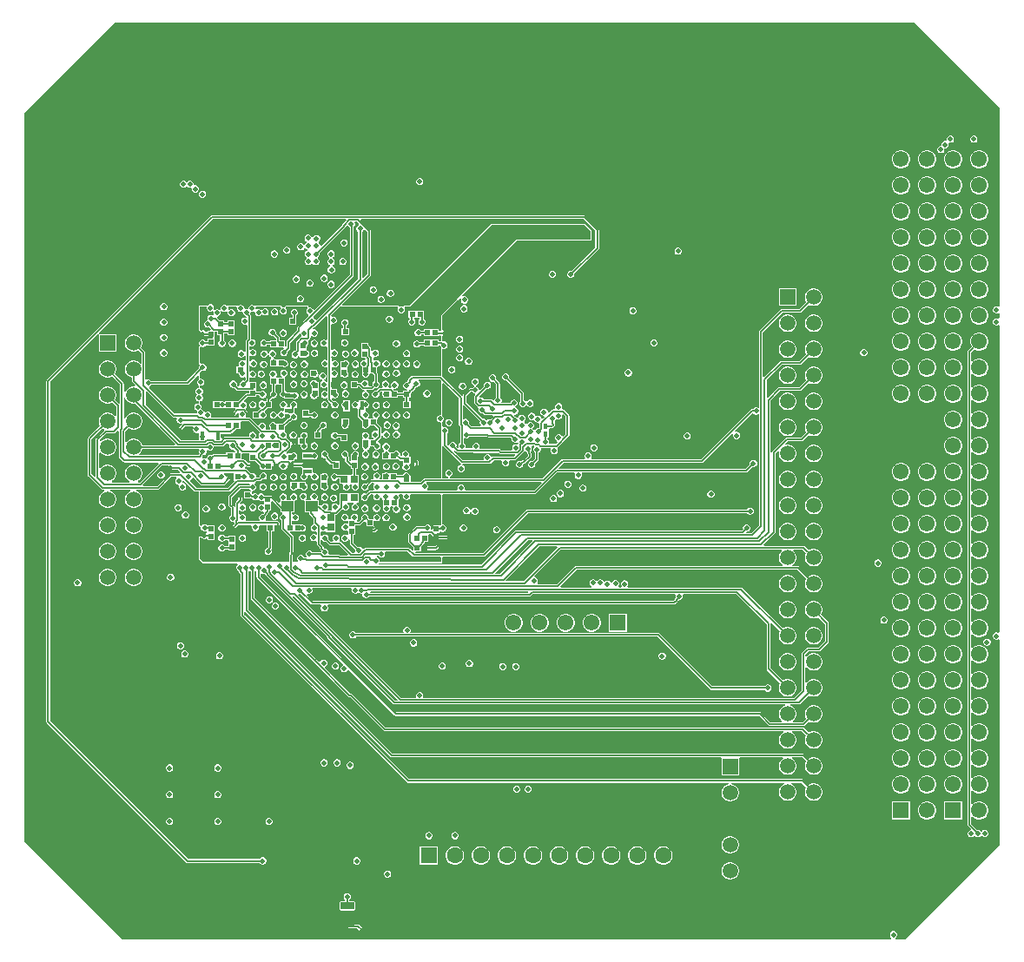
<source format=gbr>
%TF.GenerationSoftware,Altium Limited,Altium Designer,21.6.1 (37)*%
G04 Layer_Physical_Order=6*
G04 Layer_Color=16711680*
%FSLAX45Y45*%
%MOMM*%
%TF.SameCoordinates,16E63DA4-43ED-4674-A1E0-7AC0996D3122*%
%TF.FilePolarity,Positive*%
%TF.FileFunction,Copper,L6,Bot,Signal*%
%TF.Part,Single*%
G01*
G75*
%TA.AperFunction,Conductor*%
%ADD10C,0.15000*%
%TA.AperFunction,SMDPad,CuDef*%
%ADD24R,0.72000X0.76000*%
%ADD26R,0.76000X0.72000*%
%TA.AperFunction,ComponentPad*%
%ADD42C,1.60000*%
%ADD43R,1.60000X1.60000*%
%ADD44R,1.55000X1.55000*%
%ADD45C,1.55000*%
%ADD46C,1.50000*%
%ADD47R,1.50000X1.50000*%
%ADD48R,1.55000X1.55000*%
%ADD49C,5.00000*%
%TA.AperFunction,ViaPad*%
%ADD50C,0.50000*%
%TA.AperFunction,SMDPad,CuDef*%
%ADD59R,0.51535X0.47247*%
%ADD60R,0.85000X0.45000*%
%ADD61R,0.47247X0.51535*%
%ADD62R,0.45000X0.50000*%
%ADD63R,1.15000X1.00000*%
%ADD64R,0.45000X0.85000*%
G04:AMPARAMS|DCode=65|XSize=1.3mm|YSize=0.76mm|CornerRadius=0.095mm|HoleSize=0mm|Usage=FLASHONLY|Rotation=0.000|XOffset=0mm|YOffset=0mm|HoleType=Round|Shape=RoundedRectangle|*
%AMROUNDEDRECTD65*
21,1,1.30000,0.57000,0,0,0.0*
21,1,1.11000,0.76000,0,0,0.0*
1,1,0.19000,0.55500,-0.28500*
1,1,0.19000,-0.55500,-0.28500*
1,1,0.19000,-0.55500,0.28500*
1,1,0.19000,0.55500,0.28500*
%
%ADD65ROUNDEDRECTD65*%
%ADD66R,0.72000X0.72000*%
G36*
X12087719Y10687453D02*
X12087719Y8752945D01*
X12075019Y8747189D01*
X12065334Y8751201D01*
X12051410Y8751201D01*
X12038546Y8745872D01*
X12028700Y8736027D01*
X12023372Y8723163D01*
X12023372Y8709239D01*
X12028700Y8696375D01*
X12038546Y8686529D01*
X12051410Y8681201D01*
X12065334Y8681201D01*
X12075019Y8685213D01*
X12087719Y8679457D01*
X12087719Y8636381D01*
X12075019Y8630626D01*
X12065334Y8634637D01*
X12051410Y8634637D01*
X12038546Y8629309D01*
X12028700Y8619463D01*
X12023372Y8606599D01*
X12023372Y8592675D01*
X12028700Y8579811D01*
X12038546Y8569966D01*
X12051410Y8564637D01*
X12065334Y8564637D01*
X12075019Y8568649D01*
X12087719Y8562893D01*
X12087719Y5572774D01*
X12075019Y5566942D01*
X12065464Y5570900D01*
X12051541Y5570900D01*
X12038676Y5565572D01*
X12028831Y5555726D01*
X12023502Y5542862D01*
X12023502Y5528938D01*
X12028831Y5516074D01*
X12038676Y5506229D01*
X12051541Y5500900D01*
X12065464Y5500900D01*
X12075019Y5504858D01*
X12087719Y5499026D01*
X12087719Y3496694D01*
X11171806Y2580781D01*
X11075412Y2580781D01*
X11072576Y2592102D01*
X11072538Y2593481D01*
X11082137Y2603080D01*
X11087466Y2615944D01*
X11087466Y2629868D01*
X11082137Y2642732D01*
X11072292Y2652578D01*
X11059428Y2657906D01*
X11045504Y2657906D01*
X11032640Y2652578D01*
X11022794Y2642732D01*
X11017466Y2629868D01*
X11017466Y2615944D01*
X11022794Y2603080D01*
X11032394Y2593481D01*
X11032356Y2592102D01*
X11029519Y2580781D01*
X3534791Y2580781D01*
X3518060Y2597512D01*
X3518060Y2597512D01*
X2580781Y3534792D01*
X2580781Y10638408D01*
X3458591Y11516218D01*
X11258953Y11516218D01*
X12087719Y10687453D01*
X12087719Y10687453D02*
G37*
%LPC*%
G36*
X11614283Y10416393D02*
X11600360Y10416393D01*
X11587495Y10411065D01*
X11577650Y10401219D01*
X11572322Y10388355D01*
X11572322Y10374432D01*
X11572998Y10372799D01*
X11563277Y10363079D01*
X11562662Y10363334D01*
X11548738Y10363334D01*
X11535874Y10358005D01*
X11526029Y10348160D01*
X11520700Y10335296D01*
X11520700Y10321372D01*
X11509427Y10315400D01*
X11507754Y10315400D01*
X11494890Y10310072D01*
X11485045Y10300226D01*
X11479716Y10287362D01*
X11479716Y10273438D01*
X11485045Y10260574D01*
X11494890Y10250729D01*
X11507754Y10245400D01*
X11521678Y10245400D01*
X11534542Y10250729D01*
X11544388Y10260574D01*
X11549716Y10273438D01*
X11549716Y10287362D01*
X11560989Y10293334D01*
X11562662Y10293334D01*
X11575526Y10298662D01*
X11585372Y10308508D01*
X11590700Y10321372D01*
X11590700Y10335296D01*
X11590024Y10336928D01*
X11599744Y10346649D01*
X11600360Y10346394D01*
X11614283Y10346394D01*
X11627147Y10351722D01*
X11636993Y10361568D01*
X11642321Y10374432D01*
X11642321Y10388355D01*
X11636993Y10401219D01*
X11627147Y10411065D01*
X11614283Y10416393D01*
X11614283Y10416393D02*
G37*
G36*
X11843099Y10416393D02*
X11829175Y10416393D01*
X11816311Y10411065D01*
X11806466Y10401219D01*
X11801137Y10388355D01*
X11801137Y10374432D01*
X11806466Y10361568D01*
X11816311Y10351722D01*
X11829175Y10346394D01*
X11843099Y10346394D01*
X11855963Y10351722D01*
X11865809Y10361568D01*
X11871137Y10374432D01*
X11871137Y10388355D01*
X11865809Y10401219D01*
X11855963Y10411065D01*
X11843099Y10416393D01*
X11843099Y10416393D02*
G37*
G36*
X11898720Y10272900D02*
X11875680Y10272900D01*
X11853426Y10266937D01*
X11833474Y10255417D01*
X11817183Y10239126D01*
X11805663Y10219174D01*
X11799700Y10196920D01*
X11799700Y10173880D01*
X11805663Y10151626D01*
X11817183Y10131674D01*
X11833474Y10115383D01*
X11853426Y10103863D01*
X11875680Y10097900D01*
X11898720Y10097900D01*
X11920974Y10103863D01*
X11940926Y10115383D01*
X11957217Y10131674D01*
X11968737Y10151626D01*
X11974700Y10173880D01*
X11974700Y10196920D01*
X11968737Y10219174D01*
X11957217Y10239126D01*
X11940926Y10255417D01*
X11920974Y10266937D01*
X11898720Y10272900D01*
X11898720Y10272900D02*
G37*
G36*
X11644720Y10272900D02*
X11621680Y10272900D01*
X11599426Y10266937D01*
X11579474Y10255417D01*
X11563183Y10239126D01*
X11551663Y10219174D01*
X11545700Y10196920D01*
X11545700Y10173880D01*
X11551663Y10151626D01*
X11563183Y10131674D01*
X11579474Y10115383D01*
X11599426Y10103863D01*
X11621680Y10097900D01*
X11644720Y10097900D01*
X11666974Y10103863D01*
X11686926Y10115383D01*
X11703217Y10131674D01*
X11714737Y10151626D01*
X11720700Y10173880D01*
X11720700Y10196920D01*
X11714737Y10219174D01*
X11703217Y10239126D01*
X11686926Y10255417D01*
X11666974Y10266937D01*
X11644720Y10272900D01*
X11644720Y10272900D02*
G37*
G36*
X11390720Y10272900D02*
X11367680Y10272900D01*
X11345426Y10266937D01*
X11325474Y10255417D01*
X11309183Y10239126D01*
X11297663Y10219174D01*
X11291700Y10196920D01*
X11291700Y10173880D01*
X11297663Y10151626D01*
X11309183Y10131674D01*
X11325474Y10115383D01*
X11345426Y10103863D01*
X11367680Y10097900D01*
X11390720Y10097900D01*
X11412974Y10103863D01*
X11432926Y10115383D01*
X11449217Y10131674D01*
X11460737Y10151626D01*
X11466700Y10173880D01*
X11466700Y10196920D01*
X11460737Y10219174D01*
X11449217Y10239126D01*
X11432926Y10255417D01*
X11412974Y10266937D01*
X11390720Y10272900D01*
X11390720Y10272900D02*
G37*
G36*
X11136720Y10272900D02*
X11113680Y10272900D01*
X11091426Y10266937D01*
X11071474Y10255417D01*
X11055183Y10239126D01*
X11043663Y10219174D01*
X11037700Y10196920D01*
X11037700Y10173880D01*
X11043663Y10151626D01*
X11055183Y10131674D01*
X11071474Y10115383D01*
X11091426Y10103863D01*
X11113680Y10097900D01*
X11136720Y10097900D01*
X11158974Y10103863D01*
X11178926Y10115383D01*
X11195217Y10131674D01*
X11206737Y10151626D01*
X11212700Y10173880D01*
X11212700Y10196920D01*
X11206737Y10219174D01*
X11195217Y10239126D01*
X11178926Y10255417D01*
X11158974Y10266937D01*
X11136720Y10272900D01*
X11136720Y10272900D02*
G37*
G36*
X4200653Y9977459D02*
X4186729Y9977459D01*
X4173865Y9972131D01*
X4171988Y9970253D01*
X4163691Y9962589D01*
X4155395Y9970253D01*
X4153517Y9972131D01*
X4140653Y9977459D01*
X4126729Y9977459D01*
X4113865Y9972131D01*
X4104020Y9962285D01*
X4098691Y9949421D01*
X4098691Y9935497D01*
X4104020Y9922633D01*
X4113865Y9912788D01*
X4126729Y9907459D01*
X4140653Y9907459D01*
X4153517Y9912788D01*
X4155395Y9914665D01*
X4163691Y9922329D01*
X4171988Y9914665D01*
X4173865Y9912788D01*
X4186729Y9907459D01*
X4200653Y9907459D01*
X4200967Y9907590D01*
X4203162Y9906826D01*
X4212701Y9898703D01*
X4212701Y9889585D01*
X4218029Y9876721D01*
X4227875Y9866875D01*
X4240739Y9861547D01*
X4254663Y9861547D01*
X4267527Y9866875D01*
X4277372Y9876721D01*
X4282701Y9889585D01*
X4282701Y9903509D01*
X4277372Y9916373D01*
X4267527Y9926218D01*
X4254663Y9931547D01*
X4240739Y9931547D01*
X4240425Y9931417D01*
X4238230Y9932180D01*
X4228691Y9940303D01*
X4228691Y9949421D01*
X4223363Y9962285D01*
X4213517Y9972131D01*
X4200653Y9977459D01*
X4200653Y9977459D02*
G37*
G36*
X6441849Y10003062D02*
X6427925Y10003062D01*
X6415061Y9997734D01*
X6405215Y9987888D01*
X6399887Y9975024D01*
X6399887Y9961100D01*
X6405215Y9948236D01*
X6415061Y9938391D01*
X6427925Y9933062D01*
X6441849Y9933062D01*
X6454713Y9938391D01*
X6464558Y9948236D01*
X6469887Y9961100D01*
X6469887Y9975024D01*
X6464558Y9987888D01*
X6454713Y9997734D01*
X6441849Y10003062D01*
X6441849Y10003062D02*
G37*
G36*
X11898720Y10018900D02*
X11875680Y10018900D01*
X11853426Y10012937D01*
X11833474Y10001417D01*
X11817183Y9985126D01*
X11805663Y9965174D01*
X11799700Y9942920D01*
X11799700Y9919880D01*
X11805663Y9897626D01*
X11817183Y9877674D01*
X11833474Y9861383D01*
X11853426Y9849863D01*
X11875680Y9843900D01*
X11898720Y9843900D01*
X11920974Y9849863D01*
X11940926Y9861383D01*
X11957217Y9877674D01*
X11968737Y9897626D01*
X11974700Y9919880D01*
X11974700Y9942920D01*
X11968737Y9965174D01*
X11957217Y9985126D01*
X11940926Y10001417D01*
X11920974Y10012937D01*
X11898720Y10018900D01*
X11898720Y10018900D02*
G37*
G36*
X11644720Y10018900D02*
X11621680Y10018900D01*
X11599426Y10012937D01*
X11579474Y10001417D01*
X11563183Y9985126D01*
X11551663Y9965174D01*
X11545700Y9942920D01*
X11545700Y9919880D01*
X11551663Y9897626D01*
X11563183Y9877674D01*
X11579474Y9861383D01*
X11599426Y9849863D01*
X11621680Y9843900D01*
X11644720Y9843900D01*
X11666974Y9849863D01*
X11686926Y9861383D01*
X11703217Y9877674D01*
X11714737Y9897626D01*
X11720700Y9919880D01*
X11720700Y9942920D01*
X11714737Y9965174D01*
X11703217Y9985126D01*
X11686926Y10001417D01*
X11666974Y10012937D01*
X11644720Y10018900D01*
X11644720Y10018900D02*
G37*
G36*
X11390720Y10018900D02*
X11367680Y10018900D01*
X11345426Y10012937D01*
X11325474Y10001417D01*
X11309183Y9985126D01*
X11297663Y9965174D01*
X11291700Y9942920D01*
X11291700Y9919880D01*
X11297663Y9897626D01*
X11309183Y9877674D01*
X11325474Y9861383D01*
X11345426Y9849863D01*
X11367680Y9843900D01*
X11390720Y9843900D01*
X11412974Y9849863D01*
X11432926Y9861383D01*
X11449217Y9877674D01*
X11460737Y9897626D01*
X11466700Y9919880D01*
X11466700Y9942920D01*
X11460737Y9965174D01*
X11449217Y9985126D01*
X11432926Y10001417D01*
X11412974Y10012937D01*
X11390720Y10018900D01*
X11390720Y10018900D02*
G37*
G36*
X11136720Y10018900D02*
X11113680Y10018900D01*
X11091426Y10012937D01*
X11071474Y10001417D01*
X11055183Y9985126D01*
X11043663Y9965174D01*
X11037700Y9942920D01*
X11037700Y9919880D01*
X11043663Y9897626D01*
X11055183Y9877674D01*
X11071474Y9861383D01*
X11091426Y9849863D01*
X11113680Y9843900D01*
X11136720Y9843900D01*
X11158974Y9849863D01*
X11178926Y9861383D01*
X11195217Y9877674D01*
X11206737Y9897626D01*
X11212700Y9919880D01*
X11212700Y9942920D01*
X11206737Y9965174D01*
X11195217Y9985126D01*
X11178926Y10001417D01*
X11158974Y10012937D01*
X11136720Y10018900D01*
X11136720Y10018900D02*
G37*
G36*
X4323153Y9878612D02*
X4309229Y9878612D01*
X4296365Y9873284D01*
X4286519Y9863438D01*
X4281191Y9850574D01*
X4281191Y9836650D01*
X4286519Y9823786D01*
X4296365Y9813941D01*
X4309229Y9808612D01*
X4323153Y9808612D01*
X4336017Y9813941D01*
X4345863Y9823786D01*
X4351191Y9836650D01*
X4351191Y9850574D01*
X4345863Y9863438D01*
X4336017Y9873284D01*
X4323153Y9878612D01*
X4323153Y9878612D02*
G37*
G36*
X11898720Y9764900D02*
X11875680Y9764900D01*
X11853426Y9758937D01*
X11833474Y9747417D01*
X11817183Y9731126D01*
X11805663Y9711174D01*
X11799700Y9688920D01*
X11799700Y9665880D01*
X11805663Y9643626D01*
X11817183Y9623674D01*
X11833474Y9607383D01*
X11853426Y9595863D01*
X11875680Y9589900D01*
X11898720Y9589900D01*
X11920974Y9595863D01*
X11940926Y9607383D01*
X11957217Y9623674D01*
X11968737Y9643626D01*
X11974700Y9665880D01*
X11974700Y9688920D01*
X11968737Y9711174D01*
X11957217Y9731126D01*
X11940926Y9747417D01*
X11920974Y9758937D01*
X11898720Y9764900D01*
X11898720Y9764900D02*
G37*
G36*
X11644720Y9764900D02*
X11621680Y9764900D01*
X11599426Y9758937D01*
X11579474Y9747417D01*
X11563183Y9731126D01*
X11551663Y9711174D01*
X11545700Y9688920D01*
X11545700Y9665880D01*
X11551663Y9643626D01*
X11563183Y9623674D01*
X11579474Y9607383D01*
X11599426Y9595863D01*
X11621680Y9589900D01*
X11644720Y9589900D01*
X11666974Y9595863D01*
X11686926Y9607383D01*
X11703217Y9623674D01*
X11714737Y9643626D01*
X11720700Y9665880D01*
X11720700Y9688920D01*
X11714737Y9711174D01*
X11703217Y9731126D01*
X11686926Y9747417D01*
X11666974Y9758937D01*
X11644720Y9764900D01*
X11644720Y9764900D02*
G37*
G36*
X11390720Y9764900D02*
X11367680Y9764900D01*
X11345426Y9758937D01*
X11325474Y9747417D01*
X11309183Y9731126D01*
X11297663Y9711174D01*
X11291700Y9688920D01*
X11291700Y9665880D01*
X11297663Y9643626D01*
X11309183Y9623674D01*
X11325474Y9607383D01*
X11345426Y9595863D01*
X11367680Y9589900D01*
X11390720Y9589900D01*
X11412974Y9595863D01*
X11432926Y9607383D01*
X11449217Y9623674D01*
X11460737Y9643626D01*
X11466700Y9665880D01*
X11466700Y9688920D01*
X11460737Y9711174D01*
X11449217Y9731126D01*
X11432926Y9747417D01*
X11412974Y9758937D01*
X11390720Y9764900D01*
X11390720Y9764900D02*
G37*
G36*
X11136720Y9764900D02*
X11113680Y9764900D01*
X11091426Y9758937D01*
X11071474Y9747417D01*
X11055183Y9731126D01*
X11043663Y9711174D01*
X11037700Y9688920D01*
X11037700Y9665880D01*
X11043663Y9643626D01*
X11055183Y9623674D01*
X11071474Y9607383D01*
X11091426Y9595863D01*
X11113680Y9589900D01*
X11136720Y9589900D01*
X11158974Y9595863D01*
X11178926Y9607383D01*
X11195217Y9623674D01*
X11206737Y9643626D01*
X11212700Y9665880D01*
X11212700Y9688920D01*
X11206737Y9711174D01*
X11195217Y9731126D01*
X11178926Y9747417D01*
X11158974Y9758937D01*
X11136720Y9764900D01*
X11136720Y9764900D02*
G37*
G36*
X11898720Y9510900D02*
X11875680Y9510900D01*
X11853426Y9504937D01*
X11833474Y9493417D01*
X11817183Y9477126D01*
X11805663Y9457174D01*
X11799700Y9434920D01*
X11799700Y9411880D01*
X11805663Y9389626D01*
X11817183Y9369674D01*
X11833474Y9353383D01*
X11853426Y9341863D01*
X11875680Y9335900D01*
X11898720Y9335900D01*
X11920974Y9341863D01*
X11940926Y9353383D01*
X11957217Y9369674D01*
X11968737Y9389626D01*
X11974700Y9411880D01*
X11974700Y9434920D01*
X11968737Y9457174D01*
X11957217Y9477126D01*
X11940926Y9493417D01*
X11920974Y9504937D01*
X11898720Y9510900D01*
X11898720Y9510900D02*
G37*
G36*
X11644720Y9510900D02*
X11621680Y9510900D01*
X11599426Y9504937D01*
X11579474Y9493417D01*
X11563183Y9477126D01*
X11551663Y9457174D01*
X11545700Y9434920D01*
X11545700Y9411880D01*
X11551663Y9389626D01*
X11563183Y9369674D01*
X11579474Y9353383D01*
X11599426Y9341863D01*
X11621680Y9335900D01*
X11644720Y9335900D01*
X11666974Y9341863D01*
X11686926Y9353383D01*
X11703217Y9369674D01*
X11714737Y9389626D01*
X11720700Y9411880D01*
X11720700Y9434920D01*
X11714737Y9457174D01*
X11703217Y9477126D01*
X11686926Y9493417D01*
X11666974Y9504937D01*
X11644720Y9510900D01*
X11644720Y9510900D02*
G37*
G36*
X11390720Y9510900D02*
X11367680Y9510900D01*
X11345426Y9504937D01*
X11325474Y9493417D01*
X11309183Y9477126D01*
X11297663Y9457174D01*
X11291700Y9434920D01*
X11291700Y9411880D01*
X11297663Y9389626D01*
X11309183Y9369674D01*
X11325474Y9353383D01*
X11345426Y9341863D01*
X11367680Y9335900D01*
X11390720Y9335900D01*
X11412974Y9341863D01*
X11432926Y9353383D01*
X11449217Y9369674D01*
X11460737Y9389626D01*
X11466700Y9411880D01*
X11466700Y9434920D01*
X11460737Y9457174D01*
X11449217Y9477126D01*
X11432926Y9493417D01*
X11412974Y9504937D01*
X11390720Y9510900D01*
X11390720Y9510900D02*
G37*
G36*
X11136720Y9510900D02*
X11113680Y9510900D01*
X11091426Y9504937D01*
X11071474Y9493417D01*
X11055183Y9477126D01*
X11043663Y9457174D01*
X11037700Y9434920D01*
X11037700Y9411880D01*
X11043663Y9389626D01*
X11055183Y9369674D01*
X11071474Y9353383D01*
X11091426Y9341863D01*
X11113680Y9335900D01*
X11136720Y9335900D01*
X11158974Y9341863D01*
X11178926Y9353383D01*
X11195217Y9369674D01*
X11206737Y9389626D01*
X11212700Y9411880D01*
X11212700Y9434920D01*
X11206737Y9457174D01*
X11195217Y9477126D01*
X11178926Y9493417D01*
X11158974Y9504937D01*
X11136720Y9510900D01*
X11136720Y9510900D02*
G37*
G36*
X5704133Y9405581D02*
X5690209Y9405581D01*
X5677345Y9400252D01*
X5667499Y9390407D01*
X5662171Y9377543D01*
X5662171Y9363619D01*
X5667499Y9350755D01*
X5677345Y9340909D01*
X5690209Y9335581D01*
X5704133Y9335581D01*
X5716997Y9340909D01*
X5726842Y9350755D01*
X5732171Y9363619D01*
X5732171Y9377543D01*
X5726842Y9390407D01*
X5716997Y9400252D01*
X5704133Y9405581D01*
X5704133Y9405581D02*
G37*
G36*
X5144760Y9334478D02*
X5130836Y9334478D01*
X5117972Y9329150D01*
X5108126Y9319304D01*
X5102798Y9306440D01*
X5102798Y9292517D01*
X5108126Y9279653D01*
X5117972Y9269807D01*
X5130836Y9264479D01*
X5144760Y9264479D01*
X5157624Y9269807D01*
X5167469Y9279653D01*
X5172798Y9292517D01*
X5172798Y9306440D01*
X5167469Y9319304D01*
X5157624Y9329150D01*
X5144760Y9334478D01*
X5144760Y9334478D02*
G37*
G36*
X8959646Y9324867D02*
X8945722Y9324867D01*
X8932858Y9319539D01*
X8923013Y9309693D01*
X8917684Y9296829D01*
X8917684Y9282905D01*
X8923013Y9270041D01*
X8932858Y9260196D01*
X8945722Y9254867D01*
X8959646Y9254867D01*
X8972510Y9260196D01*
X8982356Y9270041D01*
X8987684Y9282905D01*
X8987684Y9296829D01*
X8982356Y9309693D01*
X8972510Y9319539D01*
X8959646Y9324867D01*
X8959646Y9324867D02*
G37*
G36*
X5024697Y9296612D02*
X5010773Y9296612D01*
X4997909Y9291283D01*
X4988063Y9281438D01*
X4982735Y9268574D01*
X4982735Y9254650D01*
X4988063Y9241786D01*
X4997909Y9231940D01*
X5010773Y9226612D01*
X5024697Y9226612D01*
X5037561Y9231940D01*
X5047406Y9241786D01*
X5052735Y9254650D01*
X5052735Y9268574D01*
X5047406Y9281438D01*
X5037561Y9291283D01*
X5024697Y9296612D01*
X5024697Y9296612D02*
G37*
G36*
X5692353Y9221850D02*
X5678429Y9221850D01*
X5665565Y9216521D01*
X5655719Y9206676D01*
X5650391Y9193812D01*
X5650391Y9179888D01*
X5655719Y9167024D01*
X5665565Y9157178D01*
X5678429Y9151850D01*
X5692353Y9151850D01*
X5705217Y9157178D01*
X5715062Y9167024D01*
X5720391Y9179888D01*
X5720391Y9193812D01*
X5715062Y9206676D01*
X5705217Y9216521D01*
X5692353Y9221850D01*
X5692353Y9221850D02*
G37*
G36*
X8038237Y9638102D02*
X4408334Y9638102D01*
X4401506Y9636744D01*
X4395717Y9632876D01*
X2799915Y8037074D01*
X2796047Y8031286D01*
X2794689Y8024457D01*
X2794689Y4701539D01*
X2796047Y4694711D01*
X2799915Y4688922D01*
X4158648Y3330190D01*
X4164437Y3326322D01*
X4171265Y3324964D01*
X4873647Y3324964D01*
X4874468Y3322980D01*
X4884314Y3313135D01*
X4897178Y3307806D01*
X4911101Y3307806D01*
X4923966Y3313135D01*
X4933811Y3322980D01*
X4939139Y3335844D01*
X4939139Y3349768D01*
X4933811Y3362632D01*
X4923966Y3372478D01*
X4911101Y3377806D01*
X4897178Y3377806D01*
X4884314Y3372478D01*
X4874468Y3362632D01*
X4873647Y3360649D01*
X4178655Y3360649D01*
X2830375Y4708930D01*
X2830375Y8017067D01*
X3293336Y8480028D01*
X3305900Y8474631D01*
X3305900Y8469099D01*
X3305900Y8309700D01*
X3475900Y8309700D01*
X3475900Y8479700D01*
X3317344Y8479700D01*
X3310969Y8479700D01*
X3305572Y8492264D01*
X4415724Y9602416D01*
X5714551Y9602416D01*
X5719412Y9590683D01*
X5679044Y9550315D01*
X5675176Y9544527D01*
X5673817Y9537698D01*
X5673817Y9536849D01*
X5476188Y9339219D01*
X5463488Y9344480D01*
X5463488Y9346862D01*
X5458160Y9359726D01*
X5448314Y9369571D01*
X5448314Y9383267D01*
X5458160Y9393112D01*
X5463488Y9405976D01*
X5463488Y9419900D01*
X5458160Y9432764D01*
X5448314Y9442610D01*
X5435450Y9447938D01*
X5421526Y9447938D01*
X5408662Y9442610D01*
X5398816Y9432764D01*
X5394392Y9422081D01*
X5383378Y9421770D01*
X5381692Y9422081D01*
X5376510Y9434590D01*
X5366665Y9444436D01*
X5353801Y9449764D01*
X5339877Y9449764D01*
X5327013Y9444436D01*
X5317167Y9434590D01*
X5311839Y9421726D01*
X5311839Y9407802D01*
X5317167Y9394938D01*
X5327013Y9385092D01*
X5329979Y9383864D01*
X5329979Y9370117D01*
X5328662Y9369572D01*
X5318817Y9359726D01*
X5317336Y9356152D01*
X5314647Y9354942D01*
X5302756Y9354139D01*
X5296047Y9360848D01*
X5283183Y9366176D01*
X5269259Y9366176D01*
X5256395Y9360848D01*
X5246550Y9351002D01*
X5241221Y9338138D01*
X5241221Y9324215D01*
X5246550Y9311350D01*
X5256395Y9301505D01*
X5269259Y9296176D01*
X5283183Y9296176D01*
X5296047Y9301505D01*
X5305893Y9311350D01*
X5307373Y9314924D01*
X5310062Y9316134D01*
X5321954Y9316937D01*
X5328662Y9310229D01*
X5337342Y9306633D01*
X5337342Y9293167D01*
X5328662Y9289572D01*
X5318817Y9279726D01*
X5313488Y9266862D01*
X5313488Y9252938D01*
X5318817Y9240074D01*
X5328662Y9230229D01*
X5328897Y9230131D01*
X5329226Y9216521D01*
X5319381Y9206676D01*
X5314052Y9193812D01*
X5314052Y9179888D01*
X5319381Y9167024D01*
X5329226Y9157178D01*
X5342090Y9151850D01*
X5356014Y9151850D01*
X5368878Y9157178D01*
X5378724Y9167024D01*
X5378968Y9167614D01*
X5392715Y9167614D01*
X5392959Y9167024D01*
X5402805Y9157178D01*
X5415669Y9151850D01*
X5429593Y9151850D01*
X5442457Y9157178D01*
X5452302Y9167024D01*
X5457631Y9179888D01*
X5457631Y9193812D01*
X5452302Y9206676D01*
X5442457Y9216521D01*
X5441866Y9216766D01*
X5441866Y9230512D01*
X5442457Y9230757D01*
X5452302Y9240603D01*
X5457631Y9253467D01*
X5457631Y9267390D01*
X5456809Y9269374D01*
X5704277Y9516841D01*
X5708145Y9522630D01*
X5709503Y9529458D01*
X5709503Y9530308D01*
X5720104Y9540908D01*
X5735085Y9537929D01*
X5737154Y9532933D01*
X5746999Y9523088D01*
X5753477Y9520405D01*
X5753477Y9059652D01*
X5410999Y8717175D01*
X5396318Y8720454D01*
X5393937Y8726202D01*
X5384092Y8736048D01*
X5371228Y8741376D01*
X5357304Y8741376D01*
X5352027Y8745463D01*
X5349055Y8751936D01*
X5347620Y8753266D01*
X5346872Y8755073D01*
X5344702Y8755972D01*
X5342980Y8757569D01*
X5341025Y8757495D01*
X5339218Y8758244D01*
X5132073Y8758244D01*
X5130704Y8757676D01*
X5129233Y8757864D01*
X5127013Y8756148D01*
X5124420Y8755073D01*
X5123852Y8753704D01*
X5122679Y8752797D01*
X5121208Y8750226D01*
X5113168Y8742195D01*
X5099245Y8742195D01*
X5091206Y8750226D01*
X5089734Y8752797D01*
X5088561Y8753704D01*
X5087994Y8755073D01*
X5085401Y8756148D01*
X5083180Y8757864D01*
X5081710Y8757676D01*
X5080340Y8758244D01*
X4840913Y8758244D01*
X4839889Y8757819D01*
X4838802Y8758036D01*
X4836177Y8756282D01*
X4833260Y8755073D01*
X4823557Y8757094D01*
X4820098Y8758609D01*
X4818865Y8759842D01*
X4806001Y8765170D01*
X4792077Y8765170D01*
X4779213Y8759842D01*
X4769368Y8749996D01*
X4764039Y8737132D01*
X4764039Y8734167D01*
X4754001Y8727460D01*
X4740078Y8727460D01*
X4736965Y8726170D01*
X4724265Y8734656D01*
X4724265Y8737132D01*
X4718936Y8749996D01*
X4709091Y8759842D01*
X4696227Y8765170D01*
X4682303Y8765170D01*
X4669439Y8759842D01*
X4668206Y8758609D01*
X4664747Y8757094D01*
X4655044Y8755073D01*
X4652128Y8756281D01*
X4649503Y8758036D01*
X4648415Y8757819D01*
X4647391Y8758244D01*
X4573239Y8758244D01*
X4572215Y8757819D01*
X4571127Y8758036D01*
X4568502Y8756282D01*
X4565585Y8755073D01*
X4555882Y8757094D01*
X4552423Y8758609D01*
X4551191Y8759842D01*
X4538326Y8765170D01*
X4524403Y8765170D01*
X4511539Y8759842D01*
X4501693Y8749996D01*
X4496365Y8737132D01*
X4496365Y8723208D01*
X4497045Y8721564D01*
X4495903Y8719489D01*
X4485871Y8713137D01*
X4479167Y8719842D01*
X4466303Y8725170D01*
X4452379Y8725170D01*
X4439515Y8719842D01*
X4438313Y8718640D01*
X4427547Y8725834D01*
X4428978Y8729291D01*
X4428978Y8743214D01*
X4423650Y8756078D01*
X4413804Y8765924D01*
X4400940Y8771252D01*
X4387017Y8771252D01*
X4374153Y8765924D01*
X4364307Y8756079D01*
X4358280Y8758036D01*
X4357193Y8757819D01*
X4356169Y8758244D01*
X4293552Y8758244D01*
X4285898Y8755073D01*
X4282728Y8747420D01*
X4282728Y8522225D01*
X4283272Y8520911D01*
X4283076Y8519501D01*
X4284802Y8517216D01*
X4285898Y8514571D01*
X4287213Y8514026D01*
X4288070Y8512891D01*
X4300770Y8505432D01*
X4302687Y8502459D01*
X4305241Y8492245D01*
X4305235Y8491987D01*
X4303506Y8489400D01*
X4302148Y8482572D01*
X4303506Y8475744D01*
X4307374Y8469955D01*
X4313163Y8466087D01*
X4319991Y8464729D01*
X4388540Y8464729D01*
X4390572Y8463371D01*
X4397400Y8462013D01*
X4404229Y8463371D01*
X4407500Y8465557D01*
X4416511Y8462579D01*
X4420200Y8459932D01*
X4420200Y8444090D01*
X4408466Y8439911D01*
X4363777Y8439911D01*
X4363777Y8408443D01*
X4350484Y8408443D01*
X4349662Y8410426D01*
X4339817Y8420272D01*
X4326952Y8425600D01*
X4313029Y8425600D01*
X4300165Y8420272D01*
X4290319Y8410426D01*
X4284991Y8397562D01*
X4284991Y8383639D01*
X4290276Y8370880D01*
X4290001Y8369898D01*
X4285898Y8358602D01*
X4284802Y8355956D01*
X4283076Y8353671D01*
X4283272Y8352262D01*
X4282728Y8350948D01*
X4282728Y8195246D01*
X4283272Y8193932D01*
X4283076Y8192523D01*
X4284802Y8190238D01*
X4285898Y8187592D01*
X4290001Y8176296D01*
X4290276Y8175314D01*
X4284991Y8162555D01*
X4284991Y8148632D01*
X4285812Y8146648D01*
X4161206Y8022043D01*
X3820101Y8022043D01*
X3819280Y8024026D01*
X3809434Y8033871D01*
X3796570Y8039200D01*
X3782646Y8039200D01*
X3772943Y8035181D01*
X3760243Y8040925D01*
X3760243Y8297200D01*
X3758885Y8304028D01*
X3755017Y8309817D01*
X3716360Y8348473D01*
X3724107Y8361891D01*
X3729900Y8383510D01*
X3729900Y8405890D01*
X3724107Y8427509D01*
X3712917Y8446891D01*
X3697091Y8462717D01*
X3677709Y8473907D01*
X3656090Y8479700D01*
X3633710Y8479700D01*
X3612091Y8473907D01*
X3592709Y8462717D01*
X3576883Y8446891D01*
X3565693Y8427509D01*
X3559900Y8405890D01*
X3559900Y8383510D01*
X3565693Y8361891D01*
X3576883Y8342509D01*
X3592709Y8326683D01*
X3612091Y8315493D01*
X3633710Y8309700D01*
X3656090Y8309700D01*
X3677709Y8315493D01*
X3691127Y8323240D01*
X3724557Y8289809D01*
X3724557Y8198130D01*
X3716485Y8194497D01*
X3711857Y8193951D01*
X3697091Y8208717D01*
X3677709Y8219907D01*
X3656090Y8225700D01*
X3633710Y8225700D01*
X3612091Y8219907D01*
X3592709Y8208717D01*
X3576883Y8192891D01*
X3565693Y8173509D01*
X3559900Y8151890D01*
X3559900Y8129510D01*
X3565693Y8107891D01*
X3576883Y8088509D01*
X3592709Y8072683D01*
X3612091Y8061493D01*
X3627057Y8057482D01*
X3627057Y8024586D01*
X3628415Y8017757D01*
X3632283Y8011969D01*
X3660617Y7983635D01*
X3657478Y7975358D01*
X3654592Y7971700D01*
X3633710Y7971700D01*
X3612091Y7965907D01*
X3592709Y7954717D01*
X3576883Y7938891D01*
X3565693Y7919509D01*
X3562943Y7909246D01*
X3550243Y7910918D01*
X3550243Y7999200D01*
X3548885Y8006028D01*
X3545017Y8011817D01*
X3462360Y8094473D01*
X3470107Y8107891D01*
X3475900Y8129510D01*
X3475900Y8151890D01*
X3470107Y8173509D01*
X3458917Y8192891D01*
X3443091Y8208717D01*
X3423709Y8219907D01*
X3402090Y8225700D01*
X3379710Y8225700D01*
X3358091Y8219907D01*
X3338709Y8208717D01*
X3322883Y8192891D01*
X3311693Y8173509D01*
X3305900Y8151890D01*
X3305900Y8129510D01*
X3311693Y8107891D01*
X3322883Y8088509D01*
X3338709Y8072683D01*
X3358091Y8061493D01*
X3379710Y8055700D01*
X3402090Y8055700D01*
X3423709Y8061493D01*
X3437127Y8069240D01*
X3514557Y7991809D01*
X3514557Y7805906D01*
X3501857Y7800976D01*
X3462360Y7840473D01*
X3470107Y7853891D01*
X3475900Y7875510D01*
X3475900Y7897890D01*
X3470107Y7919509D01*
X3458917Y7938891D01*
X3443091Y7954717D01*
X3423709Y7965907D01*
X3402090Y7971700D01*
X3379710Y7971700D01*
X3358091Y7965907D01*
X3338709Y7954717D01*
X3322883Y7938891D01*
X3311693Y7919509D01*
X3305900Y7897890D01*
X3305900Y7875510D01*
X3311693Y7853891D01*
X3322883Y7834509D01*
X3338709Y7818683D01*
X3358091Y7807493D01*
X3379710Y7801700D01*
X3402090Y7801700D01*
X3423709Y7807493D01*
X3437127Y7815240D01*
X3474884Y7777483D01*
X3474884Y7682636D01*
X3462184Y7679233D01*
X3458917Y7684891D01*
X3443091Y7700717D01*
X3423709Y7711907D01*
X3402090Y7717700D01*
X3379710Y7717700D01*
X3358091Y7711907D01*
X3338709Y7700717D01*
X3322883Y7684891D01*
X3311693Y7665509D01*
X3305900Y7643890D01*
X3305900Y7621510D01*
X3311693Y7599891D01*
X3319440Y7586473D01*
X3205692Y7472725D01*
X3201824Y7466937D01*
X3200466Y7460109D01*
X3200466Y7106852D01*
X3200466Y7106851D01*
X3201824Y7100023D01*
X3205692Y7094234D01*
X3331132Y6968794D01*
X3336920Y6964926D01*
X3343748Y6963568D01*
X3360005Y6963568D01*
X3361677Y6950868D01*
X3358091Y6949907D01*
X3338709Y6938717D01*
X3322883Y6922891D01*
X3311693Y6903509D01*
X3305900Y6881890D01*
X3305900Y6859510D01*
X3311693Y6837891D01*
X3322883Y6818509D01*
X3338709Y6802683D01*
X3358091Y6791493D01*
X3379710Y6785700D01*
X3402090Y6785700D01*
X3423709Y6791493D01*
X3443091Y6802683D01*
X3458917Y6818509D01*
X3470107Y6837891D01*
X3475900Y6859510D01*
X3475900Y6881890D01*
X3470107Y6903509D01*
X3458917Y6922891D01*
X3443091Y6938717D01*
X3423709Y6949907D01*
X3420123Y6950868D01*
X3421795Y6963568D01*
X3614005Y6963568D01*
X3615677Y6950868D01*
X3612091Y6949907D01*
X3592709Y6938717D01*
X3576883Y6922891D01*
X3565693Y6903509D01*
X3559900Y6881890D01*
X3559900Y6859510D01*
X3565693Y6837891D01*
X3576883Y6818509D01*
X3592709Y6802683D01*
X3612091Y6791493D01*
X3633710Y6785700D01*
X3656090Y6785700D01*
X3677709Y6791493D01*
X3697091Y6802683D01*
X3712917Y6818509D01*
X3724107Y6837891D01*
X3729900Y6859510D01*
X3729900Y6881890D01*
X3724107Y6903509D01*
X3712917Y6922891D01*
X3697091Y6938717D01*
X3677709Y6949907D01*
X3674123Y6950868D01*
X3675795Y6963568D01*
X3881010Y6963568D01*
X3887839Y6964926D01*
X3893627Y6968794D01*
X4013280Y7088448D01*
X4060872Y7088448D01*
X4064154Y7080796D01*
X4064766Y7075748D01*
X4056008Y7066990D01*
X4050679Y7054126D01*
X4050679Y7040202D01*
X4056008Y7027338D01*
X4065853Y7017492D01*
X4078717Y7012164D01*
X4079388Y7012164D01*
X4087874Y6999464D01*
X4087551Y6998682D01*
X4087551Y6984758D01*
X4092879Y6971894D01*
X4102725Y6962049D01*
X4115589Y6956720D01*
X4129512Y6956720D01*
X4142377Y6962049D01*
X4152222Y6971894D01*
X4157550Y6984758D01*
X4157550Y6998682D01*
X4152222Y7011546D01*
X4142377Y7021392D01*
X4129512Y7026720D01*
X4128841Y7026720D01*
X4121746Y7037339D01*
X4123726Y7046770D01*
X4136384Y7051315D01*
X4237217Y6950482D01*
X4243006Y6946614D01*
X4249834Y6945256D01*
X4282728Y6945256D01*
X4282728Y6612288D01*
X4283936Y6609371D01*
X4284552Y6606274D01*
X4285474Y6605658D01*
X4285898Y6604634D01*
X4288815Y6603426D01*
X4291440Y6601672D01*
X4301871Y6599597D01*
X4301967Y6599417D01*
X4301967Y6585493D01*
X4307296Y6572629D01*
X4317141Y6562784D01*
X4330005Y6557455D01*
X4343929Y6557455D01*
X4348989Y6559551D01*
X4360276Y6553022D01*
X4361238Y6545139D01*
X4352096Y6534701D01*
X4336869Y6534701D01*
X4330041Y6533343D01*
X4324252Y6529475D01*
X4320384Y6523687D01*
X4319317Y6518319D01*
X4315692Y6514662D01*
X4307578Y6509315D01*
X4307236Y6509315D01*
X4304140Y6509931D01*
X4291440Y6507405D01*
X4288816Y6505651D01*
X4285898Y6504443D01*
X4285474Y6503418D01*
X4284552Y6502803D01*
X4283936Y6499706D01*
X4282728Y6496789D01*
X4282728Y6288785D01*
X4285898Y6281132D01*
X4285899Y6281131D01*
X4318227Y6248803D01*
X4325881Y6245633D01*
X4658637Y6245633D01*
X4661893Y6236446D01*
X4662172Y6232933D01*
X4653040Y6223801D01*
X4647712Y6210937D01*
X4647712Y6197013D01*
X4653040Y6184149D01*
X4662886Y6174303D01*
X4671565Y6170708D01*
X4671565Y6165644D01*
X4672924Y6158815D01*
X4676792Y6153027D01*
X4689153Y6140665D01*
X4689153Y5738850D01*
X4690511Y5732021D01*
X4694379Y5726233D01*
X6310370Y4110242D01*
X6316159Y4106374D01*
X6322987Y4105016D01*
X9447595Y4105016D01*
X9448437Y4092665D01*
X9426819Y4086873D01*
X9407437Y4075682D01*
X9391611Y4059856D01*
X9380421Y4040474D01*
X9374628Y4018856D01*
X9374628Y3996475D01*
X9380421Y3974857D01*
X9391611Y3955474D01*
X9407437Y3939648D01*
X9426819Y3928458D01*
X9448438Y3922666D01*
X9470818Y3922666D01*
X9492437Y3928458D01*
X9511819Y3939648D01*
X9527645Y3955474D01*
X9538835Y3974857D01*
X9544628Y3996475D01*
X9544628Y4018856D01*
X9538835Y4040474D01*
X9527645Y4059856D01*
X9511819Y4075682D01*
X9492437Y4086873D01*
X9470819Y4092665D01*
X9471661Y4105016D01*
X9985479Y4105016D01*
X9987491Y4092407D01*
X9968109Y4081217D01*
X9952283Y4065391D01*
X9941093Y4046009D01*
X9935300Y4024390D01*
X9935300Y4002010D01*
X9941093Y3980391D01*
X9952283Y3961009D01*
X9968109Y3945183D01*
X9987491Y3933993D01*
X10009110Y3928200D01*
X10031490Y3928200D01*
X10053109Y3933993D01*
X10072491Y3945183D01*
X10088317Y3961009D01*
X10099507Y3980391D01*
X10105300Y4002010D01*
X10105300Y4024390D01*
X10099507Y4046009D01*
X10088317Y4065391D01*
X10072491Y4081217D01*
X10053109Y4092407D01*
X10055121Y4105016D01*
X10157250Y4105016D01*
X10202840Y4059427D01*
X10195093Y4046009D01*
X10189300Y4024390D01*
X10189300Y4002010D01*
X10195093Y3980391D01*
X10206283Y3961009D01*
X10222109Y3945183D01*
X10241491Y3933993D01*
X10263110Y3928200D01*
X10285490Y3928200D01*
X10307109Y3933993D01*
X10326491Y3945183D01*
X10342317Y3961009D01*
X10353507Y3980391D01*
X10359300Y4002010D01*
X10359300Y4024390D01*
X10353507Y4046009D01*
X10342317Y4065391D01*
X10326491Y4081217D01*
X10307109Y4092407D01*
X10285490Y4098200D01*
X10263110Y4098200D01*
X10241491Y4092407D01*
X10228073Y4084660D01*
X10177258Y4135476D01*
X10171469Y4139344D01*
X10164641Y4140702D01*
X6330377Y4140702D01*
X4724839Y5746240D01*
X4724839Y5768243D01*
X4725098Y5768453D01*
X4737539Y5772822D01*
X6151981Y4358380D01*
X6157769Y4354512D01*
X6164597Y4353154D01*
X9364616Y4353154D01*
X9374628Y4346665D01*
X9374628Y4340454D01*
X9374628Y4176666D01*
X9544628Y4176666D01*
X9544628Y4340454D01*
X9544628Y4346665D01*
X9554640Y4353154D01*
X9973777Y4353154D01*
X9977180Y4340454D01*
X9968109Y4335217D01*
X9952283Y4319391D01*
X9941093Y4300009D01*
X9935300Y4278390D01*
X9935300Y4256010D01*
X9941093Y4234391D01*
X9952283Y4215009D01*
X9968109Y4199183D01*
X9987491Y4187993D01*
X10009110Y4182200D01*
X10031490Y4182200D01*
X10053109Y4187993D01*
X10072491Y4199183D01*
X10088317Y4215009D01*
X10099507Y4234391D01*
X10105300Y4256010D01*
X10105300Y4278390D01*
X10099507Y4300009D01*
X10088317Y4319391D01*
X10072491Y4335217D01*
X10063420Y4340454D01*
X10066823Y4353154D01*
X10163112Y4353154D01*
X10202840Y4313427D01*
X10195093Y4300009D01*
X10189300Y4278390D01*
X10189300Y4256010D01*
X10195093Y4234391D01*
X10206283Y4215009D01*
X10222109Y4199183D01*
X10241491Y4187993D01*
X10263110Y4182200D01*
X10285490Y4182200D01*
X10307109Y4187993D01*
X10326491Y4199183D01*
X10342317Y4215009D01*
X10353507Y4234391D01*
X10359300Y4256010D01*
X10359300Y4278390D01*
X10353507Y4300009D01*
X10342317Y4319391D01*
X10326491Y4335217D01*
X10307109Y4346407D01*
X10285490Y4352200D01*
X10263110Y4352200D01*
X10241491Y4346407D01*
X10228073Y4338660D01*
X10183120Y4383614D01*
X10177331Y4387482D01*
X10170503Y4388840D01*
X6171988Y4388840D01*
X4764844Y5795984D01*
X4764844Y6170667D01*
X4774323Y6177955D01*
X4781291Y6172180D01*
X4782714Y6170758D01*
X4789153Y6168091D01*
X4789153Y5902343D01*
X4790511Y5895515D01*
X4794379Y5889727D01*
X5399749Y5284356D01*
X5403414Y5278872D01*
X5735298Y4946988D01*
X5741087Y4943120D01*
X5747915Y4941762D01*
X5755503Y4941762D01*
X6082161Y4615104D01*
X6087949Y4611236D01*
X6094777Y4609878D01*
X9978494Y4609878D01*
X9981897Y4597178D01*
X9968109Y4589217D01*
X9952283Y4573391D01*
X9941093Y4554009D01*
X9935300Y4532390D01*
X9935300Y4510010D01*
X9941093Y4488391D01*
X9952283Y4469009D01*
X9968109Y4453183D01*
X9987491Y4441993D01*
X10009110Y4436200D01*
X10031490Y4436200D01*
X10053109Y4441993D01*
X10072491Y4453183D01*
X10088317Y4469009D01*
X10099507Y4488391D01*
X10105300Y4510010D01*
X10105300Y4532390D01*
X10099507Y4554009D01*
X10088317Y4573391D01*
X10072491Y4589217D01*
X10058703Y4597178D01*
X10062106Y4609878D01*
X10160389Y4609878D01*
X10202840Y4567427D01*
X10195093Y4554009D01*
X10189300Y4532390D01*
X10189300Y4510010D01*
X10195093Y4488391D01*
X10206283Y4469009D01*
X10222109Y4453183D01*
X10241491Y4441993D01*
X10263110Y4436200D01*
X10285490Y4436200D01*
X10307109Y4441993D01*
X10326491Y4453183D01*
X10342317Y4469009D01*
X10353507Y4488391D01*
X10359300Y4510010D01*
X10359300Y4532390D01*
X10353507Y4554009D01*
X10342317Y4573391D01*
X10326491Y4589217D01*
X10307109Y4600407D01*
X10285490Y4606200D01*
X10263110Y4606200D01*
X10241491Y4600407D01*
X10228073Y4592660D01*
X10180396Y4640337D01*
X10174608Y4644205D01*
X10167780Y4645563D01*
X6102168Y4645563D01*
X5775510Y4972221D01*
X5769722Y4976089D01*
X5762893Y4977447D01*
X5755305Y4977447D01*
X5507840Y5224912D01*
X5511590Y5239123D01*
X5518474Y5241974D01*
X5528319Y5251820D01*
X5533648Y5264684D01*
X5533648Y5278607D01*
X5528319Y5291472D01*
X5518474Y5301317D01*
X5505610Y5306645D01*
X5491686Y5306645D01*
X5478822Y5301317D01*
X5468976Y5291472D01*
X5466125Y5284588D01*
X5451914Y5280838D01*
X5432312Y5300441D01*
X5428647Y5305925D01*
X4824838Y5909734D01*
X4824838Y6170633D01*
X4835423Y6177622D01*
X4840816Y6172615D01*
X4842713Y6170718D01*
X4844697Y6169897D01*
X4844697Y6112272D01*
X4846055Y6105443D01*
X4849923Y6099655D01*
X5686727Y5262851D01*
X5683296Y5248321D01*
X5677181Y5245789D01*
X5667336Y5235943D01*
X5662007Y5223079D01*
X5662007Y5209155D01*
X5667336Y5196291D01*
X5677181Y5186446D01*
X5690046Y5181117D01*
X5703969Y5181117D01*
X5716833Y5186446D01*
X5726679Y5196291D01*
X5729212Y5202406D01*
X5743741Y5205837D01*
X6186994Y4762583D01*
X6192783Y4758715D01*
X6199611Y4757357D01*
X9742022Y4757357D01*
X9834296Y4665083D01*
X9840085Y4661215D01*
X9846913Y4659857D01*
X10176800Y4659857D01*
X10183628Y4661215D01*
X10189417Y4665083D01*
X10228073Y4703740D01*
X10241491Y4695993D01*
X10263110Y4690200D01*
X10285490Y4690200D01*
X10307109Y4695993D01*
X10326491Y4707183D01*
X10342317Y4723009D01*
X10353507Y4742391D01*
X10359300Y4764010D01*
X10359300Y4786390D01*
X10353507Y4808009D01*
X10342317Y4827391D01*
X10326491Y4843217D01*
X10307109Y4854407D01*
X10285490Y4860200D01*
X10263110Y4860200D01*
X10241491Y4854407D01*
X10222109Y4843217D01*
X10206283Y4827391D01*
X10195093Y4808009D01*
X10189300Y4786390D01*
X10189300Y4764010D01*
X10195093Y4742391D01*
X10202840Y4728973D01*
X10169409Y4695543D01*
X10077730Y4695543D01*
X10074097Y4703615D01*
X10073551Y4708243D01*
X10088317Y4723009D01*
X10099507Y4742391D01*
X10105300Y4764010D01*
X10105300Y4786390D01*
X10099507Y4808009D01*
X10088317Y4827391D01*
X10072491Y4843217D01*
X10053109Y4854407D01*
X10045694Y4856394D01*
X10047366Y4869094D01*
X10132037Y4869094D01*
X10138865Y4870452D01*
X10144654Y4874320D01*
X10228073Y4957740D01*
X10241491Y4949993D01*
X10263110Y4944200D01*
X10285490Y4944200D01*
X10307109Y4949993D01*
X10326491Y4961183D01*
X10342317Y4977009D01*
X10353507Y4996391D01*
X10359300Y5018010D01*
X10359300Y5040390D01*
X10353507Y5062009D01*
X10342317Y5081391D01*
X10326491Y5097217D01*
X10307109Y5108407D01*
X10285490Y5114200D01*
X10263110Y5114200D01*
X10241491Y5108407D01*
X10222109Y5097217D01*
X10206283Y5081391D01*
X10205949Y5080813D01*
X10193249Y5084216D01*
X10193249Y5228184D01*
X10205949Y5231587D01*
X10206283Y5231009D01*
X10222109Y5215183D01*
X10241491Y5203993D01*
X10263110Y5198200D01*
X10285490Y5198200D01*
X10307109Y5203993D01*
X10326491Y5215183D01*
X10342317Y5231009D01*
X10353507Y5250391D01*
X10359300Y5272010D01*
X10359300Y5294390D01*
X10353507Y5316009D01*
X10342317Y5335391D01*
X10326491Y5351217D01*
X10307109Y5362407D01*
X10285490Y5368200D01*
X10263110Y5368200D01*
X10241491Y5362407D01*
X10222109Y5351217D01*
X10206283Y5335391D01*
X10205949Y5334813D01*
X10193249Y5338216D01*
X10193249Y5353752D01*
X10228657Y5389160D01*
X10327317Y5389160D01*
X10334146Y5390519D01*
X10339934Y5394386D01*
X10417098Y5471550D01*
X10420966Y5477339D01*
X10422324Y5484167D01*
X10422324Y5661019D01*
X10420966Y5667847D01*
X10417098Y5673636D01*
X10345760Y5744973D01*
X10353507Y5758391D01*
X10359300Y5780010D01*
X10359300Y5802390D01*
X10353507Y5824009D01*
X10342317Y5843391D01*
X10326491Y5859217D01*
X10307109Y5870407D01*
X10285490Y5876200D01*
X10263110Y5876200D01*
X10241491Y5870407D01*
X10222109Y5859217D01*
X10206283Y5843391D01*
X10195093Y5824009D01*
X10189300Y5802390D01*
X10189300Y5780010D01*
X10195093Y5758391D01*
X10206283Y5739009D01*
X10222109Y5723183D01*
X10241491Y5711993D01*
X10263110Y5706200D01*
X10285490Y5706200D01*
X10307109Y5711993D01*
X10320527Y5719740D01*
X10386638Y5653628D01*
X10386638Y5491557D01*
X10319927Y5424846D01*
X10221267Y5424846D01*
X10214439Y5423488D01*
X10208650Y5419620D01*
X10162790Y5373760D01*
X10158922Y5367971D01*
X10157564Y5361143D01*
X10157564Y5005512D01*
X10081831Y4929780D01*
X6476445Y4929780D01*
X6467959Y4942480D01*
X6470028Y4947475D01*
X6470028Y4961399D01*
X6464700Y4974263D01*
X6454855Y4984108D01*
X6441990Y4989437D01*
X6428067Y4989437D01*
X6415203Y4984108D01*
X6405357Y4974263D01*
X6400029Y4961399D01*
X6400029Y4947475D01*
X6402098Y4942480D01*
X6393612Y4929780D01*
X6257149Y4929780D01*
X5250569Y5936359D01*
X5256258Y5946168D01*
X5257446Y5947443D01*
X5270921Y5947443D01*
X5272904Y5948265D01*
X5374330Y5846839D01*
X5380118Y5842971D01*
X5386947Y5841613D01*
X5470719Y5841613D01*
X5476435Y5829368D01*
X5471107Y5816504D01*
X5471107Y5802581D01*
X5476435Y5789717D01*
X5486281Y5779871D01*
X5499145Y5774543D01*
X5513069Y5774543D01*
X5525933Y5779871D01*
X5535778Y5789717D01*
X5541107Y5802581D01*
X5541107Y5816504D01*
X5535778Y5829368D01*
X5541494Y5841613D01*
X8911482Y5841613D01*
X8918311Y5842971D01*
X8924099Y5846839D01*
X8947155Y5869896D01*
X8951023Y5875684D01*
X8951528Y5878222D01*
X8962193Y5888887D01*
X8971254Y5888887D01*
X8984118Y5894215D01*
X8993964Y5904061D01*
X8999292Y5916925D01*
X8999292Y5930849D01*
X8997223Y5935844D01*
X9005709Y5948544D01*
X9519037Y5948544D01*
X9815012Y5652569D01*
X9815012Y5216645D01*
X9816371Y5209817D01*
X9820238Y5204028D01*
X9948840Y5075427D01*
X9941093Y5062009D01*
X9935300Y5040390D01*
X9935300Y5018010D01*
X9941093Y4996391D01*
X9952283Y4977009D01*
X9968109Y4961183D01*
X9987491Y4949993D01*
X10009110Y4944200D01*
X10031490Y4944200D01*
X10053109Y4949993D01*
X10072491Y4961183D01*
X10088317Y4977009D01*
X10099507Y4996391D01*
X10105300Y5018010D01*
X10105300Y5040390D01*
X10099507Y5062009D01*
X10088317Y5081391D01*
X10072491Y5097217D01*
X10053109Y5108407D01*
X10031490Y5114200D01*
X10009110Y5114200D01*
X9987491Y5108407D01*
X9974073Y5100660D01*
X9850698Y5224036D01*
X9850698Y5659959D01*
X9849792Y5664514D01*
X9856036Y5669983D01*
X9860266Y5672001D01*
X9948840Y5583427D01*
X9941093Y5570009D01*
X9935300Y5548390D01*
X9935300Y5526010D01*
X9941093Y5504391D01*
X9952283Y5485009D01*
X9968109Y5469183D01*
X9987491Y5457993D01*
X10009110Y5452200D01*
X10031490Y5452200D01*
X10053109Y5457993D01*
X10072491Y5469183D01*
X10088317Y5485009D01*
X10099507Y5504391D01*
X10105300Y5526010D01*
X10105300Y5548390D01*
X10099507Y5570009D01*
X10088317Y5589391D01*
X10072491Y5605217D01*
X10053109Y5616407D01*
X10031490Y5622200D01*
X10009110Y5622200D01*
X9987491Y5616407D01*
X9974073Y5608660D01*
X9578364Y6004369D01*
X9572576Y6008237D01*
X9565748Y6009595D01*
X8464037Y6009595D01*
X8458776Y6022295D01*
X8460955Y6024474D01*
X8466284Y6037338D01*
X8466284Y6051262D01*
X8460955Y6064126D01*
X8451110Y6073972D01*
X8438246Y6079300D01*
X8424322Y6079300D01*
X8411458Y6073972D01*
X8401612Y6064126D01*
X8396284Y6051262D01*
X8396284Y6037338D01*
X8401612Y6024474D01*
X8403791Y6022295D01*
X8398531Y6009595D01*
X8375893Y6009595D01*
X8370633Y6022295D01*
X8373633Y6025296D01*
X8378962Y6038160D01*
X8378962Y6052083D01*
X8373633Y6064947D01*
X8363788Y6074793D01*
X8350924Y6080121D01*
X8337000Y6080121D01*
X8324136Y6074793D01*
X8314290Y6064947D01*
X8310649Y6056157D01*
X8297229Y6055371D01*
X8295129Y6060441D01*
X8285283Y6070286D01*
X8272419Y6075614D01*
X8258495Y6075614D01*
X8245631Y6070286D01*
X8241172Y6065827D01*
X8226571Y6068854D01*
X8224111Y6074793D01*
X8214265Y6084639D01*
X8201401Y6089967D01*
X8187477Y6089967D01*
X8174613Y6084639D01*
X8167703Y6077729D01*
X8159970Y6075917D01*
X8152237Y6077729D01*
X8145327Y6084639D01*
X8132463Y6089967D01*
X8118539Y6089967D01*
X8105675Y6084639D01*
X8095830Y6074793D01*
X8090501Y6061929D01*
X8090501Y6048005D01*
X8095830Y6035141D01*
X8105675Y6025296D01*
X8112919Y6022295D01*
X8110393Y6009595D01*
X7810608Y6009595D01*
X7805347Y6022295D01*
X7963143Y6180091D01*
X10114176Y6180091D01*
X10202840Y6091427D01*
X10195093Y6078009D01*
X10189300Y6056390D01*
X10189300Y6034010D01*
X10195093Y6012391D01*
X10206283Y5993009D01*
X10222109Y5977183D01*
X10241491Y5965993D01*
X10263110Y5960200D01*
X10285490Y5960200D01*
X10307109Y5965993D01*
X10326491Y5977183D01*
X10342317Y5993009D01*
X10353507Y6012391D01*
X10359300Y6034010D01*
X10359300Y6056390D01*
X10353507Y6078009D01*
X10342317Y6097391D01*
X10326491Y6113217D01*
X10307109Y6124407D01*
X10285490Y6130200D01*
X10263110Y6130200D01*
X10241491Y6124407D01*
X10228073Y6116660D01*
X10134183Y6210550D01*
X10128395Y6214418D01*
X10121566Y6215776D01*
X10071206Y6215776D01*
X10067803Y6228476D01*
X10072491Y6231183D01*
X10088317Y6247009D01*
X10099507Y6266391D01*
X10105300Y6288010D01*
X10105300Y6310390D01*
X10099507Y6332009D01*
X10088317Y6351391D01*
X10073551Y6366157D01*
X10074097Y6370785D01*
X10077730Y6378857D01*
X10169409Y6378857D01*
X10202840Y6345427D01*
X10195093Y6332009D01*
X10189300Y6310390D01*
X10189300Y6288010D01*
X10195093Y6266391D01*
X10206283Y6247009D01*
X10222109Y6231183D01*
X10241491Y6219993D01*
X10263110Y6214200D01*
X10285490Y6214200D01*
X10307109Y6219993D01*
X10326491Y6231183D01*
X10342317Y6247009D01*
X10353507Y6266391D01*
X10359300Y6288010D01*
X10359300Y6310390D01*
X10353507Y6332009D01*
X10342317Y6351391D01*
X10326491Y6367217D01*
X10307109Y6378407D01*
X10285490Y6384200D01*
X10263110Y6384200D01*
X10241491Y6378407D01*
X10228073Y6370660D01*
X10189417Y6409317D01*
X10183628Y6413185D01*
X10176800Y6414543D01*
X9791290Y6414543D01*
X9786029Y6427243D01*
X9895601Y6536814D01*
X9899469Y6542603D01*
X9900827Y6549431D01*
X9900827Y7316503D01*
X9926339Y7342015D01*
X9937725Y7335440D01*
X9935300Y7326390D01*
X9935300Y7304010D01*
X9941093Y7282391D01*
X9952283Y7263009D01*
X9968109Y7247183D01*
X9987491Y7235993D01*
X10009110Y7230200D01*
X10031490Y7230200D01*
X10053109Y7235993D01*
X10072491Y7247183D01*
X10088317Y7263009D01*
X10099507Y7282391D01*
X10105300Y7304010D01*
X10105300Y7326390D01*
X10099507Y7348009D01*
X10088317Y7367391D01*
X10072491Y7383217D01*
X10053109Y7394407D01*
X10031490Y7400200D01*
X10009110Y7400200D01*
X10000060Y7397775D01*
X9993485Y7409161D01*
X10018398Y7434074D01*
X10157017Y7434074D01*
X10163845Y7435432D01*
X10169633Y7439300D01*
X10228073Y7497740D01*
X10241491Y7489993D01*
X10263110Y7484200D01*
X10285490Y7484200D01*
X10307109Y7489993D01*
X10326491Y7501183D01*
X10342317Y7517009D01*
X10353507Y7536391D01*
X10359300Y7558010D01*
X10359300Y7580390D01*
X10353507Y7602009D01*
X10342317Y7621391D01*
X10326491Y7637217D01*
X10307109Y7648407D01*
X10285490Y7654200D01*
X10263110Y7654200D01*
X10241491Y7648407D01*
X10222109Y7637217D01*
X10206283Y7621391D01*
X10195093Y7602009D01*
X10189300Y7580390D01*
X10189300Y7558010D01*
X10195093Y7536391D01*
X10202840Y7522973D01*
X10149626Y7469759D01*
X10011007Y7469759D01*
X10004179Y7468401D01*
X9998390Y7464533D01*
X9870368Y7336511D01*
X9866500Y7330722D01*
X9865142Y7323894D01*
X9865142Y6569512D01*
X9864395Y6569013D01*
X9851695Y6575801D01*
X9851695Y7831652D01*
X9944518Y7924476D01*
X10139419Y7924476D01*
X10146247Y7925834D01*
X10152036Y7929702D01*
X10228073Y8005740D01*
X10241491Y7997993D01*
X10263110Y7992200D01*
X10285490Y7992200D01*
X10307109Y7997993D01*
X10326491Y8009183D01*
X10342317Y8025009D01*
X10353507Y8044391D01*
X10359300Y8066010D01*
X10359300Y8088390D01*
X10353507Y8110009D01*
X10342317Y8129391D01*
X10326491Y8145217D01*
X10307109Y8156407D01*
X10285490Y8162200D01*
X10263110Y8162200D01*
X10241491Y8156407D01*
X10222109Y8145217D01*
X10206283Y8129391D01*
X10195093Y8110009D01*
X10189300Y8088390D01*
X10189300Y8066010D01*
X10195093Y8044391D01*
X10202840Y8030973D01*
X10132028Y7960162D01*
X9937128Y7960162D01*
X9930300Y7958803D01*
X9924511Y7954936D01*
X9828444Y7858869D01*
X9815744Y7864130D01*
X9815744Y8031780D01*
X9966310Y8182346D01*
X10143289Y8182346D01*
X10150117Y8183704D01*
X10155906Y8187572D01*
X10228073Y8259740D01*
X10241491Y8251993D01*
X10263110Y8246200D01*
X10285490Y8246200D01*
X10307109Y8251993D01*
X10326491Y8263183D01*
X10342317Y8279009D01*
X10353507Y8298391D01*
X10359300Y8320010D01*
X10359300Y8342390D01*
X10353507Y8364009D01*
X10342317Y8383391D01*
X10326491Y8399217D01*
X10307109Y8410407D01*
X10285490Y8416200D01*
X10263110Y8416200D01*
X10241491Y8410407D01*
X10222109Y8399217D01*
X10206283Y8383391D01*
X10195093Y8364009D01*
X10189300Y8342390D01*
X10189300Y8320010D01*
X10195093Y8298391D01*
X10202840Y8284973D01*
X10135898Y8218032D01*
X9958919Y8218032D01*
X9952091Y8216673D01*
X9946303Y8212806D01*
X9792296Y8058799D01*
X9779596Y8064060D01*
X9779596Y8498458D01*
X9967416Y8686278D01*
X10139221Y8686278D01*
X10146049Y8687636D01*
X10151837Y8691504D01*
X10228073Y8767740D01*
X10241491Y8759993D01*
X10263110Y8754200D01*
X10285490Y8754200D01*
X10307109Y8759993D01*
X10326491Y8771183D01*
X10342317Y8787009D01*
X10353507Y8806391D01*
X10359300Y8828010D01*
X10359300Y8850390D01*
X10353507Y8872009D01*
X10342317Y8891391D01*
X10326491Y8907217D01*
X10307109Y8918407D01*
X10285490Y8924200D01*
X10263110Y8924200D01*
X10241491Y8918407D01*
X10222109Y8907217D01*
X10206283Y8891391D01*
X10195093Y8872009D01*
X10189300Y8850390D01*
X10189300Y8828010D01*
X10195093Y8806391D01*
X10202840Y8792973D01*
X10131830Y8721964D01*
X9960026Y8721964D01*
X9953198Y8720605D01*
X9947409Y8716737D01*
X9749137Y8518465D01*
X9745269Y8512677D01*
X9743911Y8505848D01*
X9743911Y7767894D01*
X9739933Y7764841D01*
X9731210Y7761147D01*
X9720884Y7765424D01*
X9706960Y7765424D01*
X9694096Y7760095D01*
X9684251Y7750250D01*
X9683429Y7748267D01*
X9673428Y7748267D01*
X9666600Y7746909D01*
X9660811Y7743041D01*
X9179417Y7261646D01*
X8110650Y7261646D01*
X8105132Y7274089D01*
X8110460Y7286953D01*
X8110460Y7300877D01*
X8105132Y7313741D01*
X8095286Y7323587D01*
X8082422Y7328915D01*
X8068498Y7328915D01*
X8055634Y7323587D01*
X8045789Y7313741D01*
X8040460Y7300877D01*
X8040460Y7286953D01*
X8045789Y7274089D01*
X8040271Y7261646D01*
X7828448Y7261646D01*
X7821620Y7260288D01*
X7815831Y7256420D01*
X7635399Y7075988D01*
X6727091Y7075988D01*
X6725244Y7087923D01*
X6738108Y7093251D01*
X6747954Y7103097D01*
X6753282Y7115961D01*
X6753282Y7129885D01*
X6747954Y7142749D01*
X6738108Y7152594D01*
X6725244Y7157923D01*
X6711320Y7157923D01*
X6698456Y7152594D01*
X6688611Y7142749D01*
X6683282Y7129885D01*
X6683282Y7115961D01*
X6688611Y7103097D01*
X6698456Y7093251D01*
X6711320Y7087923D01*
X6709473Y7075988D01*
X6663497Y7075988D01*
X6654522Y7084973D01*
X6654848Y7382639D01*
X6667552Y7386425D01*
X6669293Y7383820D01*
X6834344Y7218769D01*
X6838740Y7215831D01*
X6838769Y7214944D01*
X6831850Y7203131D01*
X6818986Y7197803D01*
X6809140Y7187957D01*
X6803812Y7175093D01*
X6803812Y7161170D01*
X6809140Y7148305D01*
X6818986Y7138460D01*
X6831850Y7133132D01*
X6845774Y7133132D01*
X6858638Y7138460D01*
X6868483Y7148305D01*
X6873812Y7161170D01*
X6873812Y7175093D01*
X6868483Y7187957D01*
X6858638Y7197803D01*
X6851299Y7200843D01*
X6853826Y7213543D01*
X7112901Y7213543D01*
X7119729Y7214901D01*
X7125518Y7218769D01*
X7156831Y7250082D01*
X7229563Y7250082D01*
X7238049Y7237382D01*
X7235980Y7232387D01*
X7235980Y7218463D01*
X7241309Y7205599D01*
X7251154Y7195753D01*
X7264018Y7190425D01*
X7277942Y7190425D01*
X7290806Y7195753D01*
X7300652Y7205599D01*
X7305980Y7218463D01*
X7305980Y7232387D01*
X7303911Y7237382D01*
X7312397Y7250082D01*
X7362314Y7250082D01*
X7369143Y7251440D01*
X7374931Y7255308D01*
X7451716Y7332093D01*
X7454649Y7336482D01*
X7460863Y7338599D01*
X7468892Y7339691D01*
X7473834Y7334749D01*
X7482514Y7331153D01*
X7482514Y7322774D01*
X7483873Y7315945D01*
X7487740Y7310157D01*
X7489757Y7308140D01*
X7489757Y7295921D01*
X7444547Y7250710D01*
X7438848Y7250710D01*
X7432020Y7249352D01*
X7426232Y7245484D01*
X7422837Y7242090D01*
X7416061Y7244896D01*
X7402137Y7244896D01*
X7389273Y7239568D01*
X7379427Y7229722D01*
X7374099Y7216858D01*
X7374099Y7202935D01*
X7379427Y7190070D01*
X7389273Y7180225D01*
X7402137Y7174896D01*
X7416061Y7174896D01*
X7428925Y7180225D01*
X7438770Y7190070D01*
X7444099Y7202935D01*
X7444099Y7212885D01*
X7446239Y7215025D01*
X7451937Y7215025D01*
X7458766Y7216383D01*
X7464554Y7220251D01*
X7520217Y7275913D01*
X7524085Y7281702D01*
X7525443Y7288530D01*
X7525443Y7315531D01*
X7524085Y7322359D01*
X7520217Y7328147D01*
X7518200Y7330164D01*
X7518200Y7339462D01*
X7523332Y7344594D01*
X7528660Y7357458D01*
X7528660Y7371382D01*
X7525254Y7379606D01*
X7531865Y7392307D01*
X7546739Y7392307D01*
X7552093Y7386880D01*
X7552737Y7380344D01*
X7548989Y7376596D01*
X7543661Y7363732D01*
X7543661Y7349808D01*
X7548989Y7336944D01*
X7558835Y7327098D01*
X7560818Y7326277D01*
X7560818Y7269847D01*
X7535046Y7244075D01*
X7533063Y7244896D01*
X7519139Y7244896D01*
X7506275Y7239568D01*
X7496430Y7229722D01*
X7491101Y7216858D01*
X7491101Y7202935D01*
X7496430Y7190070D01*
X7506275Y7180225D01*
X7519139Y7174896D01*
X7533063Y7174896D01*
X7545927Y7180225D01*
X7555773Y7190070D01*
X7561101Y7202935D01*
X7561101Y7216858D01*
X7560280Y7218842D01*
X7591277Y7249839D01*
X7595145Y7255628D01*
X7596503Y7262456D01*
X7596503Y7326277D01*
X7598486Y7327098D01*
X7608332Y7336944D01*
X7613660Y7349808D01*
X7613660Y7363731D01*
X7619290Y7372157D01*
X7709447Y7372157D01*
X7715073Y7359457D01*
X7710969Y7349550D01*
X7710969Y7335626D01*
X7716298Y7322762D01*
X7726143Y7312917D01*
X7739007Y7307588D01*
X7752931Y7307588D01*
X7765795Y7312917D01*
X7775641Y7322762D01*
X7780969Y7335626D01*
X7780969Y7349550D01*
X7776343Y7360718D01*
X7776141Y7364111D01*
X7779728Y7376287D01*
X7781368Y7377383D01*
X7888175Y7484190D01*
X7892043Y7489978D01*
X7893401Y7496807D01*
X7893401Y7684960D01*
X7892043Y7691788D01*
X7888175Y7697576D01*
X7844453Y7741298D01*
X7838665Y7745166D01*
X7831837Y7746525D01*
X7830062Y7746525D01*
X7821576Y7759225D01*
X7823646Y7764220D01*
X7823646Y7778144D01*
X7818317Y7791008D01*
X7808472Y7800853D01*
X7795607Y7806182D01*
X7781684Y7806182D01*
X7768820Y7800853D01*
X7758974Y7791008D01*
X7753646Y7778144D01*
X7753646Y7764220D01*
X7755715Y7759225D01*
X7747229Y7746525D01*
X7733234Y7746525D01*
X7726405Y7745166D01*
X7720617Y7741298D01*
X7694449Y7715131D01*
X7681749Y7720391D01*
X7681749Y7725418D01*
X7676421Y7738282D01*
X7666575Y7748128D01*
X7653711Y7753456D01*
X7639788Y7753456D01*
X7626924Y7748128D01*
X7617078Y7738282D01*
X7611750Y7725418D01*
X7611750Y7711495D01*
X7617078Y7698631D01*
X7626924Y7688785D01*
X7639788Y7683457D01*
X7644815Y7683457D01*
X7650075Y7670757D01*
X7634993Y7655674D01*
X7630094Y7656290D01*
X7621220Y7659862D01*
X7616964Y7670135D01*
X7607119Y7679981D01*
X7594255Y7685309D01*
X7580331Y7685309D01*
X7573051Y7682294D01*
X7563528Y7683920D01*
X7558488Y7688961D01*
X7555022Y7697326D01*
X7545177Y7707172D01*
X7532313Y7712500D01*
X7518389Y7712500D01*
X7505525Y7707172D01*
X7495679Y7697326D01*
X7490351Y7684462D01*
X7490351Y7670539D01*
X7495679Y7657675D01*
X7505525Y7647829D01*
X7518389Y7642501D01*
X7532313Y7642501D01*
X7539593Y7645516D01*
X7549116Y7643890D01*
X7554156Y7638848D01*
X7557621Y7630483D01*
X7567467Y7620638D01*
X7580331Y7615309D01*
X7586395Y7615309D01*
X7595152Y7612929D01*
X7598679Y7603576D01*
X7598679Y7566635D01*
X7594215Y7562171D01*
X7583955Y7562171D01*
X7571091Y7556843D01*
X7561245Y7546997D01*
X7560311Y7544742D01*
X7546565Y7544742D01*
X7545608Y7547052D01*
X7535762Y7556898D01*
X7540676Y7568577D01*
X7541963Y7569865D01*
X7547292Y7582729D01*
X7547292Y7596653D01*
X7541963Y7609517D01*
X7532118Y7619362D01*
X7519254Y7624691D01*
X7505330Y7624691D01*
X7492466Y7619362D01*
X7482620Y7609517D01*
X7480451Y7604280D01*
X7466705Y7604280D01*
X7464536Y7609517D01*
X7454690Y7619362D01*
X7454511Y7619800D01*
X7453483Y7633609D01*
X7460049Y7640175D01*
X7465377Y7653039D01*
X7465377Y7666963D01*
X7460049Y7679827D01*
X7450203Y7689672D01*
X7437339Y7695001D01*
X7423415Y7695001D01*
X7410551Y7689672D01*
X7400706Y7679827D01*
X7397975Y7673233D01*
X7386891Y7668054D01*
X7383320Y7668513D01*
X7372870Y7672842D01*
X7363244Y7672842D01*
X7353783Y7682302D01*
X7359044Y7695002D01*
X7366310Y7695002D01*
X7379174Y7700331D01*
X7389020Y7710176D01*
X7394348Y7723040D01*
X7394348Y7736964D01*
X7389020Y7749828D01*
X7379174Y7759674D01*
X7369433Y7763709D01*
X7367900Y7775201D01*
X7368169Y7776932D01*
X7374454Y7779535D01*
X7384299Y7789381D01*
X7389628Y7802245D01*
X7389628Y7816169D01*
X7384299Y7829033D01*
X7374454Y7838878D01*
X7361590Y7844207D01*
X7347666Y7844207D01*
X7334802Y7838878D01*
X7324956Y7829033D01*
X7319628Y7816169D01*
X7319628Y7808911D01*
X7319574Y7808858D01*
X7239621Y7808858D01*
X7231135Y7821558D01*
X7233204Y7826553D01*
X7233204Y7840477D01*
X7227876Y7853341D01*
X7218031Y7863186D01*
X7216047Y7864008D01*
X7216047Y7998701D01*
X7214689Y8005529D01*
X7210821Y8011317D01*
X7179339Y8042799D01*
X7180161Y8044782D01*
X7180161Y8058706D01*
X7174832Y8071570D01*
X7164987Y8081416D01*
X7152123Y8086744D01*
X7138199Y8086744D01*
X7125335Y8081416D01*
X7115489Y8071570D01*
X7110161Y8058706D01*
X7110161Y8044782D01*
X7115489Y8031918D01*
X7125335Y8022073D01*
X7138199Y8016744D01*
X7152123Y8016744D01*
X7154106Y8017566D01*
X7180362Y7991310D01*
X7180362Y7864008D01*
X7178379Y7863186D01*
X7168533Y7853341D01*
X7163205Y7840477D01*
X7163205Y7834492D01*
X7150505Y7829232D01*
X7139556Y7840180D01*
X7133768Y7844048D01*
X7126940Y7845406D01*
X7057326Y7845406D01*
X7056505Y7847389D01*
X7046659Y7857235D01*
X7033795Y7862563D01*
X7020822Y7862563D01*
X7018633Y7865106D01*
X7014299Y7874002D01*
X7086718Y7946420D01*
X7088701Y7945599D01*
X7102625Y7945599D01*
X7115489Y7950927D01*
X7125335Y7960773D01*
X7130663Y7973637D01*
X7130663Y7987561D01*
X7125335Y8000425D01*
X7115489Y8010270D01*
X7102625Y8015599D01*
X7088701Y8015599D01*
X7075837Y8010270D01*
X7065992Y8000425D01*
X7060663Y7987561D01*
X7060663Y7973637D01*
X7061485Y7971654D01*
X7022206Y7932375D01*
X7009506Y7937635D01*
X7009506Y7943001D01*
X7004178Y7955865D01*
X6994332Y7965711D01*
X6986522Y7968946D01*
X6986522Y7982692D01*
X6994332Y7985927D01*
X7004178Y7995773D01*
X7009506Y8008637D01*
X7009506Y8022561D01*
X7004178Y8035425D01*
X6994332Y8045270D01*
X6981468Y8050599D01*
X6967544Y8050599D01*
X6954680Y8045270D01*
X6944834Y8035425D01*
X6939506Y8022561D01*
X6939506Y8008637D01*
X6944834Y7995773D01*
X6954680Y7985927D01*
X6962490Y7982692D01*
X6962490Y7968946D01*
X6954680Y7965711D01*
X6944834Y7955865D01*
X6944013Y7953882D01*
X6926821Y7953882D01*
X6919993Y7952524D01*
X6914204Y7948656D01*
X6863337Y7897789D01*
X6859469Y7892000D01*
X6858110Y7885172D01*
X6858110Y7882139D01*
X6854397Y7879580D01*
X6845410Y7877277D01*
X6659974Y8062714D01*
X6659238Y8063538D01*
X6652435Y8072739D01*
X6653837Y8076113D01*
X6655561Y8079334D01*
X6655399Y8079871D01*
X6655614Y8080389D01*
X6655888Y8330597D01*
X6665549Y8337044D01*
X6679473Y8337044D01*
X6692337Y8342373D01*
X6702182Y8352218D01*
X6707511Y8365082D01*
X6707511Y8379006D01*
X6702182Y8391870D01*
X6692337Y8401716D01*
X6679473Y8407044D01*
X6667877Y8407044D01*
X6661729Y8410951D01*
X6655983Y8416828D01*
X6656031Y8460614D01*
X6660951Y8469606D01*
X6664828Y8472758D01*
X6674326Y8472758D01*
X6681154Y8474116D01*
X6686943Y8477984D01*
X6690811Y8483772D01*
X6692169Y8490600D01*
X6690811Y8497428D01*
X6686943Y8503217D01*
X6681154Y8507085D01*
X6674326Y8508443D01*
X6667720Y8508443D01*
X6656097Y8521143D01*
X6656252Y8662488D01*
X6803945Y8810180D01*
X6828159Y8834395D01*
X6838926Y8827201D01*
X6836030Y8820209D01*
X6836030Y8806285D01*
X6841358Y8793421D01*
X6851204Y8783575D01*
X6864068Y8778247D01*
X6877992Y8778247D01*
X6890856Y8783575D01*
X6900701Y8793421D01*
X6906030Y8806285D01*
X6906030Y8820209D01*
X6900701Y8833073D01*
X6890856Y8842918D01*
X6877992Y8848247D01*
X6864068Y8848247D01*
X6857076Y8845351D01*
X6849882Y8856117D01*
X7386423Y9392658D01*
X8097729Y9392658D01*
X8105383Y9395829D01*
X8108553Y9403482D01*
X8108553Y9487389D01*
X8108554Y9487389D01*
X8105383Y9495043D01*
X8048242Y9552184D01*
X8040588Y9555355D01*
X7135027Y9555355D01*
X7135026Y9555356D01*
X7127372Y9552185D01*
X7127372Y9552183D01*
X6341940Y8766752D01*
X6341550Y8765812D01*
X6340695Y8765260D01*
X6340010Y8762092D01*
X6338770Y8759098D01*
X6338199Y8758244D01*
X6291147Y8758244D01*
X6289365Y8757505D01*
X6287438Y8757588D01*
X6285688Y8755982D01*
X6283493Y8755073D01*
X6271021Y8749228D01*
X6261099Y8753338D01*
X6247175Y8753338D01*
X6237253Y8749228D01*
X6224782Y8755073D01*
X6224781Y8755074D01*
X6222586Y8755982D01*
X6220837Y8757588D01*
X6218910Y8757505D01*
X6217128Y8758244D01*
X5680484Y8758244D01*
X5675624Y8769977D01*
X5950756Y9045109D01*
X5954624Y9050897D01*
X5955982Y9057726D01*
X5955982Y9485363D01*
X5954624Y9492191D01*
X5950756Y9497980D01*
X5858053Y9590683D01*
X5862913Y9602416D01*
X8030846Y9602416D01*
X8146279Y9486984D01*
X8146279Y9326779D01*
X7917022Y9097521D01*
X7915039Y9098343D01*
X7901115Y9098343D01*
X7888251Y9093014D01*
X7878405Y9083169D01*
X7873077Y9070305D01*
X7873077Y9056381D01*
X7878405Y9043517D01*
X7888251Y9033671D01*
X7901115Y9028343D01*
X7915039Y9028343D01*
X7927903Y9033671D01*
X7937748Y9043517D01*
X7943077Y9056381D01*
X7943077Y9070305D01*
X7942255Y9072288D01*
X8176739Y9306771D01*
X8180606Y9312560D01*
X8181965Y9319388D01*
X8181965Y9494374D01*
X8180606Y9501202D01*
X8176739Y9506991D01*
X8050854Y9632876D01*
X8045065Y9636744D01*
X8038237Y9638102D01*
X8038237Y9638102D02*
G37*
G36*
X11898720Y9256900D02*
X11875680Y9256900D01*
X11853426Y9250937D01*
X11833474Y9239417D01*
X11817183Y9223126D01*
X11805663Y9203174D01*
X11799700Y9180920D01*
X11799700Y9157880D01*
X11805663Y9135626D01*
X11817183Y9115674D01*
X11833474Y9099383D01*
X11853426Y9087863D01*
X11875680Y9081900D01*
X11898720Y9081900D01*
X11920974Y9087863D01*
X11940926Y9099383D01*
X11957217Y9115674D01*
X11968737Y9135626D01*
X11974700Y9157880D01*
X11974700Y9180920D01*
X11968737Y9203174D01*
X11957217Y9223126D01*
X11940926Y9239417D01*
X11920974Y9250937D01*
X11898720Y9256900D01*
X11898720Y9256900D02*
G37*
G36*
X11644720Y9256900D02*
X11621680Y9256900D01*
X11599426Y9250937D01*
X11579474Y9239417D01*
X11563183Y9223126D01*
X11551663Y9203174D01*
X11545700Y9180920D01*
X11545700Y9157880D01*
X11551663Y9135626D01*
X11563183Y9115674D01*
X11579474Y9099383D01*
X11599426Y9087863D01*
X11621680Y9081900D01*
X11644720Y9081900D01*
X11666974Y9087863D01*
X11686926Y9099383D01*
X11703217Y9115674D01*
X11714737Y9135626D01*
X11720700Y9157880D01*
X11720700Y9180920D01*
X11714737Y9203174D01*
X11703217Y9223126D01*
X11686926Y9239417D01*
X11666974Y9250937D01*
X11644720Y9256900D01*
X11644720Y9256900D02*
G37*
G36*
X11390720Y9256900D02*
X11367680Y9256900D01*
X11345426Y9250937D01*
X11325474Y9239417D01*
X11309183Y9223126D01*
X11297663Y9203174D01*
X11291700Y9180920D01*
X11291700Y9157880D01*
X11297663Y9135626D01*
X11309183Y9115674D01*
X11325474Y9099383D01*
X11345426Y9087863D01*
X11367680Y9081900D01*
X11390720Y9081900D01*
X11412974Y9087863D01*
X11432926Y9099383D01*
X11449217Y9115674D01*
X11460737Y9135626D01*
X11466700Y9157880D01*
X11466700Y9180920D01*
X11460737Y9203174D01*
X11449217Y9223126D01*
X11432926Y9239417D01*
X11412974Y9250937D01*
X11390720Y9256900D01*
X11390720Y9256900D02*
G37*
G36*
X11136720Y9256900D02*
X11113680Y9256900D01*
X11091426Y9250937D01*
X11071474Y9239417D01*
X11055183Y9223126D01*
X11043663Y9203174D01*
X11037700Y9180920D01*
X11037700Y9157880D01*
X11043663Y9135626D01*
X11055183Y9115674D01*
X11071474Y9099383D01*
X11091426Y9087863D01*
X11113680Y9081900D01*
X11136720Y9081900D01*
X11158974Y9087863D01*
X11178926Y9099383D01*
X11195217Y9115674D01*
X11206737Y9135626D01*
X11212700Y9157880D01*
X11212700Y9180920D01*
X11206737Y9203174D01*
X11195217Y9223126D01*
X11178926Y9239417D01*
X11158974Y9250937D01*
X11136720Y9256900D01*
X11136720Y9256900D02*
G37*
G36*
X5577629Y9296288D02*
X5563705Y9296288D01*
X5550841Y9290960D01*
X5540996Y9281114D01*
X5535667Y9268250D01*
X5535667Y9254326D01*
X5540996Y9241462D01*
X5550841Y9231617D01*
X5552754Y9230825D01*
X5552754Y9217078D01*
X5551410Y9216521D01*
X5541564Y9206676D01*
X5536236Y9193812D01*
X5536236Y9179888D01*
X5541564Y9167024D01*
X5551410Y9157178D01*
X5561202Y9153122D01*
X5562756Y9141821D01*
X5562465Y9139899D01*
X5554183Y9136469D01*
X5544338Y9126623D01*
X5539009Y9113759D01*
X5539009Y9099835D01*
X5544338Y9086971D01*
X5554183Y9077126D01*
X5567048Y9071797D01*
X5580971Y9071797D01*
X5593835Y9077126D01*
X5603681Y9086971D01*
X5609009Y9099835D01*
X5609009Y9113759D01*
X5603681Y9126623D01*
X5593835Y9136469D01*
X5584043Y9140525D01*
X5582489Y9151826D01*
X5582780Y9153748D01*
X5591062Y9157178D01*
X5600908Y9167024D01*
X5606236Y9179888D01*
X5606236Y9193812D01*
X5600908Y9206676D01*
X5591062Y9216521D01*
X5589149Y9217314D01*
X5589149Y9231060D01*
X5590493Y9231617D01*
X5600339Y9241462D01*
X5605667Y9254326D01*
X5605667Y9268250D01*
X5600339Y9281114D01*
X5590493Y9290960D01*
X5577629Y9296288D01*
X5577629Y9296288D02*
G37*
G36*
X7735053Y9098343D02*
X7721130Y9098343D01*
X7708266Y9093014D01*
X7698420Y9083169D01*
X7693092Y9070305D01*
X7693092Y9056381D01*
X7698420Y9043517D01*
X7708266Y9033671D01*
X7721130Y9028343D01*
X7735053Y9028343D01*
X7747917Y9033671D01*
X7757763Y9043517D01*
X7763091Y9056381D01*
X7763091Y9070305D01*
X7757763Y9083169D01*
X7747917Y9093014D01*
X7735053Y9098343D01*
X7735053Y9098343D02*
G37*
G36*
X5510993Y9058853D02*
X5497069Y9058853D01*
X5484205Y9053525D01*
X5474360Y9043679D01*
X5469031Y9030815D01*
X5469031Y9016892D01*
X5474360Y9004027D01*
X5484205Y8994182D01*
X5497069Y8988853D01*
X5510993Y8988853D01*
X5523857Y8994182D01*
X5533703Y9004027D01*
X5539031Y9016892D01*
X5539031Y9030815D01*
X5533703Y9043679D01*
X5523857Y9053525D01*
X5510993Y9058853D01*
X5510993Y9058853D02*
G37*
G36*
X5237261Y9050842D02*
X5223337Y9050842D01*
X5210473Y9045513D01*
X5200627Y9035668D01*
X5195299Y9022804D01*
X5195299Y9008880D01*
X5200627Y8996016D01*
X5210473Y8986170D01*
X5223337Y8980842D01*
X5237261Y8980842D01*
X5250125Y8986170D01*
X5259970Y8996016D01*
X5265299Y9008880D01*
X5265299Y9022804D01*
X5259970Y9035668D01*
X5250125Y9045513D01*
X5237261Y9050842D01*
X5237261Y9050842D02*
G37*
G36*
X5371228Y9011589D02*
X5357304Y9011589D01*
X5344440Y9006260D01*
X5334594Y8996415D01*
X5329266Y8983551D01*
X5329266Y8969627D01*
X5334594Y8956763D01*
X5344440Y8946917D01*
X5357304Y8941589D01*
X5371228Y8941589D01*
X5384092Y8946917D01*
X5393937Y8956763D01*
X5399266Y8969627D01*
X5399266Y8983551D01*
X5393937Y8996415D01*
X5384092Y9006260D01*
X5371228Y9011589D01*
X5371228Y9011589D02*
G37*
G36*
X5577629Y8999559D02*
X5563705Y8999559D01*
X5550841Y8994230D01*
X5540996Y8984385D01*
X5535667Y8971521D01*
X5535667Y8957597D01*
X5540996Y8944733D01*
X5550841Y8934887D01*
X5563705Y8929559D01*
X5577629Y8929559D01*
X5590493Y8934887D01*
X5600339Y8944733D01*
X5605667Y8957597D01*
X5605667Y8971521D01*
X5600339Y8984385D01*
X5590493Y8994230D01*
X5577629Y8999559D01*
X5577629Y8999559D02*
G37*
G36*
X5988958Y8946763D02*
X5975034Y8946763D01*
X5962170Y8941435D01*
X5952324Y8931589D01*
X5946996Y8918725D01*
X5946996Y8904802D01*
X5952324Y8891938D01*
X5962170Y8882092D01*
X5975034Y8876764D01*
X5988958Y8876764D01*
X6001822Y8882092D01*
X6011667Y8891938D01*
X6016996Y8904802D01*
X6016996Y8918725D01*
X6011667Y8931589D01*
X6001822Y8941435D01*
X5988958Y8946763D01*
X5988958Y8946763D02*
G37*
G36*
X6156001Y8912934D02*
X6142077Y8912934D01*
X6129213Y8907606D01*
X6119368Y8897760D01*
X6114039Y8884896D01*
X6114039Y8870972D01*
X6119368Y8858108D01*
X6129213Y8848262D01*
X6142077Y8842934D01*
X6156001Y8842934D01*
X6168865Y8848262D01*
X6178711Y8858108D01*
X6184039Y8870972D01*
X6184039Y8884896D01*
X6178711Y8897760D01*
X6168865Y8907606D01*
X6156001Y8912934D01*
X6156001Y8912934D02*
G37*
G36*
X11898720Y9002900D02*
X11875680Y9002900D01*
X11853426Y8996937D01*
X11833474Y8985417D01*
X11817183Y8969126D01*
X11805663Y8949174D01*
X11799700Y8926920D01*
X11799700Y8903880D01*
X11805663Y8881626D01*
X11817183Y8861674D01*
X11833474Y8845383D01*
X11853426Y8833863D01*
X11875680Y8827900D01*
X11898720Y8827900D01*
X11920974Y8833863D01*
X11940926Y8845383D01*
X11957217Y8861674D01*
X11968737Y8881626D01*
X11974700Y8903880D01*
X11974700Y8926920D01*
X11968737Y8949174D01*
X11957217Y8969126D01*
X11940926Y8985417D01*
X11920974Y8996937D01*
X11898720Y9002900D01*
X11898720Y9002900D02*
G37*
G36*
X11644720Y9002900D02*
X11621680Y9002900D01*
X11599426Y8996937D01*
X11579474Y8985417D01*
X11563183Y8969126D01*
X11551663Y8949174D01*
X11545700Y8926920D01*
X11545700Y8903880D01*
X11551663Y8881626D01*
X11563183Y8861674D01*
X11579474Y8845383D01*
X11599426Y8833863D01*
X11621680Y8827900D01*
X11644720Y8827900D01*
X11666974Y8833863D01*
X11686926Y8845383D01*
X11703217Y8861674D01*
X11714737Y8881626D01*
X11720700Y8903880D01*
X11720700Y8926920D01*
X11714737Y8949174D01*
X11703217Y8969126D01*
X11686926Y8985417D01*
X11666974Y8996937D01*
X11644720Y9002900D01*
X11644720Y9002900D02*
G37*
G36*
X11390720Y9002900D02*
X11367680Y9002900D01*
X11345426Y8996937D01*
X11325474Y8985417D01*
X11309183Y8969126D01*
X11297663Y8949174D01*
X11291700Y8926920D01*
X11291700Y8903880D01*
X11297663Y8881626D01*
X11309183Y8861674D01*
X11325474Y8845383D01*
X11345426Y8833863D01*
X11367680Y8827900D01*
X11390720Y8827900D01*
X11412974Y8833863D01*
X11432926Y8845383D01*
X11449217Y8861674D01*
X11460737Y8881626D01*
X11466700Y8903880D01*
X11466700Y8926920D01*
X11460737Y8949174D01*
X11449217Y8969126D01*
X11432926Y8985417D01*
X11412974Y8996937D01*
X11390720Y9002900D01*
X11390720Y9002900D02*
G37*
G36*
X11136720Y9002900D02*
X11113680Y9002900D01*
X11091426Y8996937D01*
X11071474Y8985417D01*
X11055183Y8969126D01*
X11043663Y8949174D01*
X11037700Y8926920D01*
X11037700Y8903880D01*
X11043663Y8881626D01*
X11055183Y8861674D01*
X11071474Y8845383D01*
X11091426Y8833863D01*
X11113680Y8827900D01*
X11136720Y8827900D01*
X11158974Y8833863D01*
X11178926Y8845383D01*
X11195217Y8861674D01*
X11206737Y8881626D01*
X11212700Y8903880D01*
X11212700Y8926920D01*
X11206737Y8949174D01*
X11195217Y8969126D01*
X11178926Y8985417D01*
X11158974Y8996937D01*
X11136720Y9002900D01*
X11136720Y9002900D02*
G37*
G36*
X5277301Y8859322D02*
X5263377Y8859322D01*
X5250513Y8853994D01*
X5240667Y8844148D01*
X5235339Y8831284D01*
X5235339Y8817360D01*
X5240667Y8804496D01*
X5250513Y8794651D01*
X5263377Y8789322D01*
X5277301Y8789322D01*
X5290165Y8794651D01*
X5300010Y8804496D01*
X5305339Y8817360D01*
X5305339Y8831284D01*
X5300010Y8844148D01*
X5290165Y8853994D01*
X5277301Y8859322D01*
X5277301Y8859322D02*
G37*
G36*
X6064086Y8852729D02*
X6050162Y8852729D01*
X6037298Y8847400D01*
X6027453Y8837555D01*
X6022124Y8824691D01*
X6022124Y8810767D01*
X6027453Y8797903D01*
X6037298Y8788057D01*
X6050162Y8782729D01*
X6064086Y8782729D01*
X6076950Y8788057D01*
X6086796Y8797903D01*
X6092124Y8810767D01*
X6092124Y8824691D01*
X6086796Y8837555D01*
X6076950Y8847400D01*
X6064086Y8852729D01*
X6064086Y8852729D02*
G37*
G36*
X10105300Y8924200D02*
X9935300Y8924200D01*
X9935300Y8754200D01*
X10105300Y8754200D01*
X10105300Y8924200D01*
X10105300Y8924200D02*
G37*
G36*
X3946014Y8782420D02*
X3932090Y8782420D01*
X3919226Y8777091D01*
X3909381Y8767246D01*
X3904052Y8754382D01*
X3904052Y8740458D01*
X3909381Y8727594D01*
X3919226Y8717748D01*
X3932090Y8712420D01*
X3946014Y8712420D01*
X3958878Y8717748D01*
X3968724Y8727594D01*
X3974052Y8740458D01*
X3974052Y8754382D01*
X3968724Y8767246D01*
X3958878Y8777091D01*
X3946014Y8782420D01*
X3946014Y8782420D02*
G37*
G36*
X6872580Y8763229D02*
X6858656Y8763229D01*
X6845792Y8757901D01*
X6835946Y8748055D01*
X6830618Y8735191D01*
X6830618Y8721268D01*
X6835946Y8708403D01*
X6845792Y8698558D01*
X6858656Y8693230D01*
X6872580Y8693230D01*
X6885444Y8698558D01*
X6895289Y8708403D01*
X6900618Y8721268D01*
X6900618Y8735191D01*
X6895289Y8748055D01*
X6885444Y8757901D01*
X6872580Y8763229D01*
X6872580Y8763229D02*
G37*
G36*
X8519527Y8742367D02*
X8505603Y8742367D01*
X8492739Y8737038D01*
X8482894Y8727193D01*
X8477565Y8714329D01*
X8477565Y8700405D01*
X8482894Y8687541D01*
X8492739Y8677695D01*
X8505603Y8672367D01*
X8519527Y8672367D01*
X8532391Y8677695D01*
X8542237Y8687541D01*
X8547565Y8700405D01*
X8547565Y8714329D01*
X8542237Y8727193D01*
X8532391Y8737038D01*
X8519527Y8742367D01*
X8519527Y8742367D02*
G37*
G36*
X11898720Y8748900D02*
X11875680Y8748900D01*
X11853426Y8742937D01*
X11833474Y8731417D01*
X11817183Y8715126D01*
X11805663Y8695174D01*
X11799700Y8672920D01*
X11799700Y8649880D01*
X11805663Y8627626D01*
X11817183Y8607674D01*
X11833474Y8591383D01*
X11853426Y8579863D01*
X11875680Y8573900D01*
X11898720Y8573900D01*
X11920974Y8579863D01*
X11940926Y8591383D01*
X11957217Y8607674D01*
X11968737Y8627626D01*
X11974700Y8649880D01*
X11974700Y8672920D01*
X11968737Y8695174D01*
X11957217Y8715126D01*
X11940926Y8731417D01*
X11920974Y8742937D01*
X11898720Y8748900D01*
X11898720Y8748900D02*
G37*
G36*
X11644720Y8748900D02*
X11621680Y8748900D01*
X11599426Y8742937D01*
X11579474Y8731417D01*
X11563183Y8715126D01*
X11551663Y8695174D01*
X11545700Y8672920D01*
X11545700Y8649880D01*
X11551663Y8627626D01*
X11563183Y8607674D01*
X11579474Y8591383D01*
X11599426Y8579863D01*
X11621680Y8573900D01*
X11644720Y8573900D01*
X11666974Y8579863D01*
X11686926Y8591383D01*
X11703217Y8607674D01*
X11714737Y8627626D01*
X11720700Y8649880D01*
X11720700Y8672920D01*
X11714737Y8695174D01*
X11703217Y8715126D01*
X11686926Y8731417D01*
X11666974Y8742937D01*
X11644720Y8748900D01*
X11644720Y8748900D02*
G37*
G36*
X11390720Y8748900D02*
X11367680Y8748900D01*
X11345426Y8742937D01*
X11325474Y8731417D01*
X11309183Y8715126D01*
X11297663Y8695174D01*
X11291700Y8672920D01*
X11291700Y8649880D01*
X11297663Y8627626D01*
X11309183Y8607674D01*
X11325474Y8591383D01*
X11345426Y8579863D01*
X11367680Y8573900D01*
X11390720Y8573900D01*
X11412974Y8579863D01*
X11432926Y8591383D01*
X11449217Y8607674D01*
X11460737Y8627626D01*
X11466700Y8649880D01*
X11466700Y8672920D01*
X11460737Y8695174D01*
X11449217Y8715126D01*
X11432926Y8731417D01*
X11412974Y8742937D01*
X11390720Y8748900D01*
X11390720Y8748900D02*
G37*
G36*
X11136720Y8748900D02*
X11113680Y8748900D01*
X11091426Y8742937D01*
X11071474Y8731417D01*
X11055183Y8715126D01*
X11043663Y8695174D01*
X11037700Y8672920D01*
X11037700Y8649880D01*
X11043663Y8627626D01*
X11055183Y8607674D01*
X11071474Y8591383D01*
X11091426Y8579863D01*
X11113680Y8573900D01*
X11136720Y8573900D01*
X11158974Y8579863D01*
X11178926Y8591383D01*
X11195217Y8607674D01*
X11206737Y8627626D01*
X11212700Y8649880D01*
X11212700Y8672920D01*
X11206737Y8695174D01*
X11195217Y8715126D01*
X11178926Y8731417D01*
X11158974Y8742937D01*
X11136720Y8748900D01*
X11136720Y8748900D02*
G37*
G36*
X3946014Y8631996D02*
X3932090Y8631996D01*
X3919226Y8626667D01*
X3909381Y8616822D01*
X3904052Y8603958D01*
X3904052Y8590034D01*
X3909381Y8577170D01*
X3919226Y8567324D01*
X3932090Y8561996D01*
X3946014Y8561996D01*
X3958878Y8567324D01*
X3968724Y8577170D01*
X3974052Y8590034D01*
X3974052Y8603958D01*
X3968724Y8616822D01*
X3958878Y8626667D01*
X3946014Y8631996D01*
X3946014Y8631996D02*
G37*
G36*
X10285490Y8670200D02*
X10263110Y8670200D01*
X10241491Y8664407D01*
X10222109Y8653217D01*
X10206283Y8637391D01*
X10195093Y8618009D01*
X10189300Y8596390D01*
X10189300Y8574010D01*
X10195093Y8552391D01*
X10206283Y8533009D01*
X10222109Y8517183D01*
X10241491Y8505993D01*
X10263110Y8500200D01*
X10285490Y8500200D01*
X10307109Y8505993D01*
X10326491Y8517183D01*
X10342317Y8533009D01*
X10353507Y8552391D01*
X10359300Y8574010D01*
X10359300Y8596390D01*
X10353507Y8618009D01*
X10342317Y8637391D01*
X10326491Y8653217D01*
X10307109Y8664407D01*
X10285490Y8670200D01*
X10285490Y8670200D02*
G37*
G36*
X10031490Y8670200D02*
X10009110Y8670200D01*
X9987491Y8664407D01*
X9968109Y8653217D01*
X9952283Y8637391D01*
X9941093Y8618009D01*
X9935300Y8596390D01*
X9935300Y8574010D01*
X9941093Y8552391D01*
X9952283Y8533009D01*
X9968109Y8517183D01*
X9987491Y8505993D01*
X10009110Y8500200D01*
X10031490Y8500200D01*
X10053109Y8505993D01*
X10072491Y8517183D01*
X10088317Y8533009D01*
X10099507Y8552391D01*
X10105300Y8574010D01*
X10105300Y8596390D01*
X10099507Y8618009D01*
X10088317Y8637391D01*
X10072491Y8653217D01*
X10053109Y8664407D01*
X10031490Y8670200D01*
X10031490Y8670200D02*
G37*
G36*
X3946014Y8482733D02*
X3932090Y8482733D01*
X3919226Y8477405D01*
X3909381Y8467559D01*
X3904052Y8454695D01*
X3904052Y8440771D01*
X3909381Y8427907D01*
X3919226Y8418062D01*
X3932090Y8412733D01*
X3946014Y8412733D01*
X3958878Y8418062D01*
X3968724Y8427907D01*
X3974052Y8440771D01*
X3974052Y8454695D01*
X3968724Y8467559D01*
X3958878Y8477405D01*
X3946014Y8482733D01*
X3946014Y8482733D02*
G37*
G36*
X6830629Y8465600D02*
X6816705Y8465600D01*
X6803841Y8460272D01*
X6793995Y8450426D01*
X6788667Y8437562D01*
X6788667Y8423638D01*
X6793995Y8410774D01*
X6803841Y8400929D01*
X6816705Y8395600D01*
X6830629Y8395600D01*
X6843493Y8400929D01*
X6853338Y8410774D01*
X6858667Y8423638D01*
X6858667Y8437562D01*
X6853338Y8450426D01*
X6843493Y8460272D01*
X6830629Y8465600D01*
X6830629Y8465600D02*
G37*
G36*
X8724381Y8429218D02*
X8710457Y8429218D01*
X8697593Y8423889D01*
X8687748Y8414044D01*
X8682419Y8401180D01*
X8682419Y8387256D01*
X8687748Y8374392D01*
X8697593Y8364546D01*
X8710457Y8359218D01*
X8724381Y8359218D01*
X8737245Y8364546D01*
X8747091Y8374392D01*
X8752419Y8387256D01*
X8752419Y8401180D01*
X8747091Y8414044D01*
X8737245Y8423889D01*
X8724381Y8429218D01*
X8724381Y8429218D02*
G37*
G36*
X11898720Y8494900D02*
X11875680Y8494900D01*
X11853426Y8488937D01*
X11833474Y8477417D01*
X11817183Y8461126D01*
X11805663Y8441174D01*
X11799700Y8418920D01*
X11799700Y8395880D01*
X11805663Y8373626D01*
X11813910Y8359343D01*
X11779583Y8325017D01*
X11775715Y8319228D01*
X11774357Y8312400D01*
X11774357Y3696093D01*
X11775715Y3689265D01*
X11779583Y3683477D01*
X11806715Y3656345D01*
X11802738Y3643645D01*
X11789874Y3638317D01*
X11780029Y3628472D01*
X11774700Y3615607D01*
X11774700Y3601684D01*
X11780029Y3588820D01*
X11789874Y3578974D01*
X11802738Y3573646D01*
X11816662Y3573646D01*
X11829526Y3578974D01*
X11837150Y3586598D01*
X11844674Y3587901D01*
X11852198Y3586598D01*
X11859822Y3578974D01*
X11872686Y3573646D01*
X11886610Y3573646D01*
X11899474Y3578974D01*
X11903652Y3583152D01*
X11909667Y3588639D01*
X11920245Y3583152D01*
X11922175Y3581223D01*
X11935039Y3575894D01*
X11948963Y3575894D01*
X11961827Y3581223D01*
X11971672Y3591068D01*
X11977001Y3603932D01*
X11977001Y3617856D01*
X11971672Y3630720D01*
X11961827Y3640566D01*
X11948963Y3645894D01*
X11935039Y3645894D01*
X11922175Y3640566D01*
X11917997Y3636388D01*
X11911982Y3630901D01*
X11901403Y3636388D01*
X11899474Y3638317D01*
X11886610Y3643645D01*
X11872686Y3643645D01*
X11870703Y3642824D01*
X11810043Y3703484D01*
X11810043Y3770853D01*
X11822743Y3776114D01*
X11833474Y3765383D01*
X11853426Y3753863D01*
X11875680Y3747900D01*
X11898720Y3747900D01*
X11920974Y3753863D01*
X11940926Y3765383D01*
X11957217Y3781674D01*
X11968737Y3801626D01*
X11974700Y3823880D01*
X11974700Y3846920D01*
X11968737Y3869174D01*
X11957217Y3889126D01*
X11940926Y3905417D01*
X11920974Y3916937D01*
X11898720Y3922900D01*
X11875680Y3922900D01*
X11853426Y3916937D01*
X11833474Y3905417D01*
X11822743Y3894686D01*
X11810043Y3899947D01*
X11810043Y4024853D01*
X11822743Y4030114D01*
X11833474Y4019383D01*
X11853426Y4007863D01*
X11875680Y4001900D01*
X11898720Y4001900D01*
X11920974Y4007863D01*
X11940926Y4019383D01*
X11957217Y4035674D01*
X11968737Y4055626D01*
X11974700Y4077880D01*
X11974700Y4100920D01*
X11968737Y4123174D01*
X11957217Y4143126D01*
X11940926Y4159417D01*
X11920974Y4170937D01*
X11898720Y4176900D01*
X11875680Y4176900D01*
X11853426Y4170937D01*
X11833474Y4159417D01*
X11822743Y4148686D01*
X11810043Y4153947D01*
X11810043Y4278853D01*
X11822743Y4284114D01*
X11833474Y4273383D01*
X11853426Y4261863D01*
X11875680Y4255900D01*
X11898720Y4255900D01*
X11920974Y4261863D01*
X11940926Y4273383D01*
X11957217Y4289674D01*
X11968737Y4309626D01*
X11974700Y4331880D01*
X11974700Y4354920D01*
X11968737Y4377174D01*
X11957217Y4397126D01*
X11940926Y4413417D01*
X11920974Y4424937D01*
X11898720Y4430900D01*
X11875680Y4430900D01*
X11853426Y4424937D01*
X11833474Y4413417D01*
X11822743Y4402686D01*
X11810043Y4407947D01*
X11810043Y4532853D01*
X11822743Y4538114D01*
X11833474Y4527383D01*
X11853426Y4515863D01*
X11875680Y4509900D01*
X11898720Y4509900D01*
X11920974Y4515863D01*
X11940926Y4527383D01*
X11957217Y4543674D01*
X11968737Y4563626D01*
X11974700Y4585880D01*
X11974700Y4608920D01*
X11968737Y4631174D01*
X11957217Y4651126D01*
X11940926Y4667417D01*
X11920974Y4678937D01*
X11898720Y4684900D01*
X11875680Y4684900D01*
X11853426Y4678937D01*
X11833474Y4667417D01*
X11822743Y4656686D01*
X11810043Y4661947D01*
X11810043Y4786853D01*
X11822743Y4792114D01*
X11833474Y4781383D01*
X11853426Y4769863D01*
X11875680Y4763900D01*
X11898720Y4763900D01*
X11920974Y4769863D01*
X11940926Y4781383D01*
X11957217Y4797674D01*
X11968737Y4817626D01*
X11974700Y4839880D01*
X11974700Y4862920D01*
X11968737Y4885174D01*
X11957217Y4905126D01*
X11940926Y4921417D01*
X11920974Y4932937D01*
X11898720Y4938900D01*
X11875680Y4938900D01*
X11853426Y4932937D01*
X11833474Y4921417D01*
X11822743Y4910686D01*
X11810043Y4915947D01*
X11810043Y5040853D01*
X11822743Y5046114D01*
X11833474Y5035383D01*
X11853426Y5023863D01*
X11875680Y5017900D01*
X11898720Y5017900D01*
X11920974Y5023863D01*
X11940926Y5035383D01*
X11957217Y5051674D01*
X11968737Y5071626D01*
X11974700Y5093880D01*
X11974700Y5116920D01*
X11968737Y5139174D01*
X11957217Y5159126D01*
X11940926Y5175417D01*
X11920974Y5186937D01*
X11898720Y5192900D01*
X11875680Y5192900D01*
X11853426Y5186937D01*
X11833474Y5175417D01*
X11822743Y5164686D01*
X11810043Y5169947D01*
X11810043Y5294853D01*
X11822743Y5300114D01*
X11833474Y5289383D01*
X11853426Y5277863D01*
X11875680Y5271900D01*
X11898720Y5271900D01*
X11920974Y5277863D01*
X11940926Y5289383D01*
X11957217Y5305674D01*
X11968737Y5325626D01*
X11974700Y5347880D01*
X11974700Y5370920D01*
X11968737Y5393174D01*
X11957217Y5413126D01*
X11940926Y5429417D01*
X11920974Y5440937D01*
X11898720Y5446900D01*
X11875680Y5446900D01*
X11853426Y5440937D01*
X11833474Y5429417D01*
X11822743Y5418686D01*
X11810043Y5423947D01*
X11810043Y5548853D01*
X11822743Y5554114D01*
X11833474Y5543383D01*
X11853426Y5531863D01*
X11875680Y5525900D01*
X11898720Y5525900D01*
X11920974Y5531863D01*
X11940926Y5543383D01*
X11957217Y5559674D01*
X11968737Y5579626D01*
X11974700Y5601880D01*
X11974700Y5624920D01*
X11968737Y5647174D01*
X11957217Y5667126D01*
X11940926Y5683417D01*
X11920974Y5694937D01*
X11898720Y5700900D01*
X11875680Y5700900D01*
X11853426Y5694937D01*
X11833474Y5683417D01*
X11822743Y5672686D01*
X11810043Y5677947D01*
X11810043Y5802853D01*
X11822743Y5808114D01*
X11833474Y5797383D01*
X11853426Y5785863D01*
X11875680Y5779900D01*
X11898720Y5779900D01*
X11920974Y5785863D01*
X11940926Y5797383D01*
X11957217Y5813674D01*
X11968737Y5833626D01*
X11974700Y5855880D01*
X11974700Y5878920D01*
X11968737Y5901174D01*
X11957217Y5921126D01*
X11940926Y5937417D01*
X11920974Y5948937D01*
X11898720Y5954900D01*
X11875680Y5954900D01*
X11853426Y5948937D01*
X11833474Y5937417D01*
X11822743Y5926686D01*
X11810043Y5931947D01*
X11810043Y6056853D01*
X11822743Y6062114D01*
X11833474Y6051383D01*
X11853426Y6039863D01*
X11875680Y6033900D01*
X11898720Y6033900D01*
X11920974Y6039863D01*
X11940926Y6051383D01*
X11957217Y6067674D01*
X11968737Y6087626D01*
X11974700Y6109880D01*
X11974700Y6132920D01*
X11968737Y6155174D01*
X11957217Y6175126D01*
X11940926Y6191417D01*
X11920974Y6202937D01*
X11898720Y6208900D01*
X11875680Y6208900D01*
X11853426Y6202937D01*
X11833474Y6191417D01*
X11822743Y6180686D01*
X11810043Y6185947D01*
X11810043Y6310853D01*
X11822743Y6316114D01*
X11833474Y6305383D01*
X11853426Y6293863D01*
X11875680Y6287900D01*
X11898720Y6287900D01*
X11920974Y6293863D01*
X11940926Y6305383D01*
X11957217Y6321674D01*
X11968737Y6341626D01*
X11974700Y6363880D01*
X11974700Y6386920D01*
X11968737Y6409174D01*
X11957217Y6429126D01*
X11940926Y6445417D01*
X11920974Y6456937D01*
X11898720Y6462900D01*
X11875680Y6462900D01*
X11853426Y6456937D01*
X11833474Y6445417D01*
X11822743Y6434686D01*
X11810043Y6439947D01*
X11810043Y6564853D01*
X11822743Y6570114D01*
X11833474Y6559383D01*
X11853426Y6547863D01*
X11875680Y6541900D01*
X11898720Y6541900D01*
X11920974Y6547863D01*
X11940926Y6559383D01*
X11957217Y6575674D01*
X11968737Y6595626D01*
X11974700Y6617880D01*
X11974700Y6640920D01*
X11968737Y6663174D01*
X11957217Y6683126D01*
X11940926Y6699417D01*
X11920974Y6710937D01*
X11898720Y6716900D01*
X11875680Y6716900D01*
X11853426Y6710937D01*
X11833474Y6699417D01*
X11822743Y6688686D01*
X11810043Y6693947D01*
X11810043Y6818853D01*
X11822743Y6824114D01*
X11833474Y6813383D01*
X11853426Y6801863D01*
X11875680Y6795900D01*
X11898720Y6795900D01*
X11920974Y6801863D01*
X11940926Y6813383D01*
X11957217Y6829674D01*
X11968737Y6849626D01*
X11974700Y6871880D01*
X11974700Y6894920D01*
X11968737Y6917174D01*
X11957217Y6937126D01*
X11940926Y6953417D01*
X11920974Y6964937D01*
X11898720Y6970900D01*
X11875680Y6970900D01*
X11853426Y6964937D01*
X11833474Y6953417D01*
X11822743Y6942686D01*
X11810043Y6947947D01*
X11810043Y7072853D01*
X11822743Y7078114D01*
X11833474Y7067383D01*
X11853426Y7055863D01*
X11875680Y7049900D01*
X11898720Y7049900D01*
X11920974Y7055863D01*
X11940926Y7067383D01*
X11957217Y7083674D01*
X11968737Y7103626D01*
X11974700Y7125880D01*
X11974700Y7148920D01*
X11968737Y7171174D01*
X11957217Y7191126D01*
X11940926Y7207417D01*
X11920974Y7218937D01*
X11898720Y7224900D01*
X11875680Y7224900D01*
X11853426Y7218937D01*
X11833474Y7207417D01*
X11822743Y7196686D01*
X11810043Y7201947D01*
X11810043Y7326853D01*
X11822743Y7332114D01*
X11833474Y7321383D01*
X11853426Y7309863D01*
X11875680Y7303900D01*
X11898720Y7303900D01*
X11920974Y7309863D01*
X11940926Y7321383D01*
X11957217Y7337674D01*
X11968737Y7357626D01*
X11974700Y7379880D01*
X11974700Y7402920D01*
X11968737Y7425174D01*
X11957217Y7445126D01*
X11940926Y7461417D01*
X11920974Y7472937D01*
X11898720Y7478900D01*
X11875680Y7478900D01*
X11853426Y7472937D01*
X11833474Y7461417D01*
X11822743Y7450686D01*
X11810043Y7455947D01*
X11810043Y7580853D01*
X11822743Y7586114D01*
X11833474Y7575383D01*
X11853426Y7563863D01*
X11875680Y7557900D01*
X11898720Y7557900D01*
X11920974Y7563863D01*
X11940926Y7575383D01*
X11957217Y7591674D01*
X11968737Y7611626D01*
X11974700Y7633880D01*
X11974700Y7656920D01*
X11968737Y7679174D01*
X11957217Y7699126D01*
X11940926Y7715417D01*
X11920974Y7726937D01*
X11898720Y7732900D01*
X11875680Y7732900D01*
X11853426Y7726937D01*
X11833474Y7715417D01*
X11822743Y7704686D01*
X11810043Y7709947D01*
X11810043Y7834853D01*
X11822743Y7840114D01*
X11833474Y7829383D01*
X11853426Y7817863D01*
X11875680Y7811900D01*
X11898720Y7811900D01*
X11920974Y7817863D01*
X11940926Y7829383D01*
X11957217Y7845674D01*
X11968737Y7865626D01*
X11974700Y7887880D01*
X11974700Y7910920D01*
X11968737Y7933174D01*
X11957217Y7953126D01*
X11940926Y7969417D01*
X11920974Y7980937D01*
X11898720Y7986900D01*
X11875680Y7986900D01*
X11853426Y7980937D01*
X11833474Y7969417D01*
X11822743Y7958686D01*
X11810043Y7963947D01*
X11810043Y8088853D01*
X11822743Y8094114D01*
X11833474Y8083383D01*
X11853426Y8071863D01*
X11875680Y8065900D01*
X11898720Y8065900D01*
X11920974Y8071863D01*
X11940926Y8083383D01*
X11957217Y8099674D01*
X11968737Y8119626D01*
X11974700Y8141880D01*
X11974700Y8164920D01*
X11968737Y8187174D01*
X11957217Y8207126D01*
X11940926Y8223417D01*
X11920974Y8234937D01*
X11898720Y8240900D01*
X11875680Y8240900D01*
X11853426Y8234937D01*
X11833474Y8223417D01*
X11822743Y8212686D01*
X11810043Y8217947D01*
X11810043Y8305009D01*
X11839143Y8334110D01*
X11853426Y8325863D01*
X11875680Y8319900D01*
X11898720Y8319900D01*
X11920974Y8325863D01*
X11940926Y8337383D01*
X11957217Y8353674D01*
X11968737Y8373626D01*
X11974700Y8395880D01*
X11974700Y8418920D01*
X11968737Y8441174D01*
X11957217Y8461126D01*
X11940926Y8477417D01*
X11920974Y8488937D01*
X11898720Y8494900D01*
X11898720Y8494900D02*
G37*
G36*
X11644720Y8494900D02*
X11621680Y8494900D01*
X11599426Y8488937D01*
X11579474Y8477417D01*
X11563183Y8461126D01*
X11551663Y8441174D01*
X11545700Y8418920D01*
X11545700Y8395880D01*
X11551663Y8373626D01*
X11563183Y8353674D01*
X11579474Y8337383D01*
X11599426Y8325863D01*
X11621680Y8319900D01*
X11644720Y8319900D01*
X11666974Y8325863D01*
X11686926Y8337383D01*
X11703217Y8353674D01*
X11714737Y8373626D01*
X11720700Y8395880D01*
X11720700Y8418920D01*
X11714737Y8441174D01*
X11703217Y8461126D01*
X11686926Y8477417D01*
X11666974Y8488937D01*
X11644720Y8494900D01*
X11644720Y8494900D02*
G37*
G36*
X11390720Y8494900D02*
X11367680Y8494900D01*
X11345426Y8488937D01*
X11325474Y8477417D01*
X11309183Y8461126D01*
X11297663Y8441174D01*
X11291700Y8418920D01*
X11291700Y8395880D01*
X11297663Y8373626D01*
X11309183Y8353674D01*
X11325474Y8337383D01*
X11345426Y8325863D01*
X11367680Y8319900D01*
X11390720Y8319900D01*
X11412974Y8325863D01*
X11432926Y8337383D01*
X11449217Y8353674D01*
X11460737Y8373626D01*
X11466700Y8395880D01*
X11466700Y8418920D01*
X11460737Y8441174D01*
X11449217Y8461126D01*
X11432926Y8477417D01*
X11412974Y8488937D01*
X11390720Y8494900D01*
X11390720Y8494900D02*
G37*
G36*
X11136720Y8494900D02*
X11113680Y8494900D01*
X11091426Y8488937D01*
X11071474Y8477417D01*
X11055183Y8461126D01*
X11043663Y8441174D01*
X11037700Y8418920D01*
X11037700Y8395880D01*
X11043663Y8373626D01*
X11055183Y8353674D01*
X11071474Y8337383D01*
X11091426Y8325863D01*
X11113680Y8319900D01*
X11136720Y8319900D01*
X11158974Y8325863D01*
X11178926Y8337383D01*
X11195217Y8353674D01*
X11206737Y8373626D01*
X11212700Y8395880D01*
X11212700Y8418920D01*
X11206737Y8441174D01*
X11195217Y8461126D01*
X11178926Y8477417D01*
X11158974Y8488937D01*
X11136720Y8494900D01*
X11136720Y8494900D02*
G37*
G36*
X6830629Y8369544D02*
X6816705Y8369544D01*
X6803841Y8364216D01*
X6793995Y8354370D01*
X6788667Y8341506D01*
X6788667Y8327582D01*
X6793995Y8314718D01*
X6803841Y8304873D01*
X6816705Y8299544D01*
X6830629Y8299544D01*
X6843493Y8304873D01*
X6853338Y8314718D01*
X6858667Y8327582D01*
X6858667Y8341506D01*
X6853338Y8354370D01*
X6843493Y8364216D01*
X6830629Y8369544D01*
X6830629Y8369544D02*
G37*
G36*
X10770272Y8335419D02*
X10756349Y8335419D01*
X10743484Y8330091D01*
X10733639Y8320245D01*
X10728311Y8307381D01*
X10728311Y8293457D01*
X10733639Y8280593D01*
X10743484Y8270747D01*
X10756349Y8265419D01*
X10770272Y8265419D01*
X10783136Y8270747D01*
X10792982Y8280593D01*
X10798310Y8293457D01*
X10798310Y8307381D01*
X10792982Y8320245D01*
X10783136Y8330091D01*
X10770272Y8335419D01*
X10770272Y8335419D02*
G37*
G36*
X3946014Y8331143D02*
X3932090Y8331143D01*
X3919226Y8325814D01*
X3909381Y8315969D01*
X3904052Y8303105D01*
X3904052Y8289181D01*
X3909381Y8276317D01*
X3919226Y8266471D01*
X3932090Y8261143D01*
X3946014Y8261143D01*
X3958878Y8266471D01*
X3968724Y8276317D01*
X3974052Y8289181D01*
X3974052Y8303105D01*
X3968724Y8315969D01*
X3958878Y8325814D01*
X3946014Y8331143D01*
X3946014Y8331143D02*
G37*
G36*
X10031490Y8416200D02*
X10009110Y8416200D01*
X9987491Y8410407D01*
X9968109Y8399217D01*
X9952283Y8383391D01*
X9941093Y8364009D01*
X9935300Y8342390D01*
X9935300Y8320010D01*
X9941093Y8298391D01*
X9952283Y8279009D01*
X9968109Y8263183D01*
X9987491Y8251993D01*
X10009110Y8246200D01*
X10031490Y8246200D01*
X10053109Y8251993D01*
X10072491Y8263183D01*
X10088317Y8279009D01*
X10099507Y8298391D01*
X10105300Y8320010D01*
X10105300Y8342390D01*
X10099507Y8364009D01*
X10088317Y8383391D01*
X10072491Y8399217D01*
X10053109Y8410407D01*
X10031490Y8416200D01*
X10031490Y8416200D02*
G37*
G36*
X6830629Y8284573D02*
X6816705Y8284573D01*
X6803841Y8279245D01*
X6793995Y8269399D01*
X6788667Y8256535D01*
X6788667Y8242611D01*
X6793995Y8229747D01*
X6803841Y8219902D01*
X6816705Y8214573D01*
X6830629Y8214573D01*
X6843493Y8219902D01*
X6853338Y8229747D01*
X6858667Y8242611D01*
X6858667Y8256535D01*
X6853338Y8269399D01*
X6843493Y8279245D01*
X6830629Y8284573D01*
X6830629Y8284573D02*
G37*
G36*
X6918503Y8249573D02*
X6904579Y8249573D01*
X6891715Y8244245D01*
X6881870Y8234399D01*
X6876541Y8221535D01*
X6876541Y8207611D01*
X6881870Y8194747D01*
X6891715Y8184902D01*
X6904579Y8179573D01*
X6918503Y8179573D01*
X6931367Y8184902D01*
X6941213Y8194747D01*
X6946541Y8207611D01*
X6946541Y8221535D01*
X6941213Y8234399D01*
X6931367Y8244245D01*
X6918503Y8249573D01*
X6918503Y8249573D02*
G37*
G36*
X6754916Y8168636D02*
X6740992Y8168636D01*
X6728128Y8163308D01*
X6718282Y8153462D01*
X6712954Y8140598D01*
X6712954Y8126675D01*
X6718282Y8113811D01*
X6728128Y8103965D01*
X6740992Y8098637D01*
X6754916Y8098637D01*
X6767780Y8103965D01*
X6777625Y8113811D01*
X6782954Y8126675D01*
X6782954Y8140598D01*
X6777625Y8153462D01*
X6767780Y8163308D01*
X6754916Y8168636D01*
X6754916Y8168636D02*
G37*
G36*
X8474573Y8137032D02*
X8460649Y8137032D01*
X8447785Y8131704D01*
X8437940Y8121859D01*
X8432611Y8108994D01*
X8432611Y8095071D01*
X8437940Y8082207D01*
X8447785Y8072361D01*
X8460649Y8067033D01*
X8474573Y8067033D01*
X8487437Y8072361D01*
X8497283Y8082207D01*
X8502611Y8095071D01*
X8502611Y8108994D01*
X8497283Y8121859D01*
X8487437Y8131704D01*
X8474573Y8137032D01*
X8474573Y8137032D02*
G37*
G36*
X11644720Y8240900D02*
X11621680Y8240900D01*
X11599426Y8234937D01*
X11579474Y8223417D01*
X11563183Y8207126D01*
X11551663Y8187174D01*
X11545700Y8164920D01*
X11545700Y8141880D01*
X11551663Y8119626D01*
X11563183Y8099674D01*
X11579474Y8083383D01*
X11599426Y8071863D01*
X11621680Y8065900D01*
X11644720Y8065900D01*
X11666974Y8071863D01*
X11686926Y8083383D01*
X11703217Y8099674D01*
X11714737Y8119626D01*
X11720700Y8141880D01*
X11720700Y8164920D01*
X11714737Y8187174D01*
X11703217Y8207126D01*
X11686926Y8223417D01*
X11666974Y8234937D01*
X11644720Y8240900D01*
X11644720Y8240900D02*
G37*
G36*
X11390720Y8240900D02*
X11367680Y8240900D01*
X11345426Y8234937D01*
X11325474Y8223417D01*
X11309183Y8207126D01*
X11297663Y8187174D01*
X11291700Y8164920D01*
X11291700Y8141880D01*
X11297663Y8119626D01*
X11309183Y8099674D01*
X11325474Y8083383D01*
X11345426Y8071863D01*
X11367680Y8065900D01*
X11390720Y8065900D01*
X11412974Y8071863D01*
X11432926Y8083383D01*
X11449217Y8099674D01*
X11460737Y8119626D01*
X11466700Y8141880D01*
X11466700Y8164920D01*
X11460737Y8187174D01*
X11449217Y8207126D01*
X11432926Y8223417D01*
X11412974Y8234937D01*
X11390720Y8240900D01*
X11390720Y8240900D02*
G37*
G36*
X11136720Y8240900D02*
X11113680Y8240900D01*
X11091426Y8234937D01*
X11071474Y8223417D01*
X11055183Y8207126D01*
X11043663Y8187174D01*
X11037700Y8164920D01*
X11037700Y8141880D01*
X11043663Y8119626D01*
X11055183Y8099674D01*
X11071474Y8083383D01*
X11091426Y8071863D01*
X11113680Y8065900D01*
X11136720Y8065900D01*
X11158974Y8071863D01*
X11178926Y8083383D01*
X11195217Y8099674D01*
X11206737Y8119626D01*
X11212700Y8141880D01*
X11212700Y8164920D01*
X11206737Y8187174D01*
X11195217Y8207126D01*
X11178926Y8223417D01*
X11158974Y8234937D01*
X11136720Y8240900D01*
X11136720Y8240900D02*
G37*
G36*
X10031490Y8162200D02*
X10009110Y8162200D01*
X9987491Y8156407D01*
X9968109Y8145217D01*
X9952283Y8129391D01*
X9941093Y8110009D01*
X9935300Y8088390D01*
X9935300Y8066010D01*
X9941093Y8044391D01*
X9952283Y8025009D01*
X9968109Y8009183D01*
X9987491Y7997993D01*
X10009110Y7992200D01*
X10031490Y7992200D01*
X10053109Y7997993D01*
X10072491Y8009183D01*
X10088317Y8025009D01*
X10099507Y8044391D01*
X10105300Y8066010D01*
X10105300Y8088390D01*
X10099507Y8110009D01*
X10088317Y8129391D01*
X10072491Y8145217D01*
X10053109Y8156407D01*
X10031490Y8162200D01*
X10031490Y8162200D02*
G37*
G36*
X6859190Y8006039D02*
X6845266Y8006039D01*
X6832402Y8000711D01*
X6822557Y7990865D01*
X6817228Y7978001D01*
X6817228Y7964077D01*
X6822557Y7951213D01*
X6832402Y7941368D01*
X6845266Y7936039D01*
X6859190Y7936039D01*
X6872054Y7941368D01*
X6881900Y7951213D01*
X6887228Y7964077D01*
X6887228Y7978001D01*
X6881900Y7990865D01*
X6872054Y8000711D01*
X6859190Y8006039D01*
X6859190Y8006039D02*
G37*
G36*
X11644720Y7986900D02*
X11621680Y7986900D01*
X11599426Y7980937D01*
X11579474Y7969417D01*
X11563183Y7953126D01*
X11551663Y7933174D01*
X11545700Y7910920D01*
X11545700Y7887880D01*
X11551663Y7865626D01*
X11563183Y7845674D01*
X11579474Y7829383D01*
X11599426Y7817863D01*
X11621680Y7811900D01*
X11644720Y7811900D01*
X11666974Y7817863D01*
X11686926Y7829383D01*
X11703217Y7845674D01*
X11714737Y7865626D01*
X11720700Y7887880D01*
X11720700Y7910920D01*
X11714737Y7933174D01*
X11703217Y7953126D01*
X11686926Y7969417D01*
X11666974Y7980937D01*
X11644720Y7986900D01*
X11644720Y7986900D02*
G37*
G36*
X11390720Y7986900D02*
X11367680Y7986900D01*
X11345426Y7980937D01*
X11325474Y7969417D01*
X11309183Y7953126D01*
X11297663Y7933174D01*
X11291700Y7910920D01*
X11291700Y7887880D01*
X11297663Y7865626D01*
X11309183Y7845674D01*
X11325474Y7829383D01*
X11345426Y7817863D01*
X11367680Y7811900D01*
X11390720Y7811900D01*
X11412974Y7817863D01*
X11432926Y7829383D01*
X11449217Y7845674D01*
X11460737Y7865626D01*
X11466700Y7887880D01*
X11466700Y7910920D01*
X11460737Y7933174D01*
X11449217Y7953126D01*
X11432926Y7969417D01*
X11412974Y7980937D01*
X11390720Y7986900D01*
X11390720Y7986900D02*
G37*
G36*
X11136720Y7986900D02*
X11113680Y7986900D01*
X11091426Y7980937D01*
X11071474Y7969417D01*
X11055183Y7953126D01*
X11043663Y7933174D01*
X11037700Y7910920D01*
X11037700Y7887880D01*
X11043663Y7865626D01*
X11055183Y7845674D01*
X11071474Y7829383D01*
X11091426Y7817863D01*
X11113680Y7811900D01*
X11136720Y7811900D01*
X11158974Y7817863D01*
X11178926Y7829383D01*
X11195217Y7845674D01*
X11206737Y7865626D01*
X11212700Y7887880D01*
X11212700Y7910920D01*
X11206737Y7933174D01*
X11195217Y7953126D01*
X11178926Y7969417D01*
X11158974Y7980937D01*
X11136720Y7986900D01*
X11136720Y7986900D02*
G37*
G36*
X7279562Y8098273D02*
X7265638Y8098273D01*
X7252774Y8092944D01*
X7242928Y8083099D01*
X7237600Y8070235D01*
X7237600Y8056311D01*
X7242928Y8043447D01*
X7252774Y8033601D01*
X7265638Y8028273D01*
X7279562Y8028273D01*
X7281545Y8029094D01*
X7415401Y7895238D01*
X7415401Y7827028D01*
X7409956Y7821583D01*
X7404628Y7808719D01*
X7404628Y7794795D01*
X7409956Y7781931D01*
X7419802Y7772085D01*
X7432666Y7766757D01*
X7446590Y7766757D01*
X7459454Y7772085D01*
X7469299Y7781931D01*
X7469449Y7781970D01*
X7483263Y7782457D01*
X7490628Y7775092D01*
X7503492Y7769764D01*
X7517416Y7769764D01*
X7530280Y7775092D01*
X7540125Y7784938D01*
X7545454Y7797802D01*
X7545454Y7811726D01*
X7540125Y7824590D01*
X7530280Y7834435D01*
X7517416Y7839764D01*
X7503492Y7839764D01*
X7490628Y7834435D01*
X7480783Y7824590D01*
X7480632Y7824551D01*
X7466818Y7824064D01*
X7459454Y7831428D01*
X7451086Y7834894D01*
X7451086Y7902629D01*
X7449728Y7909457D01*
X7445860Y7915245D01*
X7306778Y8054328D01*
X7307600Y8056311D01*
X7307600Y8070235D01*
X7302271Y8083099D01*
X7292426Y8092944D01*
X7279562Y8098273D01*
X7279562Y8098273D02*
G37*
G36*
X10285490Y7908200D02*
X10263110Y7908200D01*
X10241491Y7902407D01*
X10222109Y7891217D01*
X10206283Y7875391D01*
X10195093Y7856009D01*
X10189300Y7834390D01*
X10189300Y7812010D01*
X10195093Y7790391D01*
X10206283Y7771009D01*
X10222109Y7755183D01*
X10241491Y7743993D01*
X10263110Y7738200D01*
X10285490Y7738200D01*
X10307109Y7743993D01*
X10326491Y7755183D01*
X10342317Y7771009D01*
X10353507Y7790391D01*
X10359300Y7812010D01*
X10359300Y7834390D01*
X10353507Y7856009D01*
X10342317Y7875391D01*
X10326491Y7891217D01*
X10307109Y7902407D01*
X10285490Y7908200D01*
X10285490Y7908200D02*
G37*
G36*
X10031490Y7908200D02*
X10009110Y7908200D01*
X9987491Y7902407D01*
X9968109Y7891217D01*
X9952283Y7875391D01*
X9941093Y7856009D01*
X9935300Y7834390D01*
X9935300Y7812010D01*
X9941093Y7790391D01*
X9952283Y7771009D01*
X9968109Y7755183D01*
X9987491Y7743993D01*
X10009110Y7738200D01*
X10031490Y7738200D01*
X10053109Y7743993D01*
X10072491Y7755183D01*
X10088317Y7771009D01*
X10099507Y7790391D01*
X10105300Y7812010D01*
X10105300Y7834390D01*
X10099507Y7856009D01*
X10088317Y7875391D01*
X10072491Y7891217D01*
X10053109Y7902407D01*
X10031490Y7908200D01*
X10031490Y7908200D02*
G37*
G36*
X11644720Y7732900D02*
X11621680Y7732900D01*
X11599426Y7726937D01*
X11579474Y7715417D01*
X11563183Y7699126D01*
X11551663Y7679174D01*
X11545700Y7656920D01*
X11545700Y7633880D01*
X11551663Y7611626D01*
X11563183Y7591674D01*
X11579474Y7575383D01*
X11599426Y7563863D01*
X11621680Y7557900D01*
X11644720Y7557900D01*
X11666974Y7563863D01*
X11686926Y7575383D01*
X11703217Y7591674D01*
X11714737Y7611626D01*
X11720700Y7633880D01*
X11720700Y7656920D01*
X11714737Y7679174D01*
X11703217Y7699126D01*
X11686926Y7715417D01*
X11666974Y7726937D01*
X11644720Y7732900D01*
X11644720Y7732900D02*
G37*
G36*
X10031490Y7654200D02*
X10009110Y7654200D01*
X9987491Y7648407D01*
X9968109Y7637217D01*
X9952283Y7621391D01*
X9941093Y7602009D01*
X9935300Y7580390D01*
X9935300Y7558010D01*
X9941093Y7536391D01*
X9952283Y7517009D01*
X9968109Y7501183D01*
X9987491Y7489993D01*
X10009110Y7484200D01*
X10031490Y7484200D01*
X10053109Y7489993D01*
X10072491Y7501183D01*
X10088317Y7517009D01*
X10099507Y7536391D01*
X10105300Y7558010D01*
X10105300Y7580390D01*
X10099507Y7602009D01*
X10088317Y7621391D01*
X10072491Y7637217D01*
X10053109Y7648407D01*
X10031490Y7654200D01*
X10031490Y7654200D02*
G37*
G36*
X9049462Y7522498D02*
X9035538Y7522498D01*
X9022674Y7517170D01*
X9012829Y7507324D01*
X9007500Y7494460D01*
X9007500Y7480536D01*
X9012829Y7467672D01*
X9022674Y7457827D01*
X9035538Y7452498D01*
X9049462Y7452498D01*
X9062326Y7457827D01*
X9072172Y7467672D01*
X9077500Y7480536D01*
X9077500Y7494460D01*
X9072172Y7507324D01*
X9062326Y7517170D01*
X9049462Y7522498D01*
X9049462Y7522498D02*
G37*
G36*
X8140948Y7407262D02*
X8127024Y7407262D01*
X8114160Y7401934D01*
X8104314Y7392088D01*
X8098986Y7379224D01*
X8098986Y7365300D01*
X8104314Y7352436D01*
X8114160Y7342591D01*
X8127024Y7337262D01*
X8140948Y7337262D01*
X8153812Y7342591D01*
X8163657Y7352436D01*
X8168986Y7365300D01*
X8168986Y7379224D01*
X8163657Y7392088D01*
X8153812Y7401934D01*
X8140948Y7407262D01*
X8140948Y7407262D02*
G37*
G36*
X11644720Y7478900D02*
X11621680Y7478900D01*
X11599426Y7472937D01*
X11579474Y7461417D01*
X11563183Y7445126D01*
X11551663Y7425174D01*
X11545700Y7402920D01*
X11545700Y7379880D01*
X11551663Y7357626D01*
X11563183Y7337674D01*
X11579474Y7321383D01*
X11599426Y7309863D01*
X11621680Y7303900D01*
X11644720Y7303900D01*
X11666974Y7309863D01*
X11686926Y7321383D01*
X11703217Y7337674D01*
X11714737Y7357626D01*
X11720700Y7379880D01*
X11720700Y7402920D01*
X11714737Y7425174D01*
X11703217Y7445126D01*
X11686926Y7461417D01*
X11666974Y7472937D01*
X11644720Y7478900D01*
X11644720Y7478900D02*
G37*
G36*
X10285490Y7400200D02*
X10263110Y7400200D01*
X10241491Y7394407D01*
X10222109Y7383217D01*
X10206283Y7367391D01*
X10195093Y7348009D01*
X10189300Y7326390D01*
X10189300Y7304010D01*
X10195093Y7282391D01*
X10206283Y7263009D01*
X10222109Y7247183D01*
X10241491Y7235993D01*
X10263110Y7230200D01*
X10285490Y7230200D01*
X10307109Y7235993D01*
X10326491Y7247183D01*
X10342317Y7263009D01*
X10353507Y7282391D01*
X10359300Y7304010D01*
X10359300Y7326390D01*
X10353507Y7348009D01*
X10342317Y7367391D01*
X10326491Y7383217D01*
X10307109Y7394407D01*
X10285490Y7400200D01*
X10285490Y7400200D02*
G37*
G36*
X11644720Y7224900D02*
X11621680Y7224900D01*
X11599426Y7218937D01*
X11579474Y7207417D01*
X11563183Y7191126D01*
X11551663Y7171174D01*
X11545700Y7148920D01*
X11545700Y7125880D01*
X11551663Y7103626D01*
X11563183Y7083674D01*
X11579474Y7067383D01*
X11599426Y7055863D01*
X11621680Y7049900D01*
X11644720Y7049900D01*
X11666974Y7055863D01*
X11686926Y7067383D01*
X11703217Y7083674D01*
X11714737Y7103626D01*
X11720700Y7125880D01*
X11720700Y7148920D01*
X11714737Y7171174D01*
X11703217Y7191126D01*
X11686926Y7207417D01*
X11666974Y7218937D01*
X11644720Y7224900D01*
X11644720Y7224900D02*
G37*
G36*
X11390720Y7224900D02*
X11367680Y7224900D01*
X11345426Y7218937D01*
X11325474Y7207417D01*
X11309183Y7191126D01*
X11297663Y7171174D01*
X11291700Y7148920D01*
X11291700Y7125880D01*
X11297663Y7103626D01*
X11309183Y7083674D01*
X11325474Y7067383D01*
X11345426Y7055863D01*
X11367680Y7049900D01*
X11390720Y7049900D01*
X11412974Y7055863D01*
X11432926Y7067383D01*
X11449217Y7083674D01*
X11460737Y7103626D01*
X11466700Y7125880D01*
X11466700Y7148920D01*
X11460737Y7171174D01*
X11449217Y7191126D01*
X11432926Y7207417D01*
X11412974Y7218937D01*
X11390720Y7224900D01*
X11390720Y7224900D02*
G37*
G36*
X11136720Y7224900D02*
X11113680Y7224900D01*
X11091426Y7218937D01*
X11071474Y7207417D01*
X11055183Y7191126D01*
X11043663Y7171174D01*
X11037700Y7148920D01*
X11037700Y7125880D01*
X11043663Y7103626D01*
X11055183Y7083674D01*
X11071474Y7067383D01*
X11091426Y7055863D01*
X11113680Y7049900D01*
X11136720Y7049900D01*
X11158974Y7055863D01*
X11178926Y7067383D01*
X11195217Y7083674D01*
X11206737Y7103626D01*
X11212700Y7125880D01*
X11212700Y7148920D01*
X11206737Y7171174D01*
X11195217Y7191126D01*
X11178926Y7207417D01*
X11158974Y7218937D01*
X11136720Y7224900D01*
X11136720Y7224900D02*
G37*
G36*
X10285490Y7146200D02*
X10263110Y7146200D01*
X10241491Y7140407D01*
X10222109Y7129217D01*
X10206283Y7113391D01*
X10195093Y7094009D01*
X10189300Y7072390D01*
X10189300Y7050010D01*
X10195093Y7028391D01*
X10206283Y7009009D01*
X10222109Y6993183D01*
X10241491Y6981993D01*
X10263110Y6976200D01*
X10285490Y6976200D01*
X10307109Y6981993D01*
X10326491Y6993183D01*
X10342317Y7009009D01*
X10353507Y7028391D01*
X10359300Y7050010D01*
X10359300Y7072390D01*
X10353507Y7094009D01*
X10342317Y7113391D01*
X10326491Y7129217D01*
X10307109Y7140407D01*
X10285490Y7146200D01*
X10285490Y7146200D02*
G37*
G36*
X10031490Y7146200D02*
X10009110Y7146200D01*
X9987491Y7140407D01*
X9968109Y7129217D01*
X9952283Y7113391D01*
X9941093Y7094009D01*
X9935300Y7072390D01*
X9935300Y7050010D01*
X9941093Y7028391D01*
X9952283Y7009009D01*
X9968109Y6993183D01*
X9987491Y6981993D01*
X10009110Y6976200D01*
X10031490Y6976200D01*
X10053109Y6981993D01*
X10072491Y6993183D01*
X10088317Y7009009D01*
X10099507Y7028391D01*
X10105300Y7050010D01*
X10105300Y7072390D01*
X10099507Y7094009D01*
X10088317Y7113391D01*
X10072491Y7129217D01*
X10053109Y7140407D01*
X10031490Y7146200D01*
X10031490Y7146200D02*
G37*
G36*
X11644720Y6970900D02*
X11621680Y6970900D01*
X11599426Y6964937D01*
X11579474Y6953417D01*
X11563183Y6937126D01*
X11551663Y6917174D01*
X11545700Y6894920D01*
X11545700Y6871880D01*
X11551663Y6849626D01*
X11563183Y6829674D01*
X11579474Y6813383D01*
X11599426Y6801863D01*
X11621680Y6795900D01*
X11644720Y6795900D01*
X11666974Y6801863D01*
X11686926Y6813383D01*
X11703217Y6829674D01*
X11714737Y6849626D01*
X11720700Y6871880D01*
X11720700Y6894920D01*
X11714737Y6917174D01*
X11703217Y6937126D01*
X11686926Y6953417D01*
X11666974Y6964937D01*
X11644720Y6970900D01*
X11644720Y6970900D02*
G37*
G36*
X11390720Y6970900D02*
X11367680Y6970900D01*
X11345426Y6964937D01*
X11325474Y6953417D01*
X11309183Y6937126D01*
X11297663Y6917174D01*
X11291700Y6894920D01*
X11291700Y6871880D01*
X11297663Y6849626D01*
X11309183Y6829674D01*
X11325474Y6813383D01*
X11345426Y6801863D01*
X11367680Y6795900D01*
X11390720Y6795900D01*
X11412974Y6801863D01*
X11432926Y6813383D01*
X11449217Y6829674D01*
X11460737Y6849626D01*
X11466700Y6871880D01*
X11466700Y6894920D01*
X11460737Y6917174D01*
X11449217Y6937126D01*
X11432926Y6953417D01*
X11412974Y6964937D01*
X11390720Y6970900D01*
X11390720Y6970900D02*
G37*
G36*
X11136720Y6970900D02*
X11113680Y6970900D01*
X11091426Y6964937D01*
X11071474Y6953417D01*
X11055183Y6937126D01*
X11043663Y6917174D01*
X11037700Y6894920D01*
X11037700Y6871880D01*
X11043663Y6849626D01*
X11055183Y6829674D01*
X11071474Y6813383D01*
X11091426Y6801863D01*
X11113680Y6795900D01*
X11136720Y6795900D01*
X11158974Y6801863D01*
X11178926Y6813383D01*
X11195217Y6829674D01*
X11206737Y6849626D01*
X11212700Y6871880D01*
X11212700Y6894920D01*
X11206737Y6917174D01*
X11195217Y6937126D01*
X11178926Y6953417D01*
X11158974Y6964937D01*
X11136720Y6970900D01*
X11136720Y6970900D02*
G37*
G36*
X4088106Y6823300D02*
X4074182Y6823300D01*
X4061318Y6817972D01*
X4051473Y6808126D01*
X4046144Y6795262D01*
X4046144Y6781338D01*
X4051473Y6768474D01*
X4061318Y6758629D01*
X4074182Y6753300D01*
X4088106Y6753300D01*
X4100970Y6758629D01*
X4110816Y6768474D01*
X4116144Y6781338D01*
X4116144Y6795262D01*
X4110816Y6808126D01*
X4100970Y6817972D01*
X4088106Y6823300D01*
X4088106Y6823300D02*
G37*
G36*
X10285490Y6892200D02*
X10263110Y6892200D01*
X10241491Y6886407D01*
X10222109Y6875217D01*
X10206283Y6859391D01*
X10195093Y6840009D01*
X10189300Y6818390D01*
X10189300Y6796010D01*
X10195093Y6774391D01*
X10206283Y6755009D01*
X10222109Y6739183D01*
X10241491Y6727993D01*
X10263110Y6722200D01*
X10285490Y6722200D01*
X10307109Y6727993D01*
X10326491Y6739183D01*
X10342317Y6755009D01*
X10353507Y6774391D01*
X10359300Y6796010D01*
X10359300Y6818390D01*
X10353507Y6840009D01*
X10342317Y6859391D01*
X10326491Y6875217D01*
X10307109Y6886407D01*
X10285490Y6892200D01*
X10285490Y6892200D02*
G37*
G36*
X10031490Y6892200D02*
X10009110Y6892200D01*
X9987491Y6886407D01*
X9968109Y6875217D01*
X9952283Y6859391D01*
X9941093Y6840009D01*
X9935300Y6818390D01*
X9935300Y6796010D01*
X9941093Y6774391D01*
X9952283Y6755009D01*
X9968109Y6739183D01*
X9987491Y6727993D01*
X10009110Y6722200D01*
X10031490Y6722200D01*
X10053109Y6727993D01*
X10072491Y6739183D01*
X10088317Y6755009D01*
X10099507Y6774391D01*
X10105300Y6796010D01*
X10105300Y6818390D01*
X10099507Y6840009D01*
X10088317Y6859391D01*
X10072491Y6875217D01*
X10053109Y6886407D01*
X10031490Y6892200D01*
X10031490Y6892200D02*
G37*
G36*
X4158394Y6750601D02*
X4144470Y6750601D01*
X4131606Y6745273D01*
X4121760Y6735427D01*
X4116432Y6722563D01*
X4116432Y6708639D01*
X4121760Y6695775D01*
X4131606Y6685930D01*
X4144470Y6680601D01*
X4158394Y6680601D01*
X4171258Y6685930D01*
X4181103Y6695775D01*
X4186432Y6708639D01*
X4186432Y6722563D01*
X4181103Y6735427D01*
X4171258Y6745273D01*
X4158394Y6750601D01*
X4158394Y6750601D02*
G37*
G36*
X11644720Y6716900D02*
X11621680Y6716900D01*
X11599426Y6710937D01*
X11579474Y6699417D01*
X11563183Y6683126D01*
X11551663Y6663174D01*
X11545700Y6640920D01*
X11545700Y6617880D01*
X11551663Y6595626D01*
X11563183Y6575674D01*
X11579474Y6559383D01*
X11599426Y6547863D01*
X11621680Y6541900D01*
X11644720Y6541900D01*
X11666974Y6547863D01*
X11686926Y6559383D01*
X11703217Y6575674D01*
X11714737Y6595626D01*
X11720700Y6617880D01*
X11720700Y6640920D01*
X11714737Y6663174D01*
X11703217Y6683126D01*
X11686926Y6699417D01*
X11666974Y6710937D01*
X11644720Y6716900D01*
X11644720Y6716900D02*
G37*
G36*
X11390720Y6716900D02*
X11367680Y6716900D01*
X11345426Y6710937D01*
X11325474Y6699417D01*
X11309183Y6683126D01*
X11297663Y6663174D01*
X11291700Y6640920D01*
X11291700Y6617880D01*
X11297663Y6595626D01*
X11309183Y6575674D01*
X11325474Y6559383D01*
X11345426Y6547863D01*
X11367680Y6541900D01*
X11390720Y6541900D01*
X11412974Y6547863D01*
X11432926Y6559383D01*
X11449217Y6575674D01*
X11460737Y6595626D01*
X11466700Y6617880D01*
X11466700Y6640920D01*
X11460737Y6663174D01*
X11449217Y6683126D01*
X11432926Y6699417D01*
X11412974Y6710937D01*
X11390720Y6716900D01*
X11390720Y6716900D02*
G37*
G36*
X11136720Y6716900D02*
X11113680Y6716900D01*
X11091426Y6710937D01*
X11071474Y6699417D01*
X11055183Y6683126D01*
X11043663Y6663174D01*
X11037700Y6640920D01*
X11037700Y6617880D01*
X11043663Y6595626D01*
X11055183Y6575674D01*
X11071474Y6559383D01*
X11091426Y6547863D01*
X11113680Y6541900D01*
X11136720Y6541900D01*
X11158974Y6547863D01*
X11178926Y6559383D01*
X11195217Y6575674D01*
X11206737Y6595626D01*
X11212700Y6617880D01*
X11212700Y6640920D01*
X11206737Y6663174D01*
X11195217Y6683126D01*
X11178926Y6699417D01*
X11158974Y6710937D01*
X11136720Y6716900D01*
X11136720Y6716900D02*
G37*
G36*
X3656090Y6701700D02*
X3633710Y6701700D01*
X3612091Y6695907D01*
X3592709Y6684717D01*
X3576883Y6668891D01*
X3565693Y6649509D01*
X3559900Y6627890D01*
X3559900Y6605510D01*
X3565693Y6583891D01*
X3576883Y6564509D01*
X3592709Y6548683D01*
X3612091Y6537493D01*
X3633710Y6531700D01*
X3656090Y6531700D01*
X3677709Y6537493D01*
X3697091Y6548683D01*
X3712917Y6564509D01*
X3724107Y6583891D01*
X3729900Y6605510D01*
X3729900Y6627890D01*
X3724107Y6649509D01*
X3712917Y6668891D01*
X3697091Y6684717D01*
X3677709Y6695907D01*
X3656090Y6701700D01*
X3656090Y6701700D02*
G37*
G36*
X3402090Y6701700D02*
X3379710Y6701700D01*
X3358091Y6695907D01*
X3338709Y6684717D01*
X3322883Y6668891D01*
X3311693Y6649509D01*
X3305900Y6627890D01*
X3305900Y6605510D01*
X3311693Y6583891D01*
X3322883Y6564509D01*
X3338709Y6548683D01*
X3358091Y6537493D01*
X3379710Y6531700D01*
X3402090Y6531700D01*
X3423709Y6537493D01*
X3443091Y6548683D01*
X3458917Y6564509D01*
X3470107Y6583891D01*
X3475900Y6605510D01*
X3475900Y6627890D01*
X3470107Y6649509D01*
X3458917Y6668891D01*
X3443091Y6684717D01*
X3423709Y6695907D01*
X3402090Y6701700D01*
X3402090Y6701700D02*
G37*
G36*
X10285490Y6638200D02*
X10263110Y6638200D01*
X10241491Y6632407D01*
X10222109Y6621217D01*
X10206283Y6605391D01*
X10195093Y6586009D01*
X10189300Y6564390D01*
X10189300Y6542010D01*
X10195093Y6520391D01*
X10206283Y6501009D01*
X10222109Y6485183D01*
X10241491Y6473993D01*
X10263110Y6468200D01*
X10285490Y6468200D01*
X10307109Y6473993D01*
X10326491Y6485183D01*
X10342317Y6501009D01*
X10353507Y6520391D01*
X10359300Y6542010D01*
X10359300Y6564390D01*
X10353507Y6586009D01*
X10342317Y6605391D01*
X10326491Y6621217D01*
X10307109Y6632407D01*
X10285490Y6638200D01*
X10285490Y6638200D02*
G37*
G36*
X10031490Y6638200D02*
X10009110Y6638200D01*
X9987491Y6632407D01*
X9968109Y6621217D01*
X9952283Y6605391D01*
X9941093Y6586009D01*
X9935300Y6564390D01*
X9935300Y6542010D01*
X9941093Y6520391D01*
X9952283Y6501009D01*
X9968109Y6485183D01*
X9987491Y6473993D01*
X10009110Y6468200D01*
X10031490Y6468200D01*
X10053109Y6473993D01*
X10072491Y6485183D01*
X10088317Y6501009D01*
X10099507Y6520391D01*
X10105300Y6542010D01*
X10105300Y6564390D01*
X10099507Y6586009D01*
X10088317Y6605391D01*
X10072491Y6621217D01*
X10053109Y6632407D01*
X10031490Y6638200D01*
X10031490Y6638200D02*
G37*
G36*
X11644720Y6462900D02*
X11621680Y6462900D01*
X11599426Y6456937D01*
X11579474Y6445417D01*
X11563183Y6429126D01*
X11551663Y6409174D01*
X11545700Y6386920D01*
X11545700Y6363880D01*
X11551663Y6341626D01*
X11563183Y6321674D01*
X11579474Y6305383D01*
X11599426Y6293863D01*
X11621680Y6287900D01*
X11644720Y6287900D01*
X11666974Y6293863D01*
X11686926Y6305383D01*
X11703217Y6321674D01*
X11714737Y6341626D01*
X11720700Y6363880D01*
X11720700Y6386920D01*
X11714737Y6409174D01*
X11703217Y6429126D01*
X11686926Y6445417D01*
X11666974Y6456937D01*
X11644720Y6462900D01*
X11644720Y6462900D02*
G37*
G36*
X11390720Y6462900D02*
X11367680Y6462900D01*
X11345426Y6456937D01*
X11325474Y6445417D01*
X11309183Y6429126D01*
X11297663Y6409174D01*
X11291700Y6386920D01*
X11291700Y6363880D01*
X11297663Y6341626D01*
X11309183Y6321674D01*
X11325474Y6305383D01*
X11345426Y6293863D01*
X11367680Y6287900D01*
X11390720Y6287900D01*
X11412974Y6293863D01*
X11432926Y6305383D01*
X11449217Y6321674D01*
X11460737Y6341626D01*
X11466700Y6363880D01*
X11466700Y6386920D01*
X11460737Y6409174D01*
X11449217Y6429126D01*
X11432926Y6445417D01*
X11412974Y6456937D01*
X11390720Y6462900D01*
X11390720Y6462900D02*
G37*
G36*
X11136720Y6462900D02*
X11113680Y6462900D01*
X11091426Y6456937D01*
X11071474Y6445417D01*
X11055183Y6429126D01*
X11043663Y6409174D01*
X11037700Y6386920D01*
X11037700Y6363880D01*
X11043663Y6341626D01*
X11055183Y6321674D01*
X11071474Y6305383D01*
X11091426Y6293863D01*
X11113680Y6287900D01*
X11136720Y6287900D01*
X11158974Y6293863D01*
X11178926Y6305383D01*
X11195217Y6321674D01*
X11206737Y6341626D01*
X11212700Y6363880D01*
X11212700Y6386920D01*
X11206737Y6409174D01*
X11195217Y6429126D01*
X11178926Y6445417D01*
X11158974Y6456937D01*
X11136720Y6462900D01*
X11136720Y6462900D02*
G37*
G36*
X3656090Y6447700D02*
X3633710Y6447700D01*
X3612091Y6441907D01*
X3592709Y6430717D01*
X3576883Y6414891D01*
X3565693Y6395509D01*
X3559900Y6373890D01*
X3559900Y6351510D01*
X3565693Y6329891D01*
X3576883Y6310509D01*
X3592709Y6294683D01*
X3612091Y6283493D01*
X3633710Y6277700D01*
X3656090Y6277700D01*
X3677709Y6283493D01*
X3697091Y6294683D01*
X3712917Y6310509D01*
X3724107Y6329891D01*
X3729900Y6351510D01*
X3729900Y6373890D01*
X3724107Y6395509D01*
X3712917Y6414891D01*
X3697091Y6430717D01*
X3677709Y6441907D01*
X3656090Y6447700D01*
X3656090Y6447700D02*
G37*
G36*
X3402090Y6447700D02*
X3379710Y6447700D01*
X3358091Y6441907D01*
X3338709Y6430717D01*
X3322883Y6414891D01*
X3311693Y6395509D01*
X3305900Y6373890D01*
X3305900Y6351510D01*
X3311693Y6329891D01*
X3322883Y6310509D01*
X3338709Y6294683D01*
X3358091Y6283493D01*
X3379710Y6277700D01*
X3402090Y6277700D01*
X3423709Y6283493D01*
X3443091Y6294683D01*
X3458917Y6310509D01*
X3470107Y6329891D01*
X3475900Y6351510D01*
X3475900Y6373890D01*
X3470107Y6395509D01*
X3458917Y6414891D01*
X3443091Y6430717D01*
X3423709Y6441907D01*
X3402090Y6447700D01*
X3402090Y6447700D02*
G37*
G36*
X10908696Y6282726D02*
X10894772Y6282726D01*
X10881908Y6277398D01*
X10872062Y6267552D01*
X10866734Y6254688D01*
X10866734Y6240765D01*
X10872062Y6227900D01*
X10881908Y6218055D01*
X10894772Y6212726D01*
X10908696Y6212726D01*
X10921560Y6218055D01*
X10931405Y6227900D01*
X10936734Y6240765D01*
X10936734Y6254688D01*
X10931405Y6267552D01*
X10921560Y6277398D01*
X10908696Y6282726D01*
X10908696Y6282726D02*
G37*
G36*
X4013086Y6143700D02*
X3999162Y6143700D01*
X3986298Y6138372D01*
X3976453Y6128526D01*
X3971124Y6115662D01*
X3971124Y6101738D01*
X3976453Y6088874D01*
X3986298Y6079028D01*
X3999162Y6073700D01*
X4013086Y6073700D01*
X4025950Y6079028D01*
X4035796Y6088874D01*
X4041124Y6101738D01*
X4041124Y6115662D01*
X4035796Y6128526D01*
X4025950Y6138372D01*
X4013086Y6143700D01*
X4013086Y6143700D02*
G37*
G36*
X11644720Y6208900D02*
X11621680Y6208900D01*
X11599426Y6202937D01*
X11579474Y6191417D01*
X11563183Y6175126D01*
X11551663Y6155174D01*
X11545700Y6132920D01*
X11545700Y6109880D01*
X11551663Y6087626D01*
X11563183Y6067674D01*
X11579474Y6051383D01*
X11599426Y6039863D01*
X11621680Y6033900D01*
X11644720Y6033900D01*
X11666974Y6039863D01*
X11686926Y6051383D01*
X11703217Y6067674D01*
X11714737Y6087626D01*
X11720700Y6109880D01*
X11720700Y6132920D01*
X11714737Y6155174D01*
X11703217Y6175126D01*
X11686926Y6191417D01*
X11666974Y6202937D01*
X11644720Y6208900D01*
X11644720Y6208900D02*
G37*
G36*
X11390720Y6208900D02*
X11367680Y6208900D01*
X11345426Y6202937D01*
X11325474Y6191417D01*
X11309183Y6175126D01*
X11297663Y6155174D01*
X11291700Y6132920D01*
X11291700Y6109880D01*
X11297663Y6087626D01*
X11309183Y6067674D01*
X11325474Y6051383D01*
X11345426Y6039863D01*
X11367680Y6033900D01*
X11390720Y6033900D01*
X11412974Y6039863D01*
X11432926Y6051383D01*
X11449217Y6067674D01*
X11460737Y6087626D01*
X11466700Y6109880D01*
X11466700Y6132920D01*
X11460737Y6155174D01*
X11449217Y6175126D01*
X11432926Y6191417D01*
X11412974Y6202937D01*
X11390720Y6208900D01*
X11390720Y6208900D02*
G37*
G36*
X11136720Y6208900D02*
X11113680Y6208900D01*
X11091426Y6202937D01*
X11071474Y6191417D01*
X11055183Y6175126D01*
X11043663Y6155174D01*
X11037700Y6132920D01*
X11037700Y6109880D01*
X11043663Y6087626D01*
X11055183Y6067674D01*
X11071474Y6051383D01*
X11091426Y6039863D01*
X11113680Y6033900D01*
X11136720Y6033900D01*
X11158974Y6039863D01*
X11178926Y6051383D01*
X11195217Y6067674D01*
X11206737Y6087626D01*
X11212700Y6109880D01*
X11212700Y6132920D01*
X11206737Y6155174D01*
X11195217Y6175126D01*
X11178926Y6191417D01*
X11158974Y6202937D01*
X11136720Y6208900D01*
X11136720Y6208900D02*
G37*
G36*
X3656090Y6193700D02*
X3633710Y6193700D01*
X3612091Y6187907D01*
X3592709Y6176717D01*
X3576883Y6160891D01*
X3565693Y6141509D01*
X3559900Y6119890D01*
X3559900Y6097510D01*
X3565693Y6075891D01*
X3576883Y6056509D01*
X3592709Y6040683D01*
X3612091Y6029493D01*
X3633710Y6023700D01*
X3656090Y6023700D01*
X3677709Y6029493D01*
X3697091Y6040683D01*
X3712917Y6056509D01*
X3724107Y6075891D01*
X3729900Y6097510D01*
X3729900Y6119890D01*
X3724107Y6141509D01*
X3712917Y6160891D01*
X3697091Y6176717D01*
X3677709Y6187907D01*
X3656090Y6193700D01*
X3656090Y6193700D02*
G37*
G36*
X3402090Y6193700D02*
X3379710Y6193700D01*
X3358091Y6187907D01*
X3338709Y6176717D01*
X3322883Y6160891D01*
X3311693Y6141509D01*
X3305900Y6119890D01*
X3305900Y6097510D01*
X3311693Y6075891D01*
X3322883Y6056509D01*
X3338709Y6040683D01*
X3358091Y6029493D01*
X3379710Y6023700D01*
X3402090Y6023700D01*
X3423709Y6029493D01*
X3443091Y6040683D01*
X3458917Y6056509D01*
X3470107Y6075891D01*
X3475900Y6097510D01*
X3475900Y6119890D01*
X3470107Y6141509D01*
X3458917Y6160891D01*
X3443091Y6176717D01*
X3423709Y6187907D01*
X3402090Y6193700D01*
X3402090Y6193700D02*
G37*
G36*
X3107154Y6090667D02*
X3093230Y6090667D01*
X3080366Y6085338D01*
X3070520Y6075493D01*
X3065192Y6062629D01*
X3065192Y6048705D01*
X3070520Y6035841D01*
X3080366Y6025995D01*
X3093230Y6020667D01*
X3107154Y6020667D01*
X3120018Y6025995D01*
X3129863Y6035841D01*
X3135192Y6048705D01*
X3135192Y6062629D01*
X3129863Y6075493D01*
X3120018Y6085338D01*
X3107154Y6090667D01*
X3107154Y6090667D02*
G37*
G36*
X10031490Y6130200D02*
X10009110Y6130200D01*
X9987491Y6124407D01*
X9968109Y6113217D01*
X9952283Y6097391D01*
X9941093Y6078009D01*
X9935300Y6056390D01*
X9935300Y6034010D01*
X9941093Y6012391D01*
X9952283Y5993009D01*
X9968109Y5977183D01*
X9987491Y5965993D01*
X10009110Y5960200D01*
X10031490Y5960200D01*
X10053109Y5965993D01*
X10072491Y5977183D01*
X10088317Y5993009D01*
X10099507Y6012391D01*
X10105300Y6034010D01*
X10105300Y6056390D01*
X10099507Y6078009D01*
X10088317Y6097391D01*
X10072491Y6113217D01*
X10053109Y6124407D01*
X10031490Y6130200D01*
X10031490Y6130200D02*
G37*
G36*
X4976260Y5923627D02*
X4962336Y5923627D01*
X4949472Y5918299D01*
X4939627Y5908453D01*
X4934298Y5895589D01*
X4934298Y5881665D01*
X4939627Y5868801D01*
X4949472Y5858956D01*
X4962336Y5853627D01*
X4976260Y5853627D01*
X4989124Y5858956D01*
X4998970Y5868801D01*
X5004298Y5881665D01*
X5004298Y5895589D01*
X4998970Y5908453D01*
X4989124Y5918299D01*
X4976260Y5923627D01*
X4976260Y5923627D02*
G37*
G36*
X5035262Y5864625D02*
X5021338Y5864625D01*
X5008474Y5859297D01*
X4998628Y5849451D01*
X4993300Y5836587D01*
X4993300Y5822663D01*
X4998628Y5809799D01*
X5008474Y5799954D01*
X5021338Y5794625D01*
X5035262Y5794625D01*
X5048126Y5799954D01*
X5057971Y5809799D01*
X5063300Y5822663D01*
X5063300Y5836587D01*
X5057971Y5849451D01*
X5048126Y5859297D01*
X5035262Y5864625D01*
X5035262Y5864625D02*
G37*
G36*
X11644720Y5954900D02*
X11621680Y5954900D01*
X11599426Y5948937D01*
X11579474Y5937417D01*
X11563183Y5921126D01*
X11551663Y5901174D01*
X11545700Y5878920D01*
X11545700Y5855880D01*
X11551663Y5833626D01*
X11563183Y5813674D01*
X11579474Y5797383D01*
X11599426Y5785863D01*
X11621680Y5779900D01*
X11644720Y5779900D01*
X11666974Y5785863D01*
X11686926Y5797383D01*
X11703217Y5813674D01*
X11714737Y5833626D01*
X11720700Y5855880D01*
X11720700Y5878920D01*
X11714737Y5901174D01*
X11703217Y5921126D01*
X11686926Y5937417D01*
X11666974Y5948937D01*
X11644720Y5954900D01*
X11644720Y5954900D02*
G37*
G36*
X11390720Y5954900D02*
X11367680Y5954900D01*
X11345426Y5948937D01*
X11325474Y5937417D01*
X11309183Y5921126D01*
X11297663Y5901174D01*
X11291700Y5878920D01*
X11291700Y5855880D01*
X11297663Y5833626D01*
X11309183Y5813674D01*
X11325474Y5797383D01*
X11345426Y5785863D01*
X11367680Y5779900D01*
X11390720Y5779900D01*
X11412974Y5785863D01*
X11432926Y5797383D01*
X11449217Y5813674D01*
X11460737Y5833626D01*
X11466700Y5855880D01*
X11466700Y5878920D01*
X11460737Y5901174D01*
X11449217Y5921126D01*
X11432926Y5937417D01*
X11412974Y5948937D01*
X11390720Y5954900D01*
X11390720Y5954900D02*
G37*
G36*
X11136720Y5954900D02*
X11113680Y5954900D01*
X11091426Y5948937D01*
X11071474Y5937417D01*
X11055183Y5921126D01*
X11043663Y5901174D01*
X11037700Y5878920D01*
X11037700Y5855880D01*
X11043663Y5833626D01*
X11055183Y5813674D01*
X11071474Y5797383D01*
X11091426Y5785863D01*
X11113680Y5779900D01*
X11136720Y5779900D01*
X11158974Y5785863D01*
X11178926Y5797383D01*
X11195217Y5813674D01*
X11206737Y5833626D01*
X11212700Y5855880D01*
X11212700Y5878920D01*
X11206737Y5901174D01*
X11195217Y5921126D01*
X11178926Y5937417D01*
X11158974Y5948937D01*
X11136720Y5954900D01*
X11136720Y5954900D02*
G37*
G36*
X10031490Y5876200D02*
X10009110Y5876200D01*
X9987491Y5870407D01*
X9968109Y5859217D01*
X9952283Y5843391D01*
X9941093Y5824009D01*
X9935300Y5802390D01*
X9935300Y5780010D01*
X9941093Y5758391D01*
X9952283Y5739009D01*
X9968109Y5723183D01*
X9987491Y5711993D01*
X10009110Y5706200D01*
X10031490Y5706200D01*
X10053109Y5711993D01*
X10072491Y5723183D01*
X10088317Y5739009D01*
X10099507Y5758391D01*
X10105300Y5780010D01*
X10105300Y5802390D01*
X10099507Y5824009D01*
X10088317Y5843391D01*
X10072491Y5859217D01*
X10053109Y5870407D01*
X10031490Y5876200D01*
X10031490Y5876200D02*
G37*
G36*
X10967133Y5725900D02*
X10953209Y5725900D01*
X10940345Y5720571D01*
X10930500Y5710726D01*
X10925171Y5697862D01*
X10925171Y5683938D01*
X10930500Y5671074D01*
X10940345Y5661228D01*
X10953209Y5655900D01*
X10967133Y5655900D01*
X10979997Y5661228D01*
X10989843Y5671074D01*
X10995171Y5683938D01*
X10995171Y5697862D01*
X10989843Y5710726D01*
X10979997Y5720571D01*
X10967133Y5725900D01*
X10967133Y5725900D02*
G37*
G36*
X8454402Y5753610D02*
X8279402Y5753610D01*
X8279402Y5578610D01*
X8454402Y5578610D01*
X8454402Y5753610D01*
X8454402Y5753610D02*
G37*
G36*
X8124422Y5753610D02*
X8101383Y5753610D01*
X8079128Y5747647D01*
X8059176Y5736127D01*
X8042885Y5719836D01*
X8031365Y5699884D01*
X8025402Y5677630D01*
X8025402Y5654590D01*
X8031365Y5632336D01*
X8042885Y5612384D01*
X8059176Y5596093D01*
X8079128Y5584573D01*
X8101383Y5578610D01*
X8124422Y5578610D01*
X8146676Y5584573D01*
X8166629Y5596093D01*
X8182920Y5612384D01*
X8194439Y5632336D01*
X8200402Y5654590D01*
X8200402Y5677630D01*
X8194439Y5699884D01*
X8182920Y5719836D01*
X8166629Y5736127D01*
X8146676Y5747647D01*
X8124422Y5753610D01*
X8124422Y5753610D02*
G37*
G36*
X7870422Y5753610D02*
X7847383Y5753610D01*
X7825128Y5747647D01*
X7805176Y5736127D01*
X7788885Y5719836D01*
X7777365Y5699884D01*
X7771402Y5677630D01*
X7771402Y5654590D01*
X7777365Y5632336D01*
X7788885Y5612384D01*
X7805176Y5596093D01*
X7825128Y5584573D01*
X7847383Y5578610D01*
X7870422Y5578610D01*
X7892676Y5584573D01*
X7912629Y5596093D01*
X7928920Y5612384D01*
X7940439Y5632336D01*
X7946402Y5654590D01*
X7946402Y5677630D01*
X7940439Y5699884D01*
X7928920Y5719836D01*
X7912629Y5736127D01*
X7892676Y5747647D01*
X7870422Y5753610D01*
X7870422Y5753610D02*
G37*
G36*
X7616422Y5753610D02*
X7593383Y5753610D01*
X7571128Y5747647D01*
X7551176Y5736127D01*
X7534885Y5719836D01*
X7523365Y5699884D01*
X7517402Y5677630D01*
X7517402Y5654590D01*
X7523365Y5632336D01*
X7534885Y5612384D01*
X7551176Y5596093D01*
X7571128Y5584573D01*
X7593383Y5578610D01*
X7616422Y5578610D01*
X7638676Y5584573D01*
X7658629Y5596093D01*
X7674920Y5612384D01*
X7686439Y5632336D01*
X7692402Y5654590D01*
X7692402Y5677630D01*
X7686439Y5699884D01*
X7674920Y5719836D01*
X7658629Y5736127D01*
X7638676Y5747647D01*
X7616422Y5753610D01*
X7616422Y5753610D02*
G37*
G36*
X7362422Y5753610D02*
X7339383Y5753610D01*
X7317128Y5747647D01*
X7297176Y5736127D01*
X7280885Y5719836D01*
X7269365Y5699884D01*
X7263402Y5677630D01*
X7263402Y5654590D01*
X7269365Y5632336D01*
X7280885Y5612384D01*
X7297176Y5596093D01*
X7317128Y5584573D01*
X7339383Y5578610D01*
X7362422Y5578610D01*
X7384676Y5584573D01*
X7404629Y5596093D01*
X7420920Y5612384D01*
X7432439Y5632336D01*
X7438402Y5654590D01*
X7438402Y5677630D01*
X7432439Y5699884D01*
X7420920Y5719836D01*
X7404629Y5736127D01*
X7384676Y5747647D01*
X7362422Y5753610D01*
X7362422Y5753610D02*
G37*
G36*
X6317191Y5625518D02*
X6303268Y5625518D01*
X6290403Y5620190D01*
X6280558Y5610344D01*
X6275230Y5597480D01*
X6275230Y5583556D01*
X6277747Y5577479D01*
X6269878Y5564779D01*
X5812349Y5564779D01*
X5811528Y5566762D01*
X5801682Y5576608D01*
X5788818Y5581936D01*
X5774894Y5581936D01*
X5762030Y5576608D01*
X5752185Y5566762D01*
X5746856Y5553898D01*
X5746856Y5539974D01*
X5752185Y5527110D01*
X5762030Y5517265D01*
X5774894Y5511936D01*
X5788818Y5511936D01*
X5801682Y5517265D01*
X5811528Y5527110D01*
X5812349Y5529093D01*
X8751255Y5529093D01*
X9263765Y5016583D01*
X9269554Y5012715D01*
X9276382Y5011357D01*
X9798316Y5011357D01*
X9799138Y5009374D01*
X9808983Y4999528D01*
X9821847Y4994200D01*
X9835771Y4994200D01*
X9848635Y4999528D01*
X9858481Y5009374D01*
X9863809Y5022238D01*
X9863809Y5036162D01*
X9858481Y5049026D01*
X9848635Y5058872D01*
X9835771Y5064200D01*
X9821847Y5064200D01*
X9808983Y5058872D01*
X9799138Y5049026D01*
X9798316Y5047043D01*
X9283772Y5047043D01*
X8771262Y5559553D01*
X8765474Y5563421D01*
X8758646Y5564779D01*
X6350581Y5564779D01*
X6342712Y5577479D01*
X6345229Y5583556D01*
X6345229Y5597480D01*
X6339901Y5610344D01*
X6330055Y5620190D01*
X6317191Y5625518D01*
X6317191Y5625518D02*
G37*
G36*
X11644720Y5700900D02*
X11621680Y5700900D01*
X11599426Y5694937D01*
X11579474Y5683417D01*
X11563183Y5667126D01*
X11551663Y5647174D01*
X11545700Y5624920D01*
X11545700Y5601880D01*
X11551663Y5579626D01*
X11563183Y5559674D01*
X11579474Y5543383D01*
X11599426Y5531863D01*
X11621680Y5525900D01*
X11644720Y5525900D01*
X11666974Y5531863D01*
X11686926Y5543383D01*
X11703217Y5559674D01*
X11714737Y5579626D01*
X11720700Y5601880D01*
X11720700Y5624920D01*
X11714737Y5647174D01*
X11703217Y5667126D01*
X11686926Y5683417D01*
X11666974Y5694937D01*
X11644720Y5700900D01*
X11644720Y5700900D02*
G37*
G36*
X11390720Y5700900D02*
X11367680Y5700900D01*
X11345426Y5694937D01*
X11325474Y5683417D01*
X11309183Y5667126D01*
X11297663Y5647174D01*
X11291700Y5624920D01*
X11291700Y5601880D01*
X11297663Y5579626D01*
X11309183Y5559674D01*
X11325474Y5543383D01*
X11345426Y5531863D01*
X11367680Y5525900D01*
X11390720Y5525900D01*
X11412974Y5531863D01*
X11432926Y5543383D01*
X11449217Y5559674D01*
X11460737Y5579626D01*
X11466700Y5601880D01*
X11466700Y5624920D01*
X11460737Y5647174D01*
X11449217Y5667126D01*
X11432926Y5683417D01*
X11412974Y5694937D01*
X11390720Y5700900D01*
X11390720Y5700900D02*
G37*
G36*
X11136720Y5700900D02*
X11113680Y5700900D01*
X11091426Y5694937D01*
X11071474Y5683417D01*
X11055183Y5667126D01*
X11043663Y5647174D01*
X11037700Y5624920D01*
X11037700Y5601880D01*
X11043663Y5579626D01*
X11055183Y5559674D01*
X11071474Y5543383D01*
X11091426Y5531863D01*
X11113680Y5525900D01*
X11136720Y5525900D01*
X11158974Y5531863D01*
X11178926Y5543383D01*
X11195217Y5559674D01*
X11206737Y5579626D01*
X11212700Y5601880D01*
X11212700Y5624920D01*
X11206737Y5647174D01*
X11195217Y5667126D01*
X11178926Y5683417D01*
X11158974Y5694937D01*
X11136720Y5700900D01*
X11136720Y5700900D02*
G37*
G36*
X10285490Y5622200D02*
X10263110Y5622200D01*
X10241491Y5616407D01*
X10222109Y5605217D01*
X10206283Y5589391D01*
X10195093Y5570009D01*
X10189300Y5548390D01*
X10189300Y5526010D01*
X10195093Y5504391D01*
X10206283Y5485009D01*
X10222109Y5469183D01*
X10241491Y5457993D01*
X10263110Y5452200D01*
X10285490Y5452200D01*
X10307109Y5457993D01*
X10326491Y5469183D01*
X10342317Y5485009D01*
X10353507Y5504391D01*
X10359300Y5526010D01*
X10359300Y5548390D01*
X10353507Y5570009D01*
X10342317Y5589391D01*
X10326491Y5605217D01*
X10307109Y5616407D01*
X10285490Y5622200D01*
X10285490Y5622200D02*
G37*
G36*
X11971662Y5510992D02*
X11957738Y5510992D01*
X11944874Y5505663D01*
X11935028Y5495818D01*
X11929700Y5482953D01*
X11929700Y5469030D01*
X11935028Y5456166D01*
X11944874Y5446320D01*
X11957738Y5440992D01*
X11971662Y5440992D01*
X11984526Y5446320D01*
X11994371Y5456166D01*
X11999700Y5469030D01*
X11999700Y5482953D01*
X11994371Y5495818D01*
X11984526Y5505663D01*
X11971662Y5510992D01*
X11971662Y5510992D02*
G37*
G36*
X6382169Y5504190D02*
X6368245Y5504190D01*
X6355381Y5498861D01*
X6345535Y5489016D01*
X6340207Y5476152D01*
X6340207Y5462228D01*
X6345535Y5449364D01*
X6355381Y5439518D01*
X6368245Y5434190D01*
X6382169Y5434190D01*
X6395033Y5439518D01*
X6404878Y5449364D01*
X6410207Y5462228D01*
X6410207Y5476152D01*
X6404878Y5489016D01*
X6395033Y5498861D01*
X6382169Y5504190D01*
X6382169Y5504190D02*
G37*
G36*
X4108379Y5476055D02*
X4094456Y5476055D01*
X4081592Y5470726D01*
X4071746Y5460881D01*
X4066418Y5448017D01*
X4066418Y5434093D01*
X4071746Y5421229D01*
X4081592Y5411383D01*
X4094456Y5406055D01*
X4108379Y5406055D01*
X4121243Y5411383D01*
X4131089Y5421229D01*
X4136417Y5434093D01*
X4136417Y5448017D01*
X4131089Y5460881D01*
X4121243Y5470726D01*
X4108379Y5476055D01*
X4108379Y5476055D02*
G37*
G36*
X4151569Y5395183D02*
X4137645Y5395183D01*
X4124781Y5389854D01*
X4114935Y5380009D01*
X4109607Y5367144D01*
X4109607Y5353221D01*
X4114935Y5340357D01*
X4124781Y5330511D01*
X4137645Y5325183D01*
X4151569Y5325183D01*
X4164433Y5330511D01*
X4174278Y5340357D01*
X4179607Y5353221D01*
X4179607Y5367144D01*
X4174278Y5380009D01*
X4164433Y5389854D01*
X4151569Y5395183D01*
X4151569Y5395183D02*
G37*
G36*
X4490345Y5378023D02*
X4476421Y5378023D01*
X4463557Y5372695D01*
X4453711Y5362849D01*
X4448383Y5349985D01*
X4448383Y5336061D01*
X4453711Y5323197D01*
X4463557Y5313352D01*
X4476421Y5308023D01*
X4490345Y5308023D01*
X4503209Y5313352D01*
X4513054Y5323197D01*
X4518383Y5336061D01*
X4518383Y5349985D01*
X4513054Y5362849D01*
X4503209Y5372695D01*
X4490345Y5378023D01*
X4490345Y5378023D02*
G37*
G36*
X8805411Y5375650D02*
X8791487Y5375650D01*
X8778623Y5370321D01*
X8768778Y5360476D01*
X8763449Y5347612D01*
X8763449Y5333688D01*
X8768778Y5320824D01*
X8778623Y5310978D01*
X8791487Y5305650D01*
X8805411Y5305650D01*
X8818275Y5310978D01*
X8828121Y5320824D01*
X8833449Y5333688D01*
X8833449Y5347612D01*
X8828121Y5360476D01*
X8818275Y5370321D01*
X8805411Y5375650D01*
X8805411Y5375650D02*
G37*
G36*
X11644720Y5446900D02*
X11621680Y5446900D01*
X11599426Y5440937D01*
X11579474Y5429417D01*
X11563183Y5413126D01*
X11551663Y5393174D01*
X11545700Y5370920D01*
X11545700Y5347880D01*
X11551663Y5325626D01*
X11563183Y5305674D01*
X11579474Y5289383D01*
X11599426Y5277863D01*
X11621680Y5271900D01*
X11644720Y5271900D01*
X11666974Y5277863D01*
X11686926Y5289383D01*
X11703217Y5305674D01*
X11714737Y5325626D01*
X11720700Y5347880D01*
X11720700Y5370920D01*
X11714737Y5393174D01*
X11703217Y5413126D01*
X11686926Y5429417D01*
X11666974Y5440937D01*
X11644720Y5446900D01*
X11644720Y5446900D02*
G37*
G36*
X11390720Y5446900D02*
X11367680Y5446900D01*
X11345426Y5440937D01*
X11325474Y5429417D01*
X11309183Y5413126D01*
X11297663Y5393174D01*
X11291700Y5370920D01*
X11291700Y5347880D01*
X11297663Y5325626D01*
X11309183Y5305674D01*
X11325474Y5289383D01*
X11345426Y5277863D01*
X11367680Y5271900D01*
X11390720Y5271900D01*
X11412974Y5277863D01*
X11432926Y5289383D01*
X11449217Y5305674D01*
X11460737Y5325626D01*
X11466700Y5347880D01*
X11466700Y5370920D01*
X11460737Y5393174D01*
X11449217Y5413126D01*
X11432926Y5429417D01*
X11412974Y5440937D01*
X11390720Y5446900D01*
X11390720Y5446900D02*
G37*
G36*
X11136720Y5446900D02*
X11113680Y5446900D01*
X11091426Y5440937D01*
X11071474Y5429417D01*
X11055183Y5413126D01*
X11043663Y5393174D01*
X11037700Y5370920D01*
X11037700Y5347880D01*
X11043663Y5325626D01*
X11055183Y5305674D01*
X11071474Y5289383D01*
X11091426Y5277863D01*
X11113680Y5271900D01*
X11136720Y5271900D01*
X11158974Y5277863D01*
X11178926Y5289383D01*
X11195217Y5305674D01*
X11206737Y5325626D01*
X11212700Y5347880D01*
X11212700Y5370920D01*
X11206737Y5393174D01*
X11195217Y5413126D01*
X11178926Y5429417D01*
X11158974Y5440937D01*
X11136720Y5446900D01*
X11136720Y5446900D02*
G37*
G36*
X6925844Y5302257D02*
X6911920Y5302257D01*
X6899056Y5296929D01*
X6889211Y5287083D01*
X6883882Y5274219D01*
X6883882Y5260295D01*
X6889211Y5247431D01*
X6899056Y5237586D01*
X6911920Y5232257D01*
X6925844Y5232257D01*
X6938708Y5237586D01*
X6948554Y5247431D01*
X6953882Y5260295D01*
X6953882Y5274219D01*
X6948554Y5287083D01*
X6938708Y5296929D01*
X6925844Y5302257D01*
X6925844Y5302257D02*
G37*
G36*
X5620831Y5279056D02*
X5606907Y5279056D01*
X5594043Y5273728D01*
X5584197Y5263882D01*
X5578869Y5251018D01*
X5578869Y5237094D01*
X5584197Y5224230D01*
X5594043Y5214385D01*
X5606907Y5209056D01*
X5620831Y5209056D01*
X5633695Y5214385D01*
X5643540Y5224230D01*
X5648869Y5237094D01*
X5648869Y5251018D01*
X5643540Y5263882D01*
X5633695Y5273728D01*
X5620831Y5279056D01*
X5620831Y5279056D02*
G37*
G36*
X6661584Y5278819D02*
X6647660Y5278819D01*
X6634796Y5273491D01*
X6624951Y5263645D01*
X6619622Y5250781D01*
X6619622Y5236857D01*
X6624951Y5223993D01*
X6634796Y5214148D01*
X6647660Y5208819D01*
X6661584Y5208819D01*
X6674448Y5214148D01*
X6684294Y5223993D01*
X6689622Y5236857D01*
X6689622Y5250781D01*
X6684294Y5263645D01*
X6674448Y5273491D01*
X6661584Y5278819D01*
X6661584Y5278819D02*
G37*
G36*
X7379073Y5273349D02*
X7365149Y5273349D01*
X7352285Y5268020D01*
X7342440Y5258175D01*
X7337111Y5245311D01*
X7337111Y5231387D01*
X7342440Y5218523D01*
X7352285Y5208677D01*
X7365149Y5203349D01*
X7379073Y5203349D01*
X7391937Y5208677D01*
X7401783Y5218523D01*
X7407111Y5231387D01*
X7407111Y5245311D01*
X7401783Y5258175D01*
X7391937Y5268020D01*
X7379073Y5273349D01*
X7379073Y5273349D02*
G37*
G36*
X7252073Y5273349D02*
X7238149Y5273349D01*
X7225285Y5268020D01*
X7215440Y5258175D01*
X7210111Y5245311D01*
X7210111Y5231387D01*
X7215440Y5218523D01*
X7225285Y5208677D01*
X7238149Y5203349D01*
X7252073Y5203349D01*
X7264937Y5208677D01*
X7274783Y5218523D01*
X7280111Y5231387D01*
X7280111Y5245311D01*
X7274783Y5258175D01*
X7264937Y5268020D01*
X7252073Y5273349D01*
X7252073Y5273349D02*
G37*
G36*
X10031490Y5368200D02*
X10009110Y5368200D01*
X9987491Y5362407D01*
X9968109Y5351217D01*
X9952283Y5335391D01*
X9941093Y5316009D01*
X9935300Y5294390D01*
X9935300Y5272010D01*
X9941093Y5250391D01*
X9952283Y5231009D01*
X9968109Y5215183D01*
X9987491Y5203993D01*
X10009110Y5198200D01*
X10031490Y5198200D01*
X10053109Y5203993D01*
X10072491Y5215183D01*
X10088317Y5231009D01*
X10099507Y5250391D01*
X10105300Y5272010D01*
X10105300Y5294390D01*
X10099507Y5316009D01*
X10088317Y5335391D01*
X10072491Y5351217D01*
X10053109Y5362407D01*
X10031490Y5368200D01*
X10031490Y5368200D02*
G37*
G36*
X11644720Y5192900D02*
X11621680Y5192900D01*
X11599426Y5186937D01*
X11579474Y5175417D01*
X11563183Y5159126D01*
X11551663Y5139174D01*
X11545700Y5116920D01*
X11545700Y5093880D01*
X11551663Y5071626D01*
X11563183Y5051674D01*
X11579474Y5035383D01*
X11599426Y5023863D01*
X11621680Y5017900D01*
X11644720Y5017900D01*
X11666974Y5023863D01*
X11686926Y5035383D01*
X11703217Y5051674D01*
X11714737Y5071626D01*
X11720700Y5093880D01*
X11720700Y5116920D01*
X11714737Y5139174D01*
X11703217Y5159126D01*
X11686926Y5175417D01*
X11666974Y5186937D01*
X11644720Y5192900D01*
X11644720Y5192900D02*
G37*
G36*
X11390720Y5192900D02*
X11367680Y5192900D01*
X11345426Y5186937D01*
X11325474Y5175417D01*
X11309183Y5159126D01*
X11297663Y5139174D01*
X11291700Y5116920D01*
X11291700Y5093880D01*
X11297663Y5071626D01*
X11309183Y5051674D01*
X11325474Y5035383D01*
X11345426Y5023863D01*
X11367680Y5017900D01*
X11390720Y5017900D01*
X11412974Y5023863D01*
X11432926Y5035383D01*
X11449217Y5051674D01*
X11460737Y5071626D01*
X11466700Y5093880D01*
X11466700Y5116920D01*
X11460737Y5139174D01*
X11449217Y5159126D01*
X11432926Y5175417D01*
X11412974Y5186937D01*
X11390720Y5192900D01*
X11390720Y5192900D02*
G37*
G36*
X11136720Y5192900D02*
X11113680Y5192900D01*
X11091426Y5186937D01*
X11071474Y5175417D01*
X11055183Y5159126D01*
X11043663Y5139174D01*
X11037700Y5116920D01*
X11037700Y5093880D01*
X11043663Y5071626D01*
X11055183Y5051674D01*
X11071474Y5035383D01*
X11091426Y5023863D01*
X11113680Y5017900D01*
X11136720Y5017900D01*
X11158974Y5023863D01*
X11178926Y5035383D01*
X11195217Y5051674D01*
X11206737Y5071626D01*
X11212700Y5093880D01*
X11212700Y5116920D01*
X11206737Y5139174D01*
X11195217Y5159126D01*
X11178926Y5175417D01*
X11158974Y5186937D01*
X11136720Y5192900D01*
X11136720Y5192900D02*
G37*
G36*
X11644720Y4938900D02*
X11621680Y4938900D01*
X11599426Y4932937D01*
X11579474Y4921417D01*
X11563183Y4905126D01*
X11551663Y4885174D01*
X11545700Y4862920D01*
X11545700Y4839880D01*
X11551663Y4817626D01*
X11563183Y4797674D01*
X11579474Y4781383D01*
X11599426Y4769863D01*
X11621680Y4763900D01*
X11644720Y4763900D01*
X11666974Y4769863D01*
X11686926Y4781383D01*
X11703217Y4797674D01*
X11714737Y4817626D01*
X11720700Y4839880D01*
X11720700Y4862920D01*
X11714737Y4885174D01*
X11703217Y4905126D01*
X11686926Y4921417D01*
X11666974Y4932937D01*
X11644720Y4938900D01*
X11644720Y4938900D02*
G37*
G36*
X11390720Y4938900D02*
X11367680Y4938900D01*
X11345426Y4932937D01*
X11325474Y4921417D01*
X11309183Y4905126D01*
X11297663Y4885174D01*
X11291700Y4862920D01*
X11291700Y4839880D01*
X11297663Y4817626D01*
X11309183Y4797674D01*
X11325474Y4781383D01*
X11345426Y4769863D01*
X11367680Y4763900D01*
X11390720Y4763900D01*
X11412974Y4769863D01*
X11432926Y4781383D01*
X11449217Y4797674D01*
X11460737Y4817626D01*
X11466700Y4839880D01*
X11466700Y4862920D01*
X11460737Y4885174D01*
X11449217Y4905126D01*
X11432926Y4921417D01*
X11412974Y4932937D01*
X11390720Y4938900D01*
X11390720Y4938900D02*
G37*
G36*
X11136720Y4938900D02*
X11113680Y4938900D01*
X11091426Y4932937D01*
X11071474Y4921417D01*
X11055183Y4905126D01*
X11043663Y4885174D01*
X11037700Y4862920D01*
X11037700Y4839880D01*
X11043663Y4817626D01*
X11055183Y4797674D01*
X11071474Y4781383D01*
X11091426Y4769863D01*
X11113680Y4763900D01*
X11136720Y4763900D01*
X11158974Y4769863D01*
X11178926Y4781383D01*
X11195217Y4797674D01*
X11206737Y4817626D01*
X11212700Y4839880D01*
X11212700Y4862920D01*
X11206737Y4885174D01*
X11195217Y4905126D01*
X11178926Y4921417D01*
X11158974Y4932937D01*
X11136720Y4938900D01*
X11136720Y4938900D02*
G37*
G36*
X11644720Y4684900D02*
X11621680Y4684900D01*
X11599426Y4678937D01*
X11579474Y4667417D01*
X11563183Y4651126D01*
X11551663Y4631174D01*
X11545700Y4608920D01*
X11545700Y4585880D01*
X11551663Y4563626D01*
X11563183Y4543674D01*
X11579474Y4527383D01*
X11599426Y4515863D01*
X11621680Y4509900D01*
X11644720Y4509900D01*
X11666974Y4515863D01*
X11686926Y4527383D01*
X11703217Y4543674D01*
X11714737Y4563626D01*
X11720700Y4585880D01*
X11720700Y4608920D01*
X11714737Y4631174D01*
X11703217Y4651126D01*
X11686926Y4667417D01*
X11666974Y4678937D01*
X11644720Y4684900D01*
X11644720Y4684900D02*
G37*
G36*
X11390720Y4684900D02*
X11367680Y4684900D01*
X11345426Y4678937D01*
X11325474Y4667417D01*
X11309183Y4651126D01*
X11297663Y4631174D01*
X11291700Y4608920D01*
X11291700Y4585880D01*
X11297663Y4563626D01*
X11309183Y4543674D01*
X11325474Y4527383D01*
X11345426Y4515863D01*
X11367680Y4509900D01*
X11390720Y4509900D01*
X11412974Y4515863D01*
X11432926Y4527383D01*
X11449217Y4543674D01*
X11460737Y4563626D01*
X11466700Y4585880D01*
X11466700Y4608920D01*
X11460737Y4631174D01*
X11449217Y4651126D01*
X11432926Y4667417D01*
X11412974Y4678937D01*
X11390720Y4684900D01*
X11390720Y4684900D02*
G37*
G36*
X11136720Y4684900D02*
X11113680Y4684900D01*
X11091426Y4678937D01*
X11071474Y4667417D01*
X11055183Y4651126D01*
X11043663Y4631174D01*
X11037700Y4608920D01*
X11037700Y4585880D01*
X11043663Y4563626D01*
X11055183Y4543674D01*
X11071474Y4527383D01*
X11091426Y4515863D01*
X11113680Y4509900D01*
X11136720Y4509900D01*
X11158974Y4515863D01*
X11178926Y4527383D01*
X11195217Y4543674D01*
X11206737Y4563626D01*
X11212700Y4585880D01*
X11212700Y4608920D01*
X11206737Y4631174D01*
X11195217Y4651126D01*
X11178926Y4667417D01*
X11158974Y4678937D01*
X11136720Y4684900D01*
X11136720Y4684900D02*
G37*
G36*
X5636211Y4334472D02*
X5622288Y4334472D01*
X5609424Y4329143D01*
X5599578Y4319298D01*
X5594250Y4306434D01*
X5594250Y4292510D01*
X5599578Y4279646D01*
X5609424Y4269800D01*
X5622288Y4264472D01*
X5636211Y4264472D01*
X5649076Y4269800D01*
X5658921Y4279646D01*
X5664250Y4292510D01*
X5664250Y4306434D01*
X5658921Y4319298D01*
X5649076Y4329143D01*
X5636211Y4334472D01*
X5636211Y4334472D02*
G37*
G36*
X5509211Y4334472D02*
X5495288Y4334472D01*
X5482424Y4329143D01*
X5472578Y4319298D01*
X5467250Y4306434D01*
X5467250Y4292510D01*
X5472578Y4279646D01*
X5482424Y4269800D01*
X5495288Y4264472D01*
X5509211Y4264472D01*
X5522076Y4269800D01*
X5531921Y4279646D01*
X5537250Y4292510D01*
X5537250Y4306434D01*
X5531921Y4319298D01*
X5522076Y4329143D01*
X5509211Y4334472D01*
X5509211Y4334472D02*
G37*
G36*
X11644720Y4430900D02*
X11621680Y4430900D01*
X11599426Y4424937D01*
X11579474Y4413417D01*
X11563183Y4397126D01*
X11551663Y4377174D01*
X11545700Y4354920D01*
X11545700Y4331880D01*
X11551663Y4309626D01*
X11563183Y4289674D01*
X11579474Y4273383D01*
X11599426Y4261863D01*
X11621680Y4255900D01*
X11644720Y4255900D01*
X11666974Y4261863D01*
X11686926Y4273383D01*
X11703217Y4289674D01*
X11714737Y4309626D01*
X11720700Y4331880D01*
X11720700Y4354920D01*
X11714737Y4377174D01*
X11703217Y4397126D01*
X11686926Y4413417D01*
X11666974Y4424937D01*
X11644720Y4430900D01*
X11644720Y4430900D02*
G37*
G36*
X11390720Y4430900D02*
X11367680Y4430900D01*
X11345426Y4424937D01*
X11325474Y4413417D01*
X11309183Y4397126D01*
X11297663Y4377174D01*
X11291700Y4354920D01*
X11291700Y4331880D01*
X11297663Y4309626D01*
X11309183Y4289674D01*
X11325474Y4273383D01*
X11345426Y4261863D01*
X11367680Y4255900D01*
X11390720Y4255900D01*
X11412974Y4261863D01*
X11432926Y4273383D01*
X11449217Y4289674D01*
X11460737Y4309626D01*
X11466700Y4331880D01*
X11466700Y4354920D01*
X11460737Y4377174D01*
X11449217Y4397126D01*
X11432926Y4413417D01*
X11412974Y4424937D01*
X11390720Y4430900D01*
X11390720Y4430900D02*
G37*
G36*
X11136720Y4430900D02*
X11113680Y4430900D01*
X11091426Y4424937D01*
X11071474Y4413417D01*
X11055183Y4397126D01*
X11043663Y4377174D01*
X11037700Y4354920D01*
X11037700Y4331880D01*
X11043663Y4309626D01*
X11055183Y4289674D01*
X11071474Y4273383D01*
X11091426Y4261863D01*
X11113680Y4255900D01*
X11136720Y4255900D01*
X11158974Y4261863D01*
X11178926Y4273383D01*
X11195217Y4289674D01*
X11206737Y4309626D01*
X11212700Y4331880D01*
X11212700Y4354920D01*
X11206737Y4377174D01*
X11195217Y4397126D01*
X11178926Y4413417D01*
X11158974Y4424937D01*
X11136720Y4430900D01*
X11136720Y4430900D02*
G37*
G36*
X5763211Y4310492D02*
X5749288Y4310492D01*
X5736424Y4305163D01*
X5726578Y4295318D01*
X5721250Y4282453D01*
X5721250Y4268530D01*
X5726578Y4255666D01*
X5736424Y4245820D01*
X5749288Y4240492D01*
X5763211Y4240492D01*
X5776076Y4245820D01*
X5785921Y4255666D01*
X5791250Y4268530D01*
X5791250Y4282453D01*
X5785921Y4295318D01*
X5776076Y4305163D01*
X5763211Y4310492D01*
X5763211Y4310492D02*
G37*
G36*
X4473262Y4283739D02*
X4459339Y4283739D01*
X4446474Y4278411D01*
X4436629Y4268565D01*
X4431301Y4255701D01*
X4431301Y4241777D01*
X4436629Y4228913D01*
X4446474Y4219068D01*
X4459339Y4213739D01*
X4473262Y4213739D01*
X4486126Y4219068D01*
X4495972Y4228913D01*
X4501300Y4241777D01*
X4501300Y4255701D01*
X4495972Y4268565D01*
X4486126Y4278411D01*
X4473262Y4283739D01*
X4473262Y4283739D02*
G37*
G36*
X4003008Y4283739D02*
X3989084Y4283739D01*
X3976220Y4278411D01*
X3966375Y4268565D01*
X3961046Y4255701D01*
X3961046Y4241777D01*
X3966375Y4228913D01*
X3976220Y4219068D01*
X3989084Y4213739D01*
X4003008Y4213739D01*
X4015872Y4219068D01*
X4025718Y4228913D01*
X4031046Y4241777D01*
X4031046Y4255701D01*
X4025718Y4268565D01*
X4015872Y4278411D01*
X4003008Y4283739D01*
X4003008Y4283739D02*
G37*
G36*
X7498117Y4077859D02*
X7484193Y4077859D01*
X7471329Y4072531D01*
X7461483Y4062685D01*
X7456155Y4049821D01*
X7456155Y4035897D01*
X7461483Y4023033D01*
X7471329Y4013188D01*
X7484193Y4007859D01*
X7498117Y4007859D01*
X7510981Y4013188D01*
X7520826Y4023033D01*
X7526155Y4035897D01*
X7526155Y4049821D01*
X7520826Y4062685D01*
X7510981Y4072531D01*
X7498117Y4077859D01*
X7498117Y4077859D02*
G37*
G36*
X7387030Y4077859D02*
X7373106Y4077859D01*
X7360242Y4072531D01*
X7350396Y4062685D01*
X7345068Y4049821D01*
X7345068Y4035897D01*
X7350396Y4023033D01*
X7360242Y4013188D01*
X7373106Y4007859D01*
X7387030Y4007859D01*
X7399894Y4013188D01*
X7409739Y4023033D01*
X7415068Y4035897D01*
X7415068Y4049821D01*
X7409739Y4062685D01*
X7399894Y4072531D01*
X7387030Y4077859D01*
X7387030Y4077859D02*
G37*
G36*
X11644720Y4176900D02*
X11621680Y4176900D01*
X11599426Y4170937D01*
X11579474Y4159417D01*
X11563183Y4143126D01*
X11551663Y4123174D01*
X11545700Y4100920D01*
X11545700Y4077880D01*
X11551663Y4055626D01*
X11563183Y4035674D01*
X11579474Y4019383D01*
X11599426Y4007863D01*
X11621680Y4001900D01*
X11644720Y4001900D01*
X11666974Y4007863D01*
X11686926Y4019383D01*
X11703217Y4035674D01*
X11714737Y4055626D01*
X11720700Y4077880D01*
X11720700Y4100920D01*
X11714737Y4123174D01*
X11703217Y4143126D01*
X11686926Y4159417D01*
X11666974Y4170937D01*
X11644720Y4176900D01*
X11644720Y4176900D02*
G37*
G36*
X11390720Y4176900D02*
X11367680Y4176900D01*
X11345426Y4170937D01*
X11325474Y4159417D01*
X11309183Y4143126D01*
X11297663Y4123174D01*
X11291700Y4100920D01*
X11291700Y4077880D01*
X11297663Y4055626D01*
X11309183Y4035674D01*
X11325474Y4019383D01*
X11345426Y4007863D01*
X11367680Y4001900D01*
X11390720Y4001900D01*
X11412974Y4007863D01*
X11432926Y4019383D01*
X11449217Y4035674D01*
X11460737Y4055626D01*
X11466700Y4077880D01*
X11466700Y4100920D01*
X11460737Y4123174D01*
X11449217Y4143126D01*
X11432926Y4159417D01*
X11412974Y4170937D01*
X11390720Y4176900D01*
X11390720Y4176900D02*
G37*
G36*
X11136720Y4176900D02*
X11113680Y4176900D01*
X11091426Y4170937D01*
X11071474Y4159417D01*
X11055183Y4143126D01*
X11043663Y4123174D01*
X11037700Y4100920D01*
X11037700Y4077880D01*
X11043663Y4055626D01*
X11055183Y4035674D01*
X11071474Y4019383D01*
X11091426Y4007863D01*
X11113680Y4001900D01*
X11136720Y4001900D01*
X11158974Y4007863D01*
X11178926Y4019383D01*
X11195217Y4035674D01*
X11206737Y4055626D01*
X11212700Y4077880D01*
X11212700Y4100920D01*
X11206737Y4123174D01*
X11195217Y4143126D01*
X11178926Y4159417D01*
X11158974Y4170937D01*
X11136720Y4176900D01*
X11136720Y4176900D02*
G37*
G36*
X4473262Y4023313D02*
X4459339Y4023313D01*
X4446474Y4017985D01*
X4436629Y4008139D01*
X4431301Y3995275D01*
X4431301Y3981351D01*
X4436629Y3968487D01*
X4446474Y3958642D01*
X4459339Y3953313D01*
X4473262Y3953313D01*
X4486126Y3958642D01*
X4495972Y3968487D01*
X4501300Y3981351D01*
X4501300Y3995275D01*
X4495972Y4008139D01*
X4486126Y4017985D01*
X4473262Y4023313D01*
X4473262Y4023313D02*
G37*
G36*
X4003008Y4023313D02*
X3989084Y4023313D01*
X3976220Y4017985D01*
X3966375Y4008139D01*
X3961046Y3995275D01*
X3961046Y3981351D01*
X3966375Y3968487D01*
X3976220Y3958642D01*
X3989084Y3953313D01*
X4003008Y3953313D01*
X4015872Y3958642D01*
X4025718Y3968487D01*
X4031046Y3981351D01*
X4031046Y3995275D01*
X4025718Y4008139D01*
X4015872Y4017985D01*
X4003008Y4023313D01*
X4003008Y4023313D02*
G37*
G36*
X11720700Y3922900D02*
X11545700Y3922900D01*
X11545700Y3747900D01*
X11720700Y3747900D01*
X11720700Y3922900D01*
X11720700Y3922900D02*
G37*
G36*
X11390720Y3922900D02*
X11367680Y3922900D01*
X11345426Y3916937D01*
X11325474Y3905417D01*
X11309183Y3889126D01*
X11297663Y3869174D01*
X11291700Y3846920D01*
X11291700Y3823880D01*
X11297663Y3801626D01*
X11309183Y3781674D01*
X11325474Y3765383D01*
X11345426Y3753863D01*
X11367680Y3747900D01*
X11390720Y3747900D01*
X11412974Y3753863D01*
X11432926Y3765383D01*
X11449217Y3781674D01*
X11460737Y3801626D01*
X11466700Y3823880D01*
X11466700Y3846920D01*
X11460737Y3869174D01*
X11449217Y3889126D01*
X11432926Y3905417D01*
X11412974Y3916937D01*
X11390720Y3922900D01*
X11390720Y3922900D02*
G37*
G36*
X11212700Y3922900D02*
X11037700Y3922900D01*
X11037700Y3747900D01*
X11212700Y3747900D01*
X11212700Y3922900D01*
X11212700Y3922900D02*
G37*
G36*
X4972641Y3762887D02*
X4958718Y3762887D01*
X4945853Y3757558D01*
X4936008Y3747713D01*
X4930679Y3734849D01*
X4930679Y3720925D01*
X4936008Y3708061D01*
X4945853Y3698215D01*
X4958718Y3692887D01*
X4972641Y3692887D01*
X4985505Y3698215D01*
X4995351Y3708061D01*
X5000679Y3720925D01*
X5000679Y3734849D01*
X4995351Y3747713D01*
X4985505Y3757558D01*
X4972641Y3762887D01*
X4972641Y3762887D02*
G37*
G36*
X4473262Y3762887D02*
X4459339Y3762887D01*
X4446474Y3757558D01*
X4436629Y3747713D01*
X4431301Y3734849D01*
X4431301Y3720925D01*
X4436629Y3708061D01*
X4446474Y3698215D01*
X4459339Y3692887D01*
X4473262Y3692887D01*
X4486126Y3698215D01*
X4495972Y3708061D01*
X4501300Y3720925D01*
X4501300Y3734849D01*
X4495972Y3747713D01*
X4486126Y3757558D01*
X4473262Y3762887D01*
X4473262Y3762887D02*
G37*
G36*
X4003008Y3762887D02*
X3989084Y3762887D01*
X3976220Y3757558D01*
X3966375Y3747713D01*
X3961046Y3734849D01*
X3961046Y3720925D01*
X3966375Y3708061D01*
X3976220Y3698215D01*
X3989084Y3692887D01*
X4003008Y3692887D01*
X4015872Y3698215D01*
X4025718Y3708061D01*
X4031046Y3720925D01*
X4031046Y3734849D01*
X4025718Y3747713D01*
X4015872Y3757558D01*
X4003008Y3762887D01*
X4003008Y3762887D02*
G37*
G36*
X6785333Y3624850D02*
X6771409Y3624850D01*
X6758545Y3619522D01*
X6748699Y3609676D01*
X6743371Y3596812D01*
X6743371Y3582888D01*
X6748699Y3570024D01*
X6758545Y3560179D01*
X6771409Y3554850D01*
X6785333Y3554850D01*
X6798197Y3560179D01*
X6808043Y3570024D01*
X6813371Y3582888D01*
X6813371Y3596812D01*
X6808043Y3609676D01*
X6798197Y3619522D01*
X6785333Y3624850D01*
X6785333Y3624850D02*
G37*
G36*
X6531333Y3624850D02*
X6517409Y3624850D01*
X6504545Y3619522D01*
X6494699Y3609676D01*
X6489371Y3596812D01*
X6489371Y3582888D01*
X6494699Y3570024D01*
X6504545Y3560179D01*
X6517409Y3554850D01*
X6531333Y3554850D01*
X6544197Y3560179D01*
X6554043Y3570024D01*
X6559371Y3582888D01*
X6559371Y3596812D01*
X6554043Y3609676D01*
X6544197Y3619522D01*
X6531333Y3624850D01*
X6531333Y3624850D02*
G37*
G36*
X9470818Y3584665D02*
X9448438Y3584665D01*
X9426819Y3578873D01*
X9407437Y3567682D01*
X9391611Y3551856D01*
X9380421Y3532474D01*
X9374628Y3510856D01*
X9374628Y3488475D01*
X9380421Y3466857D01*
X9391611Y3447474D01*
X9407437Y3431648D01*
X9426819Y3420458D01*
X9448438Y3414666D01*
X9470818Y3414666D01*
X9492437Y3420458D01*
X9511819Y3431648D01*
X9527645Y3447474D01*
X9538835Y3466857D01*
X9544628Y3488475D01*
X9544628Y3510856D01*
X9538835Y3532474D01*
X9527645Y3551856D01*
X9511819Y3567682D01*
X9492437Y3578873D01*
X9470818Y3584665D01*
X9470818Y3584665D02*
G37*
G36*
X5828035Y3377801D02*
X5814111Y3377801D01*
X5801247Y3372473D01*
X5791401Y3362627D01*
X5786073Y3349763D01*
X5786073Y3335839D01*
X5791401Y3322975D01*
X5801247Y3313130D01*
X5814111Y3307801D01*
X5828035Y3307801D01*
X5840899Y3313130D01*
X5850744Y3322975D01*
X5856073Y3335839D01*
X5856073Y3349763D01*
X5850744Y3362627D01*
X5840899Y3372473D01*
X5828035Y3377801D01*
X5828035Y3377801D02*
G37*
G36*
X8822220Y3485888D02*
X8798522Y3485888D01*
X8775632Y3479755D01*
X8755110Y3467906D01*
X8738353Y3451150D01*
X8726505Y3430627D01*
X8720371Y3407737D01*
X8720371Y3384040D01*
X8726505Y3361150D01*
X8738353Y3340628D01*
X8755110Y3323871D01*
X8775632Y3312022D01*
X8798522Y3305889D01*
X8822220Y3305889D01*
X8845110Y3312022D01*
X8865632Y3323871D01*
X8882389Y3340628D01*
X8894237Y3361150D01*
X8900371Y3384040D01*
X8900371Y3407737D01*
X8894237Y3430627D01*
X8882389Y3451150D01*
X8865632Y3467906D01*
X8845110Y3479755D01*
X8822220Y3485888D01*
X8822220Y3485888D02*
G37*
G36*
X8568220Y3485888D02*
X8544522Y3485888D01*
X8521632Y3479755D01*
X8501110Y3467906D01*
X8484353Y3451150D01*
X8472505Y3430627D01*
X8466371Y3407737D01*
X8466371Y3384040D01*
X8472505Y3361150D01*
X8484353Y3340628D01*
X8501110Y3323871D01*
X8521632Y3312022D01*
X8544522Y3305889D01*
X8568220Y3305889D01*
X8591110Y3312022D01*
X8611632Y3323871D01*
X8628389Y3340628D01*
X8640237Y3361150D01*
X8646371Y3384040D01*
X8646371Y3407737D01*
X8640237Y3430627D01*
X8628389Y3451150D01*
X8611632Y3467906D01*
X8591110Y3479755D01*
X8568220Y3485888D01*
X8568220Y3485888D02*
G37*
G36*
X8314220Y3485888D02*
X8290522Y3485888D01*
X8267632Y3479755D01*
X8247110Y3467906D01*
X8230353Y3451150D01*
X8218505Y3430627D01*
X8212371Y3407737D01*
X8212371Y3384040D01*
X8218505Y3361150D01*
X8230353Y3340628D01*
X8247110Y3323871D01*
X8267632Y3312022D01*
X8290522Y3305889D01*
X8314220Y3305889D01*
X8337110Y3312022D01*
X8357632Y3323871D01*
X8374389Y3340628D01*
X8386237Y3361150D01*
X8392371Y3384040D01*
X8392371Y3407737D01*
X8386237Y3430627D01*
X8374389Y3451150D01*
X8357632Y3467906D01*
X8337110Y3479755D01*
X8314220Y3485888D01*
X8314220Y3485888D02*
G37*
G36*
X8060220Y3485888D02*
X8036522Y3485888D01*
X8013632Y3479755D01*
X7993110Y3467906D01*
X7976353Y3451150D01*
X7964505Y3430627D01*
X7958371Y3407737D01*
X7958371Y3384040D01*
X7964505Y3361150D01*
X7976353Y3340628D01*
X7993110Y3323871D01*
X8013632Y3312022D01*
X8036522Y3305889D01*
X8060220Y3305889D01*
X8083110Y3312022D01*
X8103632Y3323871D01*
X8120389Y3340628D01*
X8132237Y3361150D01*
X8138371Y3384040D01*
X8138371Y3407737D01*
X8132237Y3430627D01*
X8120389Y3451150D01*
X8103632Y3467906D01*
X8083110Y3479755D01*
X8060220Y3485888D01*
X8060220Y3485888D02*
G37*
G36*
X7806220Y3485888D02*
X7782522Y3485888D01*
X7759632Y3479755D01*
X7739110Y3467906D01*
X7722353Y3451150D01*
X7710505Y3430627D01*
X7704371Y3407737D01*
X7704371Y3384040D01*
X7710505Y3361150D01*
X7722353Y3340628D01*
X7739110Y3323871D01*
X7759632Y3312022D01*
X7782522Y3305889D01*
X7806220Y3305889D01*
X7829110Y3312022D01*
X7849632Y3323871D01*
X7866389Y3340628D01*
X7878237Y3361150D01*
X7884371Y3384040D01*
X7884371Y3407737D01*
X7878237Y3430627D01*
X7866389Y3451150D01*
X7849632Y3467906D01*
X7829110Y3479755D01*
X7806220Y3485888D01*
X7806220Y3485888D02*
G37*
G36*
X7552220Y3485888D02*
X7528522Y3485888D01*
X7505632Y3479755D01*
X7485110Y3467906D01*
X7468353Y3451150D01*
X7456505Y3430627D01*
X7450371Y3407737D01*
X7450371Y3384040D01*
X7456505Y3361150D01*
X7468353Y3340628D01*
X7485110Y3323871D01*
X7505632Y3312022D01*
X7528522Y3305889D01*
X7552220Y3305889D01*
X7575110Y3312022D01*
X7595632Y3323871D01*
X7612389Y3340628D01*
X7624237Y3361150D01*
X7630371Y3384040D01*
X7630371Y3407737D01*
X7624237Y3430627D01*
X7612389Y3451150D01*
X7595632Y3467906D01*
X7575110Y3479755D01*
X7552220Y3485888D01*
X7552220Y3485888D02*
G37*
G36*
X7298220Y3485888D02*
X7274522Y3485888D01*
X7251632Y3479755D01*
X7231110Y3467906D01*
X7214353Y3451150D01*
X7202505Y3430627D01*
X7196371Y3407737D01*
X7196371Y3384040D01*
X7202505Y3361150D01*
X7214353Y3340628D01*
X7231110Y3323871D01*
X7251632Y3312022D01*
X7274522Y3305889D01*
X7298220Y3305889D01*
X7321110Y3312022D01*
X7341632Y3323871D01*
X7358389Y3340628D01*
X7370237Y3361150D01*
X7376371Y3384040D01*
X7376371Y3407737D01*
X7370237Y3430627D01*
X7358389Y3451150D01*
X7341632Y3467906D01*
X7321110Y3479755D01*
X7298220Y3485888D01*
X7298220Y3485888D02*
G37*
G36*
X7044220Y3485888D02*
X7020522Y3485888D01*
X6997632Y3479755D01*
X6977110Y3467906D01*
X6960353Y3451150D01*
X6948505Y3430627D01*
X6942371Y3407737D01*
X6942371Y3384040D01*
X6948505Y3361150D01*
X6960353Y3340628D01*
X6977110Y3323871D01*
X6997632Y3312022D01*
X7020522Y3305889D01*
X7044220Y3305889D01*
X7067110Y3312022D01*
X7087632Y3323871D01*
X7104389Y3340628D01*
X7116237Y3361150D01*
X7122371Y3384040D01*
X7122371Y3407737D01*
X7116237Y3430627D01*
X7104389Y3451150D01*
X7087632Y3467906D01*
X7067110Y3479755D01*
X7044220Y3485888D01*
X7044220Y3485888D02*
G37*
G36*
X6790220Y3485888D02*
X6766522Y3485888D01*
X6743632Y3479755D01*
X6723110Y3467906D01*
X6706353Y3451150D01*
X6694505Y3430627D01*
X6688371Y3407737D01*
X6688371Y3384040D01*
X6694505Y3361150D01*
X6706353Y3340628D01*
X6723110Y3323871D01*
X6743632Y3312022D01*
X6766522Y3305889D01*
X6790220Y3305889D01*
X6813110Y3312022D01*
X6833632Y3323871D01*
X6850389Y3340628D01*
X6862237Y3361150D01*
X6868371Y3384040D01*
X6868371Y3407737D01*
X6862237Y3430627D01*
X6850389Y3451150D01*
X6833632Y3467906D01*
X6813110Y3479755D01*
X6790220Y3485888D01*
X6790220Y3485888D02*
G37*
G36*
X6614371Y3485888D02*
X6434371Y3485888D01*
X6434371Y3305889D01*
X6614371Y3305889D01*
X6614371Y3485888D01*
X6614371Y3485888D02*
G37*
G36*
X6128274Y3250478D02*
X6114350Y3250478D01*
X6101486Y3245150D01*
X6091641Y3235304D01*
X6086312Y3222440D01*
X6086312Y3208516D01*
X6091641Y3195652D01*
X6101486Y3185807D01*
X6114350Y3180478D01*
X6128274Y3180478D01*
X6141138Y3185807D01*
X6150984Y3195652D01*
X6156312Y3208516D01*
X6156312Y3222440D01*
X6150984Y3235304D01*
X6141138Y3245150D01*
X6128274Y3250478D01*
X6128274Y3250478D02*
G37*
G36*
X9470818Y3330665D02*
X9448438Y3330665D01*
X9426819Y3324873D01*
X9407437Y3313682D01*
X9391611Y3297856D01*
X9380421Y3278474D01*
X9374628Y3256856D01*
X9374628Y3234475D01*
X9380421Y3212857D01*
X9391611Y3193474D01*
X9407437Y3177648D01*
X9426819Y3166458D01*
X9448438Y3160666D01*
X9470818Y3160666D01*
X9492437Y3166458D01*
X9511819Y3177648D01*
X9527645Y3193474D01*
X9538835Y3212857D01*
X9544628Y3234475D01*
X9544628Y3256856D01*
X9538835Y3278474D01*
X9527645Y3297856D01*
X9511819Y3313682D01*
X9492437Y3324873D01*
X9470818Y3330665D01*
X9470818Y3330665D02*
G37*
G36*
X5735687Y3029491D02*
X5721764Y3029491D01*
X5708899Y3024162D01*
X5699054Y3014317D01*
X5693725Y3001452D01*
X5693725Y2987529D01*
X5699054Y2974665D01*
X5707727Y2965991D01*
X5707015Y2960530D01*
X5703834Y2953291D01*
X5673226Y2953291D01*
X5665617Y2951778D01*
X5659167Y2947468D01*
X5654857Y2941017D01*
X5653344Y2933409D01*
X5653344Y2876409D01*
X5654857Y2868801D01*
X5659167Y2862351D01*
X5665617Y2858041D01*
X5673226Y2856527D01*
X5784225Y2856527D01*
X5791834Y2858041D01*
X5798284Y2862351D01*
X5802594Y2868801D01*
X5804107Y2876409D01*
X5804107Y2933409D01*
X5802594Y2941017D01*
X5798284Y2947468D01*
X5791834Y2951778D01*
X5784225Y2953291D01*
X5753617Y2953291D01*
X5750436Y2960530D01*
X5749723Y2965991D01*
X5758397Y2974665D01*
X5763725Y2987529D01*
X5763725Y3001452D01*
X5758397Y3014317D01*
X5748551Y3024162D01*
X5735687Y3029491D01*
X5735687Y3029491D02*
G37*
G36*
X5728725Y2743753D02*
X5721897Y2742395D01*
X5716109Y2738527D01*
X5712241Y2732739D01*
X5710883Y2725910D01*
X5712241Y2719082D01*
X5716109Y2713294D01*
X5737109Y2692294D01*
X5742897Y2688426D01*
X5749725Y2687068D01*
X5826930Y2687068D01*
X5857513Y2656484D01*
X5859982Y2652790D01*
X5865770Y2648922D01*
X5872598Y2647564D01*
X5879426Y2648922D01*
X5885215Y2652790D01*
X5889083Y2658578D01*
X5890441Y2665406D01*
X5890441Y2666632D01*
X5889083Y2673460D01*
X5885215Y2679249D01*
X5846937Y2717527D01*
X5841149Y2721395D01*
X5834320Y2722753D01*
X5757116Y2722753D01*
X5741342Y2738527D01*
X5735554Y2742395D01*
X5728725Y2743753D01*
X5728725Y2743753D02*
G37*
%LPD*%
G36*
X5920297Y9477972D02*
X5920297Y9065116D01*
X5882715Y9027535D01*
X5870982Y9032395D01*
X5870982Y9479766D01*
X5872965Y9480588D01*
X5882811Y9490433D01*
X5884880Y9495429D01*
X5899861Y9498408D01*
X5920297Y9477972D01*
X5920297Y9477972D02*
G37*
G36*
X8097729Y9487389D02*
X8097729Y9403482D01*
X7381939Y9403482D01*
X6825644Y8847187D01*
X6796291Y8817834D01*
X6645433Y8666976D01*
X6645262Y8511034D01*
X6644654Y8510426D01*
X6643833Y8508443D01*
X6621022Y8508443D01*
X6621022Y8525626D01*
X6558010Y8525626D01*
X6549488Y8525626D01*
X6536787Y8525626D01*
X6473775Y8525626D01*
X6473775Y8511345D01*
X6450319Y8511345D01*
X6449497Y8513328D01*
X6439652Y8523174D01*
X6426788Y8528502D01*
X6412864Y8528502D01*
X6400000Y8523174D01*
X6390154Y8513328D01*
X6384826Y8500464D01*
X6384826Y8486541D01*
X6390154Y8473676D01*
X6400000Y8463831D01*
X6412864Y8458503D01*
X6426788Y8458503D01*
X6439652Y8463831D01*
X6449497Y8473676D01*
X6450319Y8475660D01*
X6473775Y8475660D01*
X6473775Y8458379D01*
X6536787Y8458379D01*
X6545310Y8458379D01*
X6558010Y8458379D01*
X6621022Y8458379D01*
X6621022Y8463643D01*
X6630016Y8472610D01*
X6633722Y8472598D01*
X6645207Y8460626D01*
X6645150Y8408990D01*
X6644483Y8408443D01*
X6621022Y8408443D01*
X6621022Y8425626D01*
X6558010Y8425626D01*
X6549488Y8425626D01*
X6536787Y8425626D01*
X6473775Y8425626D01*
X6473775Y8401345D01*
X6437491Y8401345D01*
X6436669Y8403328D01*
X6426824Y8413174D01*
X6413959Y8418502D01*
X6400036Y8418502D01*
X6387172Y8413174D01*
X6377326Y8403328D01*
X6371998Y8390464D01*
X6371998Y8376541D01*
X6377326Y8363676D01*
X6387172Y8353831D01*
X6400036Y8348502D01*
X6413959Y8348502D01*
X6426824Y8353831D01*
X6436669Y8363676D01*
X6437491Y8365660D01*
X6473775Y8365660D01*
X6473775Y8358379D01*
X6536787Y8358379D01*
X6545310Y8358379D01*
X6558010Y8358379D01*
X6621022Y8358379D01*
X6621022Y8372758D01*
X6637093Y8372758D01*
X6637511Y8372340D01*
X6637511Y8365082D01*
X6642839Y8352218D01*
X6645086Y8349972D01*
X6644790Y8080401D01*
X6639353Y8075944D01*
X6363162Y8075944D01*
X6356333Y8074586D01*
X6350545Y8070718D01*
X6322476Y8042648D01*
X6318608Y8036860D01*
X6317249Y8030032D01*
X6317249Y8021520D01*
X6309184Y8013454D01*
X6301926Y8013454D01*
X6289062Y8008125D01*
X6279217Y7998280D01*
X6273888Y7985416D01*
X6273888Y7971492D01*
X6279217Y7958628D01*
X6289062Y7948782D01*
X6301926Y7943454D01*
X6306315Y7943454D01*
X6313625Y7935023D01*
X6314745Y7931462D01*
X6310114Y7925622D01*
X6273776Y7925622D01*
X6273776Y7909841D01*
X6221023Y7909841D01*
X6221023Y7925571D01*
X6188361Y7925571D01*
X6177016Y7936916D01*
X6182407Y7946529D01*
X6183822Y7948071D01*
X6197196Y7948071D01*
X6210060Y7953400D01*
X6219906Y7963245D01*
X6225234Y7976110D01*
X6225234Y7990033D01*
X6219906Y8002897D01*
X6210060Y8012743D01*
X6197196Y8018071D01*
X6183272Y8018071D01*
X6170408Y8012743D01*
X6160562Y8002897D01*
X6155234Y7990033D01*
X6155234Y7976110D01*
X6158919Y7967214D01*
X6152147Y7956794D01*
X6150923Y7955855D01*
X6150628Y7955914D01*
X6133704Y7955914D01*
X6128443Y7968614D01*
X6131790Y7971961D01*
X6137118Y7984825D01*
X6137118Y7998749D01*
X6131790Y8011613D01*
X6121944Y8021458D01*
X6109080Y8026787D01*
X6095156Y8026787D01*
X6082292Y8021458D01*
X6072447Y8011613D01*
X6067118Y7998749D01*
X6067118Y7984825D01*
X6072447Y7971961D01*
X6075793Y7968614D01*
X6070533Y7955914D01*
X6048403Y7955914D01*
X6041574Y7954556D01*
X6035786Y7950688D01*
X6012911Y7927813D01*
X6010927Y7928634D01*
X5997003Y7928634D01*
X5984139Y7923306D01*
X5974294Y7913460D01*
X5968965Y7900596D01*
X5968965Y7886672D01*
X5974294Y7873808D01*
X5984139Y7863963D01*
X5997003Y7858634D01*
X6010927Y7858634D01*
X6023791Y7863963D01*
X6033637Y7873808D01*
X6038965Y7886672D01*
X6038965Y7900596D01*
X6038144Y7902579D01*
X6055277Y7919713D01*
X6067770Y7918482D01*
X6072583Y7907529D01*
X6069133Y7899200D01*
X6069133Y7885277D01*
X6073776Y7874068D01*
X6073776Y7858324D01*
X6094551Y7858324D01*
X6097171Y7857239D01*
X6111095Y7857239D01*
X6113716Y7858324D01*
X6145310Y7858324D01*
X6145310Y7858324D01*
X6149489Y7858324D01*
X6149489Y7858324D01*
X6158011Y7858324D01*
X6221023Y7858324D01*
X6221023Y7874156D01*
X6273776Y7874156D01*
X6273776Y7858375D01*
X6291700Y7858375D01*
X6291700Y7825622D01*
X6273776Y7825622D01*
X6273776Y7758375D01*
X6345310Y7758375D01*
X6345310Y7825622D01*
X6327386Y7825622D01*
X6327386Y7858375D01*
X6345310Y7858375D01*
X6345310Y7900389D01*
X6349604Y7904683D01*
X6353472Y7910471D01*
X6354830Y7917299D01*
X6354830Y7917551D01*
X6357559Y7920280D01*
X6357810Y7920280D01*
X6364639Y7921638D01*
X6370427Y7925506D01*
X6383334Y7938412D01*
X6387202Y7944201D01*
X6388560Y7951029D01*
X6388560Y7954245D01*
X6396176Y7961861D01*
X6409629Y7961861D01*
X6422493Y7967190D01*
X6432338Y7977035D01*
X6437667Y7989899D01*
X6437667Y8003823D01*
X6432338Y8016687D01*
X6422493Y8026533D01*
X6420016Y8027558D01*
X6422542Y8040258D01*
X6631962Y8040258D01*
X6644732Y8027489D01*
X6644364Y7692250D01*
X6642482Y7690994D01*
X6628558Y7690994D01*
X6615694Y7685665D01*
X6605849Y7675820D01*
X6600520Y7662956D01*
X6600520Y7649032D01*
X6605849Y7636168D01*
X6615694Y7626322D01*
X6628558Y7620994D01*
X6631585Y7620994D01*
X6644272Y7609035D01*
X6643688Y7075988D01*
X6485879Y7075988D01*
X6479051Y7074630D01*
X6473262Y7070762D01*
X6441712Y7039212D01*
X6345310Y7039212D01*
X6345310Y7101117D01*
X6338588Y7101117D01*
X6338588Y7104760D01*
X6333259Y7117624D01*
X6323414Y7127469D01*
X6310550Y7132798D01*
X6296626Y7132798D01*
X6283762Y7127469D01*
X6273916Y7117624D01*
X6270693Y7109843D01*
X6213698Y7109843D01*
X6213698Y7125624D01*
X6142163Y7125624D01*
X6142163Y7125624D01*
X6137985Y7125624D01*
X6126286Y7128040D01*
X6113960Y7133145D01*
X6100036Y7133145D01*
X6087172Y7127817D01*
X6084979Y7125624D01*
X6066451Y7125624D01*
X6066451Y7063719D01*
X6051937Y7063719D01*
X6046479Y7076222D01*
X6051808Y7089086D01*
X6051808Y7103010D01*
X6046479Y7115874D01*
X6036634Y7125720D01*
X6023770Y7131048D01*
X6009846Y7131048D01*
X5996982Y7125720D01*
X5987136Y7115874D01*
X5981808Y7103010D01*
X5981808Y7089086D01*
X5987136Y7076222D01*
X5981679Y7063719D01*
X5962277Y7063719D01*
X5955448Y7062361D01*
X5949660Y7058493D01*
X5913213Y7022046D01*
X5908677Y7023924D01*
X5894753Y7023924D01*
X5881889Y7018596D01*
X5872044Y7008750D01*
X5866715Y6995886D01*
X5866715Y6981962D01*
X5872044Y6969098D01*
X5881889Y6959253D01*
X5894753Y6953924D01*
X5908677Y6953924D01*
X5921541Y6959253D01*
X5931387Y6969098D01*
X5936715Y6981962D01*
X5936715Y6995081D01*
X5969667Y7028033D01*
X5986785Y7028033D01*
X5992045Y7015333D01*
X5987136Y7010424D01*
X5981808Y6997560D01*
X5981808Y6983636D01*
X5987136Y6970772D01*
X5988331Y6969577D01*
X5983071Y6956877D01*
X5950121Y6956877D01*
X5943292Y6955519D01*
X5937504Y6951651D01*
X5909446Y6923593D01*
X5904308Y6925721D01*
X5890384Y6925721D01*
X5877520Y6920393D01*
X5867674Y6910547D01*
X5862346Y6897683D01*
X5862346Y6883759D01*
X5867674Y6870895D01*
X5877520Y6861050D01*
X5890384Y6855721D01*
X5904308Y6855721D01*
X5917172Y6861050D01*
X5927017Y6870895D01*
X5932346Y6883759D01*
X5932346Y6896026D01*
X5957511Y6921192D01*
X5978810Y6921192D01*
X5985300Y6908491D01*
X5981808Y6900060D01*
X5981808Y6886137D01*
X5987136Y6873273D01*
X5996982Y6863427D01*
X6009846Y6858099D01*
X6023770Y6858099D01*
X6036634Y6863427D01*
X6046479Y6873273D01*
X6051408Y6885172D01*
X6056607Y6885760D01*
X6064108Y6885172D01*
X6068868Y6873680D01*
X6078539Y6864010D01*
X6078539Y6803203D01*
X6078539Y6803203D01*
X6077610Y6790887D01*
X6075240Y6785164D01*
X6075240Y6771241D01*
X6080568Y6758377D01*
X6090414Y6748531D01*
X6103278Y6743203D01*
X6117201Y6743203D01*
X6130065Y6748531D01*
X6139911Y6758377D01*
X6145239Y6771241D01*
X6145239Y6785164D01*
X6143028Y6790503D01*
X6150073Y6803203D01*
X6154251Y6803203D01*
X6154251Y6803203D01*
X6170340Y6803203D01*
X6176044Y6790503D01*
X6171996Y6780729D01*
X6171996Y6766805D01*
X6177324Y6753941D01*
X6187169Y6744096D01*
X6200034Y6738767D01*
X6213957Y6738767D01*
X6226821Y6744096D01*
X6236667Y6753941D01*
X6241995Y6766805D01*
X6241995Y6780729D01*
X6236667Y6793593D01*
X6226821Y6803439D01*
X6225786Y6803868D01*
X6225786Y6860878D01*
X6233177Y6868269D01*
X6238505Y6881133D01*
X6238505Y6895057D01*
X6233177Y6907921D01*
X6232606Y6908492D01*
X6237866Y6921192D01*
X6267075Y6921192D01*
X6275561Y6908491D01*
X6273492Y6903496D01*
X6273492Y6889572D01*
X6278820Y6876708D01*
X6288666Y6866863D01*
X6301530Y6861534D01*
X6315453Y6861534D01*
X6328318Y6866863D01*
X6338163Y6876708D01*
X6343492Y6889572D01*
X6343492Y6903496D01*
X6341422Y6908491D01*
X6349908Y6921192D01*
X6634532Y6921192D01*
X6643508Y6912206D01*
X6643186Y6618904D01*
X6643166Y6618895D01*
X6631024Y6615623D01*
X6631024Y6615622D01*
X6631024Y6615622D01*
X6563778Y6615622D01*
X6563778Y6581955D01*
X6552944Y6573180D01*
X6545677Y6583637D01*
X6545677Y6597561D01*
X6540348Y6610425D01*
X6530503Y6620270D01*
X6517639Y6625599D01*
X6503715Y6625599D01*
X6490851Y6620270D01*
X6481005Y6610425D01*
X6480184Y6608442D01*
X6404027Y6608442D01*
X6397199Y6607084D01*
X6391410Y6603216D01*
X6330718Y6542523D01*
X6326850Y6536735D01*
X6325492Y6529906D01*
X6325492Y6456066D01*
X6326850Y6449238D01*
X6330718Y6443449D01*
X6373775Y6400392D01*
X6373775Y6372816D01*
X6361075Y6367555D01*
X6337532Y6391098D01*
X6331743Y6394966D01*
X6324915Y6396325D01*
X5908453Y6396325D01*
X5901625Y6394966D01*
X5895837Y6391098D01*
X5888822Y6384084D01*
X5873841Y6387064D01*
X5871772Y6392059D01*
X5861927Y6401905D01*
X5849062Y6407233D01*
X5835139Y6407233D01*
X5832150Y6405995D01*
X5788369Y6449776D01*
X5788369Y6522444D01*
X5804150Y6522444D01*
X5804150Y6593978D01*
X5804150Y6593978D01*
X5804150Y6598157D01*
X5804150Y6598157D01*
X5804150Y6616081D01*
X5847632Y6616081D01*
X5854461Y6617439D01*
X5860249Y6621307D01*
X5892632Y6653690D01*
X5894059Y6653098D01*
X5907983Y6653098D01*
X5917329Y6643223D01*
X5917329Y6606230D01*
X5972818Y6606230D01*
X5981947Y6606229D01*
X5985922Y6602874D01*
X5991014Y6596797D01*
X5991007Y6594441D01*
X5990781Y6593304D01*
X5990354Y6591156D01*
X5990354Y6588275D01*
X5986207Y6584128D01*
X5950953Y6584128D01*
X5944125Y6582769D01*
X5938336Y6578901D01*
X5934468Y6573113D01*
X5933110Y6566285D01*
X5934468Y6559457D01*
X5938336Y6553668D01*
X5944125Y6549800D01*
X5950953Y6548442D01*
X5993598Y6548442D01*
X6000426Y6549800D01*
X6006215Y6553668D01*
X6020814Y6568267D01*
X6024682Y6574056D01*
X6026040Y6580884D01*
X6026040Y6583766D01*
X6027510Y6585237D01*
X6031378Y6591025D01*
X6032736Y6597853D01*
X6031378Y6604681D01*
X6027510Y6610470D01*
X6021722Y6614338D01*
X6014894Y6615696D01*
X6008065Y6614338D01*
X6002277Y6610470D01*
X5997613Y6605806D01*
X5995132Y6605975D01*
X5984916Y6612033D01*
X5984576Y6614749D01*
X5984576Y6617841D01*
X5984576Y6655372D01*
X5996982Y6660927D01*
X6009846Y6655599D01*
X6023770Y6655599D01*
X6036634Y6660927D01*
X6046479Y6670773D01*
X6051808Y6683637D01*
X6051808Y6697561D01*
X6046479Y6710425D01*
X6036634Y6720270D01*
X6023770Y6725599D01*
X6009846Y6725599D01*
X5996982Y6720270D01*
X5987136Y6710425D01*
X5981808Y6697561D01*
X5981807Y6683637D01*
X5977884Y6677764D01*
X5946011Y6677764D01*
X5936021Y6687755D01*
X5936021Y6695060D01*
X5930692Y6707924D01*
X5920847Y6717770D01*
X5907983Y6723098D01*
X5894059Y6723098D01*
X5881195Y6717770D01*
X5871349Y6707924D01*
X5866021Y6695060D01*
X5866021Y6681136D01*
X5867073Y6678597D01*
X5840242Y6651766D01*
X5821649Y6651766D01*
X5819122Y6664466D01*
X5819427Y6664592D01*
X5829272Y6674438D01*
X5834600Y6687302D01*
X5834600Y6701226D01*
X5829272Y6714090D01*
X5819427Y6723935D01*
X5806562Y6729264D01*
X5792639Y6729264D01*
X5779775Y6723935D01*
X5769929Y6714090D01*
X5764601Y6701226D01*
X5764601Y6687302D01*
X5766635Y6682391D01*
X5759231Y6671310D01*
X5746507Y6671310D01*
X5739103Y6682391D01*
X5740558Y6685904D01*
X5740558Y6699827D01*
X5735230Y6712691D01*
X5725384Y6722537D01*
X5712520Y6727865D01*
X5698596Y6727865D01*
X5685732Y6722537D01*
X5675887Y6712691D01*
X5670558Y6699827D01*
X5670558Y6685904D01*
X5675887Y6673039D01*
X5685732Y6663194D01*
X5698596Y6657866D01*
X5712520Y6657866D01*
X5724203Y6662704D01*
X5730006Y6660609D01*
X5736903Y6656752D01*
X5736903Y6637115D01*
X5724202Y6630573D01*
X5715860Y6634029D01*
X5701936Y6634029D01*
X5689072Y6628700D01*
X5679226Y6618855D01*
X5673898Y6605991D01*
X5673898Y6592067D01*
X5679226Y6579203D01*
X5689072Y6569357D01*
X5701936Y6564029D01*
X5715860Y6564029D01*
X5724202Y6567485D01*
X5736903Y6560943D01*
X5736903Y6528154D01*
X5732591Y6524781D01*
X5724746Y6521132D01*
X5713961Y6525599D01*
X5700037Y6525599D01*
X5687173Y6520271D01*
X5677327Y6510425D01*
X5671999Y6497561D01*
X5671999Y6483637D01*
X5677327Y6470773D01*
X5687173Y6460928D01*
X5700037Y6455599D01*
X5713961Y6455599D01*
X5726825Y6460928D01*
X5736671Y6470773D01*
X5739983Y6478771D01*
X5752683Y6476245D01*
X5752683Y6442385D01*
X5754042Y6435557D01*
X5757909Y6429768D01*
X5807506Y6380172D01*
X5807101Y6379195D01*
X5807101Y6365271D01*
X5809170Y6360276D01*
X5800684Y6347576D01*
X5772759Y6347576D01*
X5667874Y6452461D01*
X5662085Y6456329D01*
X5655996Y6457540D01*
X5654549Y6459745D01*
X5650883Y6470387D01*
X5651269Y6470773D01*
X5656597Y6483637D01*
X5656597Y6497561D01*
X5651269Y6510425D01*
X5641423Y6520271D01*
X5628559Y6525599D01*
X5614635Y6525599D01*
X5601771Y6520271D01*
X5591926Y6510425D01*
X5586597Y6497561D01*
X5586597Y6483637D01*
X5591926Y6470773D01*
X5592312Y6470387D01*
X5587051Y6457687D01*
X5569825Y6457687D01*
X5545136Y6482376D01*
X5545957Y6484360D01*
X5545957Y6498283D01*
X5540629Y6511148D01*
X5530783Y6520993D01*
X5517919Y6526321D01*
X5503995Y6526321D01*
X5491131Y6520993D01*
X5481286Y6511148D01*
X5480984Y6510420D01*
X5468284Y6512947D01*
X5468284Y6547316D01*
X5480985Y6555802D01*
X5485980Y6553733D01*
X5499904Y6553733D01*
X5509877Y6557864D01*
X5522577Y6552277D01*
X5522577Y6551920D01*
X5614577Y6551920D01*
X5614577Y6647917D01*
X5614577Y6716074D01*
X5615682Y6716074D01*
X5622510Y6717432D01*
X5628299Y6721300D01*
X5681514Y6774516D01*
X5682844Y6774647D01*
X5691572Y6765919D01*
X5704436Y6760591D01*
X5718360Y6760591D01*
X5731224Y6765919D01*
X5741069Y6775765D01*
X5746398Y6788629D01*
X5746398Y6802553D01*
X5741069Y6815417D01*
X5731224Y6825262D01*
X5729887Y6825816D01*
X5732413Y6838516D01*
X5751398Y6838516D01*
X5756098Y6838516D01*
X5787224Y6838516D01*
X5789750Y6825816D01*
X5783683Y6823303D01*
X5773838Y6813457D01*
X5768509Y6800593D01*
X5768509Y6786669D01*
X5773838Y6773805D01*
X5783683Y6763960D01*
X5796547Y6758631D01*
X5810471Y6758631D01*
X5823335Y6763960D01*
X5833181Y6773805D01*
X5838509Y6786669D01*
X5838509Y6800593D01*
X5833181Y6813457D01*
X5823335Y6823303D01*
X5817268Y6825816D01*
X5819794Y6838516D01*
X5843398Y6838516D01*
X5843398Y6930516D01*
X5756098Y6930516D01*
X5743398Y6930516D01*
X5738697Y6930516D01*
X5651398Y6930516D01*
X5651398Y6857740D01*
X5651055Y6856016D01*
X5651055Y6815609D01*
X5638355Y6813082D01*
X5637750Y6814542D01*
X5627905Y6824388D01*
X5615041Y6829716D01*
X5601117Y6829716D01*
X5588253Y6824388D01*
X5578407Y6814542D01*
X5573079Y6801678D01*
X5573079Y6787755D01*
X5578407Y6774890D01*
X5581117Y6772181D01*
X5578024Y6757313D01*
X5575405Y6756281D01*
X5568577Y6757640D01*
X5539071Y6757640D01*
X5534408Y6770340D01*
X5540956Y6776888D01*
X5546285Y6789752D01*
X5546285Y6803675D01*
X5540956Y6816540D01*
X5531111Y6826385D01*
X5518247Y6831714D01*
X5504323Y6831714D01*
X5491459Y6826385D01*
X5481613Y6816540D01*
X5479544Y6811544D01*
X5464563Y6808564D01*
X5462505Y6810623D01*
X5456717Y6814491D01*
X5449889Y6815849D01*
X5446176Y6815849D01*
X5446176Y6859852D01*
X5439209Y6859852D01*
X5433948Y6872552D01*
X5434417Y6873021D01*
X5439746Y6885885D01*
X5439746Y6899809D01*
X5434417Y6912673D01*
X5424572Y6922518D01*
X5411707Y6927847D01*
X5397784Y6927847D01*
X5384920Y6922518D01*
X5375074Y6912673D01*
X5369746Y6899809D01*
X5369746Y6885885D01*
X5375074Y6873021D01*
X5375543Y6872552D01*
X5370283Y6859852D01*
X5329336Y6859852D01*
X5324075Y6872552D01*
X5330014Y6878490D01*
X5335342Y6891354D01*
X5335342Y6905278D01*
X5330014Y6918142D01*
X5320168Y6927987D01*
X5307304Y6933316D01*
X5293380Y6933316D01*
X5280516Y6927987D01*
X5270671Y6918142D01*
X5265342Y6905278D01*
X5265342Y6891354D01*
X5270671Y6878490D01*
X5280516Y6868644D01*
X5293380Y6863316D01*
X5299910Y6863316D01*
X5308139Y6860785D01*
X5311176Y6851582D01*
X5311176Y6739852D01*
X5353672Y6739852D01*
X5353672Y6735385D01*
X5355030Y6728557D01*
X5358898Y6722768D01*
X5401735Y6679931D01*
X5401735Y6639066D01*
X5401888Y6638299D01*
X5401320Y6630361D01*
X5394147Y6622769D01*
X5388116Y6620270D01*
X5378270Y6610425D01*
X5372942Y6597561D01*
X5372942Y6583637D01*
X5378270Y6570773D01*
X5388116Y6560927D01*
X5400980Y6555599D01*
X5414904Y6555599D01*
X5419899Y6557668D01*
X5432599Y6549182D01*
X5432599Y6530986D01*
X5420783Y6524841D01*
X5407919Y6530170D01*
X5393995Y6530170D01*
X5381131Y6524841D01*
X5371286Y6514996D01*
X5365957Y6502132D01*
X5365957Y6488208D01*
X5371286Y6475344D01*
X5381131Y6465498D01*
X5393995Y6460170D01*
X5407919Y6460170D01*
X5420783Y6465498D01*
X5432599Y6459354D01*
X5432599Y6430648D01*
X5433957Y6423820D01*
X5437825Y6418032D01*
X5461849Y6394007D01*
X5461849Y6390791D01*
X5463208Y6383962D01*
X5467075Y6378174D01*
X5476087Y6369163D01*
X5474586Y6356010D01*
X5470151Y6352370D01*
X5390686Y6352370D01*
X5389865Y6354353D01*
X5380019Y6364199D01*
X5367155Y6369527D01*
X5353232Y6369527D01*
X5340368Y6364199D01*
X5330522Y6354353D01*
X5325194Y6341489D01*
X5325194Y6327565D01*
X5330522Y6314701D01*
X5330678Y6314545D01*
X5324422Y6302841D01*
X5322175Y6303288D01*
X5307201Y6303288D01*
X5304347Y6310179D01*
X5294501Y6320024D01*
X5281637Y6325353D01*
X5267713Y6325353D01*
X5254849Y6320024D01*
X5245003Y6310179D01*
X5239675Y6297315D01*
X5239675Y6283391D01*
X5245003Y6270527D01*
X5246373Y6269157D01*
X5241113Y6256457D01*
X5207986Y6256457D01*
X5199183Y6265612D01*
X5206009Y6439660D01*
X5205954Y6440011D01*
X5206023Y6440360D01*
X5206023Y6501576D01*
X5204665Y6508404D01*
X5200797Y6514193D01*
X5168140Y6546849D01*
X5173001Y6558583D01*
X5207457Y6558582D01*
X5220158Y6558583D01*
X5276005Y6558583D01*
X5283202Y6555602D01*
X5297125Y6555602D01*
X5309989Y6560930D01*
X5319835Y6570776D01*
X5325163Y6583640D01*
X5325163Y6597563D01*
X5319835Y6610427D01*
X5309989Y6620273D01*
X5297125Y6625601D01*
X5283202Y6625601D01*
X5283170Y6625623D01*
X5283170Y6625830D01*
X5220158Y6625830D01*
X5211635Y6625830D01*
X5198513Y6625830D01*
X5189533Y6634810D01*
X5189533Y6655043D01*
X5202169Y6660367D01*
X5215033Y6655039D01*
X5228957Y6655039D01*
X5241821Y6660367D01*
X5251666Y6670213D01*
X5256995Y6683077D01*
X5256995Y6697001D01*
X5251666Y6709865D01*
X5241821Y6719710D01*
X5228957Y6725039D01*
X5215033Y6725039D01*
X5202169Y6719710D01*
X5189533Y6725035D01*
X5189533Y6739852D01*
X5211175Y6739852D01*
X5211175Y6855598D01*
X5213957Y6855598D01*
X5226821Y6860927D01*
X5236666Y6870772D01*
X5241995Y6883636D01*
X5241995Y6897560D01*
X5236666Y6910424D01*
X5226821Y6920270D01*
X5213957Y6925598D01*
X5200033Y6925598D01*
X5187169Y6920270D01*
X5177323Y6910424D01*
X5171995Y6897560D01*
X5171995Y6883636D01*
X5176586Y6872552D01*
X5173726Y6865192D01*
X5170284Y6859852D01*
X5140528Y6859852D01*
X5137085Y6865192D01*
X5134225Y6872552D01*
X5138816Y6883636D01*
X5138816Y6897560D01*
X5133488Y6910424D01*
X5123643Y6920270D01*
X5110778Y6925598D01*
X5096855Y6925598D01*
X5083991Y6920270D01*
X5074145Y6910424D01*
X5068817Y6897560D01*
X5068817Y6883636D01*
X5073576Y6872146D01*
X5076174Y6859851D01*
X5076175Y6859851D01*
X5076175Y6859851D01*
X5076175Y6841181D01*
X5064441Y6836321D01*
X5005044Y6895718D01*
X4999256Y6899586D01*
X4992428Y6900944D01*
X4986871Y6900944D01*
X4986871Y6906732D01*
X4948839Y6906732D01*
X4947116Y6907075D01*
X4921224Y6907075D01*
X4919836Y6910427D01*
X4909990Y6920272D01*
X4897126Y6925601D01*
X4883202Y6925601D01*
X4870338Y6920272D01*
X4863508Y6913442D01*
X4859951Y6914150D01*
X4850106Y6923995D01*
X4837242Y6929323D01*
X4823318Y6929323D01*
X4810454Y6923995D01*
X4806153Y6919694D01*
X4795872Y6927373D01*
X4795872Y6941091D01*
X4796516Y6945742D01*
X4805300Y6953101D01*
X4811460Y6953101D01*
X4824324Y6958429D01*
X4834170Y6968275D01*
X4839498Y6981139D01*
X4839498Y6995063D01*
X4834170Y7007927D01*
X4826928Y7015169D01*
X4826304Y7018594D01*
X4826869Y7026015D01*
X4828087Y7029960D01*
X4830440Y7031533D01*
X4844752Y7045845D01*
X4875549Y7045845D01*
X4882377Y7047203D01*
X4888165Y7051071D01*
X4899840Y7062745D01*
X4903022Y7061427D01*
X4916945Y7061427D01*
X4929810Y7066756D01*
X4939655Y7076601D01*
X4944984Y7089465D01*
X4944984Y7103389D01*
X4939655Y7116253D01*
X4929810Y7126099D01*
X4916945Y7131427D01*
X4903022Y7131427D01*
X4890158Y7126099D01*
X4880312Y7116253D01*
X4874984Y7103389D01*
X4874984Y7089466D01*
X4865866Y7081530D01*
X4848974Y7081530D01*
X4837331Y7084604D01*
X4837240Y7093518D01*
X4837240Y7098551D01*
X4831912Y7111416D01*
X4822066Y7121261D01*
X4809202Y7126590D01*
X4795278Y7126590D01*
X4789556Y7124219D01*
X4755282Y7158493D01*
X4749494Y7162361D01*
X4742665Y7163719D01*
X4732428Y7163719D01*
X4727920Y7174602D01*
X4734194Y7185389D01*
X4746597Y7188312D01*
X4747555Y7187672D01*
X4754383Y7186314D01*
X4808022Y7186314D01*
X4814850Y7187672D01*
X4820639Y7191540D01*
X4824507Y7197328D01*
X4825865Y7204156D01*
X4824507Y7210984D01*
X4820639Y7216773D01*
X4814850Y7220641D01*
X4808022Y7221999D01*
X4761774Y7221999D01*
X4730486Y7253287D01*
X4724698Y7257155D01*
X4717869Y7258513D01*
X4695098Y7258513D01*
X4695098Y7311005D01*
X4707131Y7320281D01*
X4763623Y7320281D01*
X4774399Y7315636D01*
X4774399Y7244101D01*
X4822422Y7244101D01*
X4824146Y7243758D01*
X4828889Y7243758D01*
X4873105Y7199543D01*
X4872283Y7197560D01*
X4872283Y7183636D01*
X4877612Y7170772D01*
X4887457Y7160926D01*
X4900321Y7155598D01*
X4914245Y7155598D01*
X4920953Y7158376D01*
X4992486Y7158376D01*
X4992486Y7193024D01*
X5003939Y7196498D01*
X5010470Y7192541D01*
X5012033Y7191496D01*
X5012272Y7191449D01*
X5015031Y7189777D01*
X5015947Y7185172D01*
X5019815Y7179383D01*
X5025603Y7175515D01*
X5032431Y7174157D01*
X5034575Y7174157D01*
X5041403Y7175515D01*
X5047192Y7179383D01*
X5059295Y7191487D01*
X5071995Y7186226D01*
X5071995Y7183636D01*
X5077324Y7170772D01*
X5087169Y7160926D01*
X5100033Y7155598D01*
X5113957Y7155598D01*
X5126821Y7160926D01*
X5136667Y7170772D01*
X5141995Y7183636D01*
X5141995Y7197559D01*
X5152014Y7206560D01*
X5154895Y7207285D01*
X5164583Y7197596D01*
X5164638Y7197318D01*
X5168506Y7191529D01*
X5168927Y7191108D01*
X5174716Y7187240D01*
X5181544Y7185882D01*
X5282980Y7185882D01*
X5289047Y7175696D01*
X5289047Y7173182D01*
X5289047Y7121903D01*
X5287169Y7121125D01*
X5277323Y7111280D01*
X5271995Y7098416D01*
X5271995Y7084492D01*
X5277323Y7071628D01*
X5287169Y7061782D01*
X5300033Y7056454D01*
X5313957Y7056454D01*
X5326821Y7061782D01*
X5336666Y7071628D01*
X5341995Y7084492D01*
X5341995Y7098416D01*
X5341282Y7100136D01*
X5348338Y7110696D01*
X5368146Y7110696D01*
X5376632Y7097996D01*
X5376158Y7096852D01*
X5376158Y7082928D01*
X5381487Y7070064D01*
X5391332Y7060219D01*
X5404196Y7054890D01*
X5418120Y7054890D01*
X5430984Y7060219D01*
X5440830Y7070064D01*
X5446158Y7082928D01*
X5446158Y7096852D01*
X5440830Y7109716D01*
X5430984Y7119562D01*
X5418120Y7124890D01*
X5404197Y7124890D01*
X5394047Y7131672D01*
X5394047Y7175696D01*
X5315422Y7175696D01*
X5313515Y7181427D01*
X5313309Y7188396D01*
X5317369Y7191108D01*
X5321237Y7196897D01*
X5322595Y7203725D01*
X5321237Y7210553D01*
X5317369Y7216342D01*
X5311580Y7220210D01*
X5304752Y7221568D01*
X5191079Y7221568D01*
X5180288Y7232358D01*
X5185149Y7244091D01*
X5214746Y7244091D01*
X5214746Y7255925D01*
X5226821Y7260926D01*
X5236666Y7270772D01*
X5241995Y7283636D01*
X5241995Y7297559D01*
X5236666Y7310424D01*
X5226821Y7320269D01*
X5213957Y7325597D01*
X5200033Y7325597D01*
X5187169Y7320269D01*
X5182526Y7315626D01*
X5147500Y7315626D01*
X5147500Y7315626D01*
X5140750Y7313853D01*
X5134963Y7317135D01*
X5134543Y7319015D01*
X5134609Y7320028D01*
X5138008Y7331976D01*
X5141057Y7334013D01*
X5175816Y7368772D01*
X5179684Y7374561D01*
X5180075Y7376532D01*
X5193387Y7379470D01*
X5194378Y7377986D01*
X5200167Y7374118D01*
X5206995Y7372760D01*
X5213823Y7374118D01*
X5219612Y7377986D01*
X5223480Y7383774D01*
X5224838Y7390602D01*
X5224838Y7425010D01*
X5226030Y7426794D01*
X5227388Y7433622D01*
X5226030Y7440451D01*
X5222162Y7446239D01*
X5217497Y7449356D01*
X5216626Y7454843D01*
X5217057Y7462920D01*
X5220788Y7464465D01*
X5230633Y7474311D01*
X5235962Y7487175D01*
X5235962Y7501099D01*
X5230633Y7513963D01*
X5220788Y7523808D01*
X5207924Y7529137D01*
X5194000Y7529137D01*
X5181136Y7523808D01*
X5171290Y7513963D01*
X5165962Y7501099D01*
X5165962Y7487175D01*
X5171290Y7474311D01*
X5181136Y7464465D01*
X5193612Y7459298D01*
X5194473Y7457274D01*
X5197224Y7446437D01*
X5196928Y7446239D01*
X5194378Y7443689D01*
X5190510Y7437901D01*
X5189448Y7432558D01*
X5185411Y7430505D01*
X5176452Y7429147D01*
X5175816Y7430099D01*
X5141662Y7464254D01*
X5141499Y7464362D01*
X5135966Y7471234D01*
X5136256Y7480994D01*
X5138816Y7487175D01*
X5138816Y7501099D01*
X5133488Y7513963D01*
X5123643Y7523808D01*
X5118105Y7526102D01*
X5120631Y7538802D01*
X5121025Y7538802D01*
X5121025Y7580816D01*
X5166339Y7626130D01*
X5169555Y7626130D01*
X5176384Y7627488D01*
X5182172Y7631356D01*
X5192611Y7641795D01*
X5200011Y7638729D01*
X5213935Y7638729D01*
X5226799Y7644058D01*
X5236645Y7653903D01*
X5241973Y7666767D01*
X5241973Y7680691D01*
X5236645Y7693555D01*
X5226799Y7703401D01*
X5215956Y7707892D01*
X5215956Y7728178D01*
X5216716Y7731997D01*
X5216716Y7756744D01*
X5226821Y7760930D01*
X5236666Y7770776D01*
X5241995Y7783640D01*
X5241995Y7797564D01*
X5236666Y7810428D01*
X5226821Y7820273D01*
X5213957Y7825602D01*
X5200033Y7825602D01*
X5187169Y7820273D01*
X5177323Y7810428D01*
X5171995Y7797564D01*
X5171995Y7783640D01*
X5174988Y7776414D01*
X5167960Y7764012D01*
X5167548Y7763714D01*
X5146199Y7763714D01*
X5139002Y7776414D01*
X5141995Y7783640D01*
X5141995Y7797564D01*
X5136667Y7810428D01*
X5126821Y7820273D01*
X5113957Y7825602D01*
X5100033Y7825602D01*
X5087169Y7820273D01*
X5077324Y7810428D01*
X5071995Y7797564D01*
X5071995Y7783640D01*
X5077324Y7770776D01*
X5087169Y7760930D01*
X5100033Y7755602D01*
X5110956Y7755602D01*
X5110956Y7737261D01*
X5098255Y7728775D01*
X5095807Y7729789D01*
X5081883Y7729789D01*
X5069019Y7724461D01*
X5059174Y7714615D01*
X5053845Y7701751D01*
X5053845Y7699854D01*
X5053845Y7699617D01*
X5041996Y7697564D01*
X5041570Y7698590D01*
X5036667Y7710428D01*
X5026821Y7720273D01*
X5013957Y7725602D01*
X5000033Y7725602D01*
X4987169Y7720273D01*
X4977324Y7710428D01*
X4971995Y7697564D01*
X4971995Y7683640D01*
X4977324Y7670776D01*
X4987169Y7660930D01*
X5000033Y7655602D01*
X5013957Y7655602D01*
X5026821Y7660930D01*
X5036667Y7670776D01*
X5041995Y7683640D01*
X5041995Y7685538D01*
X5041996Y7685775D01*
X5053845Y7687827D01*
X5054270Y7686801D01*
X5059174Y7674963D01*
X5069019Y7665118D01*
X5081883Y7659789D01*
X5095807Y7659789D01*
X5108671Y7665118D01*
X5118517Y7674963D01*
X5123845Y7687827D01*
X5123845Y7698715D01*
X5165868Y7698715D01*
X5174178Y7686014D01*
X5171973Y7680691D01*
X5171973Y7671624D01*
X5162165Y7661815D01*
X5158948Y7661815D01*
X5152120Y7660457D01*
X5146332Y7656589D01*
X5095792Y7606049D01*
X5049491Y7606050D01*
X5033117Y7606049D01*
X5032874Y7606636D01*
X5023029Y7616481D01*
X5010165Y7621809D01*
X4996241Y7621809D01*
X4983377Y7616481D01*
X4973531Y7606636D01*
X4968203Y7593771D01*
X4968203Y7579848D01*
X4973531Y7566984D01*
X4972218Y7554683D01*
X4967660Y7550942D01*
X4938306Y7550942D01*
X4935111Y7555406D01*
X4931738Y7563642D01*
X4936142Y7574274D01*
X4936142Y7588198D01*
X4930813Y7601062D01*
X4920968Y7610908D01*
X4908104Y7616236D01*
X4894180Y7616236D01*
X4881316Y7610908D01*
X4871470Y7601062D01*
X4869379Y7596014D01*
X4854409Y7593023D01*
X4798527Y7648905D01*
X4807018Y7658375D01*
X4818737Y7658375D01*
X4877859Y7658375D01*
X4877859Y7658375D01*
X4890559Y7660342D01*
X4900472Y7656236D01*
X4914396Y7656236D01*
X4927260Y7661565D01*
X4937105Y7671410D01*
X4942434Y7684274D01*
X4942434Y7698198D01*
X4937105Y7711062D01*
X4927689Y7720478D01*
X4927254Y7720952D01*
X4925519Y7735375D01*
X4948520Y7758375D01*
X4994821Y7758375D01*
X4994821Y7825622D01*
X4983677Y7825622D01*
X4979949Y7838322D01*
X4998050Y7856423D01*
X5000033Y7855602D01*
X5013957Y7855602D01*
X5026821Y7860930D01*
X5036667Y7870775D01*
X5041995Y7883640D01*
X5041995Y7897563D01*
X5036667Y7910427D01*
X5026821Y7920273D01*
X5024838Y7921094D01*
X5024838Y7979037D01*
X5033818Y7988018D01*
X5045313Y7988018D01*
X5058013Y7988018D01*
X5085682Y7988018D01*
X5085682Y7924043D01*
X5076920Y7915280D01*
X5071591Y7902416D01*
X5071591Y7888492D01*
X5076920Y7875628D01*
X5086765Y7865783D01*
X5099629Y7860454D01*
X5110956Y7860454D01*
X5110956Y7848717D01*
X5202086Y7848717D01*
X5209937Y7845465D01*
X5223861Y7845465D01*
X5236725Y7850793D01*
X5246570Y7860639D01*
X5251899Y7873503D01*
X5251899Y7887427D01*
X5246570Y7900291D01*
X5236725Y7910136D01*
X5223861Y7915465D01*
X5209937Y7915465D01*
X5205716Y7913716D01*
X5136910Y7913716D01*
X5136263Y7915280D01*
X5126417Y7925126D01*
X5121368Y7927217D01*
X5121368Y8005518D01*
X5121025Y8007242D01*
X5121025Y8052687D01*
X5121025Y8055265D01*
X5123172Y8067076D01*
X5129624Y8069749D01*
X5139470Y8079594D01*
X5144798Y8092458D01*
X5144798Y8106382D01*
X5139470Y8119246D01*
X5129624Y8129092D01*
X5116760Y8134420D01*
X5102837Y8134420D01*
X5089973Y8129092D01*
X5080127Y8119246D01*
X5074799Y8106382D01*
X5074799Y8092458D01*
X5080127Y8079594D01*
X5089973Y8069749D01*
X5094279Y8067965D01*
X5091753Y8055265D01*
X5049491Y8055265D01*
X5038241Y8055265D01*
X5032980Y8067965D01*
X5035094Y8070078D01*
X5040422Y8082942D01*
X5040422Y8096866D01*
X5035094Y8109730D01*
X5025248Y8119576D01*
X5012384Y8124904D01*
X4998460Y8124904D01*
X4985596Y8119576D01*
X4975751Y8109730D01*
X4970422Y8096866D01*
X4970422Y8082942D01*
X4975751Y8070078D01*
X4977864Y8067965D01*
X4973778Y8055265D01*
X4973778Y8055265D01*
X4973778Y7988018D01*
X4989153Y7988018D01*
X4989153Y7921094D01*
X4987169Y7920273D01*
X4977324Y7910427D01*
X4971995Y7897563D01*
X4971995Y7883640D01*
X4972817Y7881656D01*
X4946854Y7855693D01*
X4942986Y7849905D01*
X4941628Y7843077D01*
X4941628Y7825622D01*
X4923287Y7825622D01*
X4923286Y7825622D01*
X4912082Y7829233D01*
X4905248Y7832064D01*
X4891324Y7832064D01*
X4878460Y7826735D01*
X4868615Y7816890D01*
X4863286Y7804026D01*
X4863286Y7790102D01*
X4868615Y7777238D01*
X4878228Y7767624D01*
X4878464Y7767374D01*
X4880079Y7760843D01*
X4880008Y7753005D01*
X4852626Y7725622D01*
X4806324Y7725622D01*
X4806324Y7671056D01*
X4806324Y7659069D01*
X4796854Y7650578D01*
X4788940Y7658492D01*
X4783152Y7662360D01*
X4776324Y7663718D01*
X4774742Y7670630D01*
X4774977Y7676418D01*
X4779413Y7679382D01*
X4783281Y7685171D01*
X4784639Y7691999D01*
X4783281Y7698827D01*
X4779413Y7704616D01*
X4773624Y7708483D01*
X4773346Y7708539D01*
X4757976Y7723909D01*
X4754613Y7728942D01*
X4739912Y7743643D01*
X4735918Y7754899D01*
X4740422Y7760391D01*
X4745505Y7765473D01*
X4750833Y7778338D01*
X4750833Y7792261D01*
X4745505Y7805125D01*
X4735659Y7814971D01*
X4722795Y7820299D01*
X4718212Y7832999D01*
X4753248Y7868035D01*
X4794650Y7868035D01*
X4796374Y7868377D01*
X4843980Y7868377D01*
X4843980Y7886302D01*
X4868452Y7886302D01*
X4868452Y7883634D01*
X4873780Y7870770D01*
X4883625Y7860925D01*
X4896490Y7855596D01*
X4910413Y7855596D01*
X4923277Y7860925D01*
X4933123Y7870770D01*
X4938451Y7883634D01*
X4938451Y7897558D01*
X4933123Y7910422D01*
X4923277Y7920268D01*
X4910413Y7925596D01*
X4896490Y7925596D01*
X4886711Y7921546D01*
X4884491Y7921987D01*
X4843980Y7921987D01*
X4843980Y7939911D01*
X4843981Y7939912D01*
X4843981Y7944090D01*
X4843981Y7944090D01*
X4843980Y7952612D01*
X4843980Y8015624D01*
X4779493Y8015624D01*
X4776121Y8018148D01*
X4769746Y8025430D01*
X4770669Y8030073D01*
X4770669Y8053404D01*
X4783369Y8058664D01*
X4784137Y8057897D01*
X4797001Y8052568D01*
X4810925Y8052568D01*
X4823789Y8057897D01*
X4833634Y8067742D01*
X4838963Y8080606D01*
X4838963Y8094530D01*
X4833634Y8107394D01*
X4823789Y8117240D01*
X4810925Y8122568D01*
X4797001Y8122568D01*
X4784137Y8117240D01*
X4783369Y8116472D01*
X4770669Y8121733D01*
X4770669Y8173561D01*
X4783369Y8176087D01*
X4783900Y8174806D01*
X4793745Y8164961D01*
X4806609Y8159632D01*
X4820533Y8159632D01*
X4833397Y8164961D01*
X4843243Y8174806D01*
X4848571Y8187670D01*
X4848571Y8201594D01*
X4843243Y8214458D01*
X4833397Y8224304D01*
X4820533Y8229632D01*
X4806609Y8229632D01*
X4793745Y8224304D01*
X4783900Y8214458D01*
X4783369Y8213177D01*
X4770669Y8215703D01*
X4770669Y8267672D01*
X4783369Y8272933D01*
X4787213Y8269089D01*
X4800077Y8263761D01*
X4814001Y8263761D01*
X4826865Y8269089D01*
X4836710Y8278935D01*
X4842039Y8291799D01*
X4842039Y8305723D01*
X4836710Y8318587D01*
X4826865Y8328432D01*
X4814001Y8333761D01*
X4800077Y8333761D01*
X4787213Y8328432D01*
X4783369Y8324589D01*
X4770669Y8329849D01*
X4770669Y8358289D01*
X4783369Y8364462D01*
X4792342Y8360746D01*
X4806265Y8360746D01*
X4819130Y8366074D01*
X4828975Y8375920D01*
X4834304Y8388784D01*
X4834304Y8402708D01*
X4828975Y8415572D01*
X4819130Y8425417D01*
X4806265Y8430746D01*
X4792342Y8430746D01*
X4790064Y8432268D01*
X4790064Y8657807D01*
X4788706Y8664635D01*
X4784838Y8670424D01*
X4778444Y8676818D01*
X4782039Y8685498D01*
X4782039Y8688463D01*
X4792078Y8695170D01*
X4806001Y8695170D01*
X4816749Y8699622D01*
X4816983Y8699572D01*
X4824478Y8695629D01*
X4828483Y8692155D01*
X4828483Y8683208D01*
X4833811Y8670344D01*
X4843657Y8660499D01*
X4856521Y8655170D01*
X4870444Y8655170D01*
X4883308Y8660499D01*
X4893154Y8670344D01*
X4906211Y8668678D01*
X4907655Y8667234D01*
X4920519Y8661905D01*
X4934443Y8661905D01*
X4947307Y8667234D01*
X4957153Y8677079D01*
X4962481Y8689944D01*
X4962481Y8703867D01*
X4957153Y8716731D01*
X4947307Y8726577D01*
X4934443Y8731905D01*
X4920519Y8731905D01*
X4907655Y8726577D01*
X4897810Y8716732D01*
X4884753Y8718397D01*
X4883308Y8719842D01*
X4870444Y8725170D01*
X4856521Y8725170D01*
X4845773Y8720718D01*
X4845538Y8720768D01*
X4838044Y8724711D01*
X4834039Y8728185D01*
X4834039Y8737132D01*
X4840913Y8747420D01*
X5080340Y8747420D01*
X5081812Y8744849D01*
X5084234Y8734720D01*
X5076535Y8727021D01*
X5071207Y8714157D01*
X5071207Y8700233D01*
X5076535Y8687369D01*
X5086381Y8677524D01*
X5099245Y8672195D01*
X5113169Y8672195D01*
X5126033Y8677524D01*
X5135878Y8687369D01*
X5141207Y8700233D01*
X5141207Y8714157D01*
X5135878Y8727021D01*
X5128180Y8734720D01*
X5130602Y8744849D01*
X5132073Y8747420D01*
X5339218Y8747420D01*
X5342190Y8740946D01*
X5343111Y8734720D01*
X5334594Y8726202D01*
X5329266Y8713338D01*
X5329266Y8699414D01*
X5334594Y8686550D01*
X5344440Y8676705D01*
X5350187Y8674324D01*
X5350229Y8674272D01*
X5352366Y8660466D01*
X5247025Y8555125D01*
X5243157Y8549337D01*
X5241799Y8542509D01*
X5241799Y8518413D01*
X5139874Y8416487D01*
X5136006Y8410699D01*
X5134648Y8403871D01*
X5134648Y8359321D01*
X5133725Y8358782D01*
X5130748Y8359302D01*
X5121025Y8366069D01*
X5121025Y8416118D01*
X5074724Y8416118D01*
X5070656Y8420186D01*
X5070656Y8441583D01*
X5069298Y8448411D01*
X5065430Y8454199D01*
X5032383Y8487246D01*
X5033204Y8489229D01*
X5033204Y8503153D01*
X5027876Y8516017D01*
X5018030Y8525863D01*
X5005166Y8531191D01*
X4991242Y8531191D01*
X4978378Y8525863D01*
X4968533Y8516017D01*
X4963204Y8503153D01*
X4963204Y8489229D01*
X4968533Y8476365D01*
X4978378Y8466520D01*
X4991242Y8461191D01*
X5005166Y8461191D01*
X5007149Y8462013D01*
X5034970Y8434192D01*
X5034970Y8416118D01*
X4973778Y8416118D01*
X4973778Y8410460D01*
X4944373Y8410460D01*
X4943551Y8412443D01*
X4933706Y8422289D01*
X4920842Y8427617D01*
X4906918Y8427617D01*
X4894054Y8422289D01*
X4884208Y8412443D01*
X4878880Y8399579D01*
X4878880Y8385655D01*
X4884208Y8372791D01*
X4894054Y8362946D01*
X4906918Y8357617D01*
X4920842Y8357617D01*
X4933706Y8362946D01*
X4943551Y8372791D01*
X4944373Y8374774D01*
X4973778Y8374774D01*
X4973778Y8348871D01*
X5045312Y8348871D01*
X5045312Y8348870D01*
X5049491Y8348870D01*
X5049491Y8348870D01*
X5058013Y8348871D01*
X5105619Y8348871D01*
X5110855Y8342197D01*
X5112625Y8336170D01*
X5111268Y8334018D01*
X5103857Y8334018D01*
X5090993Y8328690D01*
X5081148Y8318844D01*
X5075819Y8305980D01*
X5075819Y8292056D01*
X5081148Y8279192D01*
X5090993Y8269347D01*
X5103857Y8264018D01*
X5117781Y8264018D01*
X5130645Y8269347D01*
X5140491Y8279192D01*
X5145819Y8292056D01*
X5145819Y8305980D01*
X5144998Y8307963D01*
X5165107Y8328072D01*
X5168975Y8333861D01*
X5170333Y8340689D01*
X5170333Y8396480D01*
X5262639Y8488786D01*
X5275339Y8483638D01*
X5280667Y8470774D01*
X5283977Y8467465D01*
X5284048Y8465934D01*
X5279485Y8453996D01*
X5277730Y8453647D01*
X5271941Y8449779D01*
X5232582Y8410419D01*
X5228714Y8404631D01*
X5227356Y8397803D01*
X5227356Y8322656D01*
X5220269Y8315570D01*
X5213012Y8315570D01*
X5200148Y8310241D01*
X5190302Y8300396D01*
X5184974Y8287532D01*
X5184974Y8273608D01*
X5190302Y8260744D01*
X5200148Y8250898D01*
X5213012Y8245570D01*
X5226936Y8245570D01*
X5239800Y8250898D01*
X5249645Y8260744D01*
X5251024Y8264073D01*
X5263724Y8261547D01*
X5263724Y8253726D01*
X5330971Y8253726D01*
X5330971Y8255672D01*
X5343657Y8260927D01*
X5353502Y8270772D01*
X5358831Y8283636D01*
X5358831Y8297560D01*
X5353502Y8310424D01*
X5343657Y8320270D01*
X5340428Y8321607D01*
X5330972Y8329438D01*
X5330971Y8338224D01*
X5330971Y8360576D01*
X5334323Y8361964D01*
X5344169Y8371810D01*
X5349497Y8384674D01*
X5349497Y8398598D01*
X5345918Y8407239D01*
X5347731Y8417133D01*
X5351098Y8422494D01*
X5354169Y8424546D01*
X5365456Y8435833D01*
X5369324Y8441621D01*
X5370682Y8448449D01*
X5370682Y8459455D01*
X5383382Y8464716D01*
X5387169Y8460929D01*
X5400033Y8455600D01*
X5413956Y8455600D01*
X5426820Y8460929D01*
X5436666Y8470774D01*
X5441994Y8483638D01*
X5441994Y8497562D01*
X5436666Y8510426D01*
X5426820Y8520272D01*
X5413956Y8525600D01*
X5400033Y8525600D01*
X5398379Y8524915D01*
X5391185Y8535682D01*
X5401573Y8546070D01*
X5408003Y8547349D01*
X5413792Y8551217D01*
X5519198Y8656624D01*
X5530931Y8651763D01*
X5530931Y8428327D01*
X5525546Y8424872D01*
X5518231Y8422036D01*
X5507126Y8426636D01*
X5493202Y8426636D01*
X5480338Y8421308D01*
X5470493Y8411462D01*
X5465164Y8398598D01*
X5465164Y8384674D01*
X5470493Y8371810D01*
X5480338Y8361964D01*
X5493202Y8356636D01*
X5507126Y8356636D01*
X5518231Y8361236D01*
X5525546Y8358400D01*
X5530931Y8354945D01*
X5530931Y8258591D01*
X5532289Y8251763D01*
X5535025Y8247669D01*
X5533976Y8235595D01*
X5533518Y8235262D01*
X5522409Y8228941D01*
X5520193Y8229858D01*
X5506270Y8229858D01*
X5493406Y8224530D01*
X5483560Y8214684D01*
X5478232Y8201820D01*
X5478232Y8187897D01*
X5483560Y8175032D01*
X5493406Y8165187D01*
X5506270Y8159858D01*
X5520193Y8159858D01*
X5525189Y8161928D01*
X5537889Y8153442D01*
X5537889Y8018583D01*
X5525189Y8013322D01*
X5519222Y8019289D01*
X5506358Y8024618D01*
X5505468Y8024618D01*
X5502941Y8037318D01*
X5509281Y8039944D01*
X5519127Y8049789D01*
X5524455Y8062653D01*
X5524455Y8076577D01*
X5519127Y8089441D01*
X5509281Y8099287D01*
X5496417Y8104615D01*
X5482493Y8104615D01*
X5469629Y8099287D01*
X5459784Y8089441D01*
X5457263Y8083356D01*
X5445530Y8087175D01*
X5445530Y8092384D01*
X5445530Y8101098D01*
X5440201Y8113962D01*
X5430875Y8123289D01*
X5430875Y8132586D01*
X5363628Y8132586D01*
X5363628Y8061052D01*
X5398944Y8061052D01*
X5403568Y8059137D01*
X5417492Y8059137D01*
X5422115Y8061052D01*
X5430875Y8061052D01*
X5430875Y8064984D01*
X5440201Y8074310D01*
X5442722Y8080395D01*
X5454455Y8076577D01*
X5454455Y8071367D01*
X5454455Y8062653D01*
X5459784Y8049789D01*
X5469629Y8039944D01*
X5482493Y8034615D01*
X5483383Y8034615D01*
X5485910Y8021915D01*
X5479570Y8019289D01*
X5469724Y8009444D01*
X5464396Y7996580D01*
X5464396Y7982656D01*
X5469724Y7969792D01*
X5479570Y7959946D01*
X5492434Y7954618D01*
X5506358Y7954618D01*
X5519222Y7959946D01*
X5525189Y7965913D01*
X5537889Y7960653D01*
X5537889Y7927170D01*
X5532224Y7923639D01*
X5525189Y7920951D01*
X5513961Y7925601D01*
X5500038Y7925601D01*
X5487173Y7920273D01*
X5477328Y7910427D01*
X5471999Y7897563D01*
X5471999Y7883640D01*
X5477328Y7870775D01*
X5487173Y7860930D01*
X5500038Y7855602D01*
X5513961Y7855602D01*
X5525189Y7860252D01*
X5532224Y7857564D01*
X5537889Y7854033D01*
X5537889Y7841864D01*
X5539247Y7835036D01*
X5543115Y7829247D01*
X5572821Y7799542D01*
X5571999Y7797558D01*
X5571999Y7783635D01*
X5577328Y7770771D01*
X5587173Y7760925D01*
X5600037Y7755597D01*
X5613961Y7755597D01*
X5626825Y7760925D01*
X5636671Y7770771D01*
X5641999Y7783635D01*
X5641999Y7797558D01*
X5636671Y7810423D01*
X5626825Y7820268D01*
X5613961Y7825596D01*
X5600037Y7825596D01*
X5598054Y7824775D01*
X5578308Y7844521D01*
X5579289Y7851185D01*
X5580110Y7852167D01*
X5592755Y7858307D01*
X5600032Y7855293D01*
X5613956Y7855293D01*
X5626820Y7860621D01*
X5636666Y7870467D01*
X5641994Y7883331D01*
X5641994Y7897255D01*
X5636666Y7910119D01*
X5631022Y7915763D01*
X5631022Y7946106D01*
X5573574Y7946106D01*
X5573574Y8056470D01*
X5586275Y8062766D01*
X5595037Y8059137D01*
X5608961Y8059137D01*
X5621825Y8064465D01*
X5631671Y8074310D01*
X5636999Y8087175D01*
X5636999Y8101098D01*
X5631671Y8113962D01*
X5621825Y8123808D01*
X5608961Y8129136D01*
X5595037Y8129136D01*
X5586275Y8125507D01*
X5573574Y8131803D01*
X5573574Y8156563D01*
X5586274Y8161823D01*
X5587168Y8160929D01*
X5600032Y8155601D01*
X5613956Y8155601D01*
X5626820Y8160929D01*
X5636666Y8170775D01*
X5641994Y8183639D01*
X5641994Y8197563D01*
X5636666Y8210427D01*
X5626820Y8220272D01*
X5613956Y8225601D01*
X5600032Y8225601D01*
X5587168Y8220272D01*
X5586274Y8219379D01*
X5573574Y8224639D01*
X5573574Y8251633D01*
X5572349Y8257792D01*
X5573539Y8259526D01*
X5580582Y8265194D01*
X5582463Y8265986D01*
X5594735Y8260903D01*
X5608659Y8260903D01*
X5621523Y8266231D01*
X5631368Y8276077D01*
X5636697Y8288941D01*
X5636697Y8302865D01*
X5631368Y8315729D01*
X5621523Y8325574D01*
X5608659Y8330903D01*
X5594735Y8330903D01*
X5581871Y8325574D01*
X5579317Y8323020D01*
X5566617Y8328281D01*
X5566617Y8573350D01*
X5579317Y8581836D01*
X5584312Y8579767D01*
X5598236Y8579767D01*
X5611100Y8585095D01*
X5620946Y8594941D01*
X5626274Y8607805D01*
X5626274Y8621729D01*
X5620946Y8634593D01*
X5611100Y8644438D01*
X5598236Y8649767D01*
X5584312Y8649767D01*
X5573335Y8658309D01*
X5572603Y8666956D01*
X5653067Y8747420D01*
X6217128Y8747420D01*
X6223039Y8734719D01*
X6219137Y8725300D01*
X6219137Y8711376D01*
X6224466Y8698512D01*
X6234311Y8688667D01*
X6247175Y8683338D01*
X6261099Y8683338D01*
X6273963Y8688667D01*
X6283809Y8698512D01*
X6289137Y8711376D01*
X6289137Y8725300D01*
X6285235Y8734719D01*
X6291147Y8747420D01*
X6351716Y8747420D01*
X6349594Y8759098D01*
X7135026Y9544531D01*
X8040588Y9544531D01*
X8097729Y9487389D01*
X8097729Y9487389D02*
G37*
G36*
X4358979Y8743214D02*
X4358979Y8729291D01*
X4364307Y8716427D01*
X4374153Y8706581D01*
X4387017Y8701253D01*
X4400940Y8701253D01*
X4413804Y8706581D01*
X4415006Y8707783D01*
X4425773Y8700589D01*
X4424341Y8697132D01*
X4424341Y8683208D01*
X4427578Y8675393D01*
X4422724Y8663015D01*
X4420931Y8661122D01*
X4418218Y8660582D01*
X4417785Y8661015D01*
X4404921Y8666343D01*
X4390997Y8666343D01*
X4378133Y8661015D01*
X4368288Y8651169D01*
X4362959Y8638305D01*
X4362959Y8624382D01*
X4354979Y8610460D01*
X4348199Y8607652D01*
X4338353Y8597806D01*
X4333025Y8584942D01*
X4333025Y8571018D01*
X4338353Y8558154D01*
X4348199Y8548309D01*
X4361063Y8542980D01*
X4374987Y8542980D01*
X4380782Y8545381D01*
X4398807Y8527357D01*
X4393946Y8515623D01*
X4363777Y8515623D01*
X4363777Y8500415D01*
X4350484Y8500415D01*
X4349662Y8502398D01*
X4339817Y8512244D01*
X4326952Y8517572D01*
X4313029Y8517572D01*
X4306252Y8514765D01*
X4293552Y8522225D01*
X4293552Y8747420D01*
X4356169
... [151004 chars truncated]
</source>
